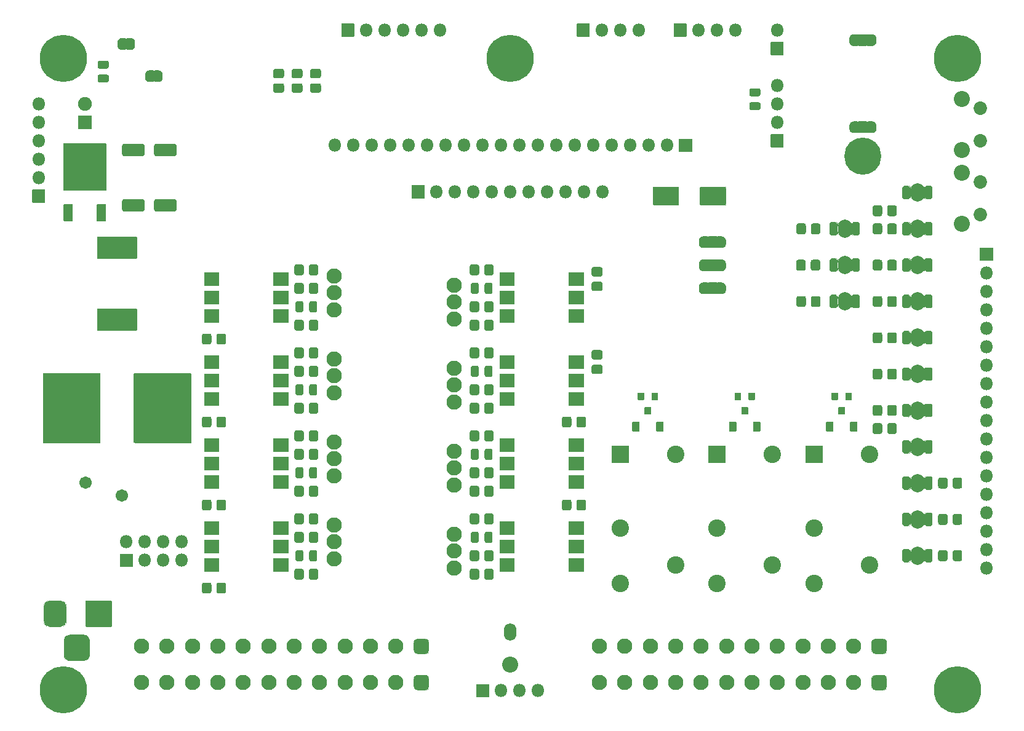
<source format=gbr>
G04 #@! TF.GenerationSoftware,KiCad,Pcbnew,(5.1.9-0-10_14)*
G04 #@! TF.CreationDate,2021-03-25T01:03:47-05:00*
G04 #@! TF.ProjectId,ClimateSprinklerController,436c696d-6174-4655-9370-72696e6b6c65,rev?*
G04 #@! TF.SameCoordinates,Original*
G04 #@! TF.FileFunction,Soldermask,Top*
G04 #@! TF.FilePolarity,Negative*
%FSLAX46Y46*%
G04 Gerber Fmt 4.6, Leading zero omitted, Abs format (unit mm)*
G04 Created by KiCad (PCBNEW (5.1.9-0-10_14)) date 2021-03-25 01:03:47*
%MOMM*%
%LPD*%
G01*
G04 APERTURE LIST*
%ADD10C,1.702000*%
%ADD11C,2.102000*%
%ADD12C,0.100000*%
%ADD13O,1.802000X1.802000*%
%ADD14C,2.202000*%
%ADD15O,1.702000X2.402000*%
%ADD16C,5.102000*%
%ADD17C,1.852000*%
%ADD18C,0.902000*%
%ADD19C,6.502000*%
%ADD20C,1.902000*%
%ADD21C,2.402000*%
%ADD22O,1.902000X2.502000*%
G04 APERTURE END LIST*
G36*
G01*
X121571000Y-116995248D02*
X121571000Y-117954752D01*
G75*
G02*
X121299752Y-118226000I-271248J0D01*
G01*
X120540248Y-118226000D01*
G75*
G02*
X120269000Y-117954752I0J271248D01*
G01*
X120269000Y-116995248D01*
G75*
G02*
X120540248Y-116724000I271248J0D01*
G01*
X121299752Y-116724000D01*
G75*
G02*
X121571000Y-116995248I0J-271248D01*
G01*
G37*
G36*
G01*
X123571000Y-116995248D02*
X123571000Y-117954752D01*
G75*
G02*
X123299752Y-118226000I-271248J0D01*
G01*
X122540248Y-118226000D01*
G75*
G02*
X122269000Y-117954752I0J271248D01*
G01*
X122269000Y-116995248D01*
G75*
G02*
X122540248Y-116724000I271248J0D01*
G01*
X123299752Y-116724000D01*
G75*
G02*
X123571000Y-116995248I0J-271248D01*
G01*
G37*
G36*
G01*
X121571000Y-105565248D02*
X121571000Y-106524752D01*
G75*
G02*
X121299752Y-106796000I-271248J0D01*
G01*
X120540248Y-106796000D01*
G75*
G02*
X120269000Y-106524752I0J271248D01*
G01*
X120269000Y-105565248D01*
G75*
G02*
X120540248Y-105294000I271248J0D01*
G01*
X121299752Y-105294000D01*
G75*
G02*
X121571000Y-105565248I0J-271248D01*
G01*
G37*
G36*
G01*
X123571000Y-105565248D02*
X123571000Y-106524752D01*
G75*
G02*
X123299752Y-106796000I-271248J0D01*
G01*
X122540248Y-106796000D01*
G75*
G02*
X122269000Y-106524752I0J271248D01*
G01*
X122269000Y-105565248D01*
G75*
G02*
X122540248Y-105294000I271248J0D01*
G01*
X123299752Y-105294000D01*
G75*
G02*
X123571000Y-105565248I0J-271248D01*
G01*
G37*
G36*
G01*
X121571000Y-94135248D02*
X121571000Y-95094752D01*
G75*
G02*
X121299752Y-95366000I-271248J0D01*
G01*
X120540248Y-95366000D01*
G75*
G02*
X120269000Y-95094752I0J271248D01*
G01*
X120269000Y-94135248D01*
G75*
G02*
X120540248Y-93864000I271248J0D01*
G01*
X121299752Y-93864000D01*
G75*
G02*
X121571000Y-94135248I0J-271248D01*
G01*
G37*
G36*
G01*
X123571000Y-94135248D02*
X123571000Y-95094752D01*
G75*
G02*
X123299752Y-95366000I-271248J0D01*
G01*
X122540248Y-95366000D01*
G75*
G02*
X122269000Y-95094752I0J271248D01*
G01*
X122269000Y-94135248D01*
G75*
G02*
X122540248Y-93864000I271248J0D01*
G01*
X123299752Y-93864000D01*
G75*
G02*
X123571000Y-94135248I0J-271248D01*
G01*
G37*
G36*
G01*
X121571000Y-82705248D02*
X121571000Y-83664752D01*
G75*
G02*
X121299752Y-83936000I-271248J0D01*
G01*
X120540248Y-83936000D01*
G75*
G02*
X120269000Y-83664752I0J271248D01*
G01*
X120269000Y-82705248D01*
G75*
G02*
X120540248Y-82434000I271248J0D01*
G01*
X121299752Y-82434000D01*
G75*
G02*
X121571000Y-82705248I0J-271248D01*
G01*
G37*
G36*
G01*
X123571000Y-82705248D02*
X123571000Y-83664752D01*
G75*
G02*
X123299752Y-83936000I-271248J0D01*
G01*
X122540248Y-83936000D01*
G75*
G02*
X122269000Y-83664752I0J271248D01*
G01*
X122269000Y-82705248D01*
G75*
G02*
X122540248Y-82434000I271248J0D01*
G01*
X123299752Y-82434000D01*
G75*
G02*
X123571000Y-82705248I0J-271248D01*
G01*
G37*
G36*
G01*
X146399000Y-86204752D02*
X146399000Y-85245248D01*
G75*
G02*
X146670248Y-84974000I271248J0D01*
G01*
X147429752Y-84974000D01*
G75*
G02*
X147701000Y-85245248I0J-271248D01*
G01*
X147701000Y-86204752D01*
G75*
G02*
X147429752Y-86476000I-271248J0D01*
G01*
X146670248Y-86476000D01*
G75*
G02*
X146399000Y-86204752I0J271248D01*
G01*
G37*
G36*
G01*
X144399000Y-86204752D02*
X144399000Y-85245248D01*
G75*
G02*
X144670248Y-84974000I271248J0D01*
G01*
X145429752Y-84974000D01*
G75*
G02*
X145701000Y-85245248I0J-271248D01*
G01*
X145701000Y-86204752D01*
G75*
G02*
X145429752Y-86476000I-271248J0D01*
G01*
X144670248Y-86476000D01*
G75*
G02*
X144399000Y-86204752I0J271248D01*
G01*
G37*
G36*
G01*
X146399000Y-97634752D02*
X146399000Y-96675248D01*
G75*
G02*
X146670248Y-96404000I271248J0D01*
G01*
X147429752Y-96404000D01*
G75*
G02*
X147701000Y-96675248I0J-271248D01*
G01*
X147701000Y-97634752D01*
G75*
G02*
X147429752Y-97906000I-271248J0D01*
G01*
X146670248Y-97906000D01*
G75*
G02*
X146399000Y-97634752I0J271248D01*
G01*
G37*
G36*
G01*
X144399000Y-97634752D02*
X144399000Y-96675248D01*
G75*
G02*
X144670248Y-96404000I271248J0D01*
G01*
X145429752Y-96404000D01*
G75*
G02*
X145701000Y-96675248I0J-271248D01*
G01*
X145701000Y-97634752D01*
G75*
G02*
X145429752Y-97906000I-271248J0D01*
G01*
X144670248Y-97906000D01*
G75*
G02*
X144399000Y-97634752I0J271248D01*
G01*
G37*
G36*
G01*
X146399000Y-109064752D02*
X146399000Y-108105248D01*
G75*
G02*
X146670248Y-107834000I271248J0D01*
G01*
X147429752Y-107834000D01*
G75*
G02*
X147701000Y-108105248I0J-271248D01*
G01*
X147701000Y-109064752D01*
G75*
G02*
X147429752Y-109336000I-271248J0D01*
G01*
X146670248Y-109336000D01*
G75*
G02*
X146399000Y-109064752I0J271248D01*
G01*
G37*
G36*
G01*
X144399000Y-109064752D02*
X144399000Y-108105248D01*
G75*
G02*
X144670248Y-107834000I271248J0D01*
G01*
X145429752Y-107834000D01*
G75*
G02*
X145701000Y-108105248I0J-271248D01*
G01*
X145701000Y-109064752D01*
G75*
G02*
X145429752Y-109336000I-271248J0D01*
G01*
X144670248Y-109336000D01*
G75*
G02*
X144399000Y-109064752I0J271248D01*
G01*
G37*
G36*
G01*
X146399000Y-120494752D02*
X146399000Y-119535248D01*
G75*
G02*
X146670248Y-119264000I271248J0D01*
G01*
X147429752Y-119264000D01*
G75*
G02*
X147701000Y-119535248I0J-271248D01*
G01*
X147701000Y-120494752D01*
G75*
G02*
X147429752Y-120766000I-271248J0D01*
G01*
X146670248Y-120766000D01*
G75*
G02*
X146399000Y-120494752I0J271248D01*
G01*
G37*
G36*
G01*
X144399000Y-120494752D02*
X144399000Y-119535248D01*
G75*
G02*
X144670248Y-119264000I271248J0D01*
G01*
X145429752Y-119264000D01*
G75*
G02*
X145701000Y-119535248I0J-271248D01*
G01*
X145701000Y-120494752D01*
G75*
G02*
X145429752Y-120766000I-271248J0D01*
G01*
X144670248Y-120766000D01*
G75*
G02*
X144399000Y-120494752I0J271248D01*
G01*
G37*
G36*
G01*
X122269000Y-123034752D02*
X122269000Y-122075248D01*
G75*
G02*
X122540248Y-121804000I271248J0D01*
G01*
X123299752Y-121804000D01*
G75*
G02*
X123571000Y-122075248I0J-271248D01*
G01*
X123571000Y-123034752D01*
G75*
G02*
X123299752Y-123306000I-271248J0D01*
G01*
X122540248Y-123306000D01*
G75*
G02*
X122269000Y-123034752I0J271248D01*
G01*
G37*
G36*
G01*
X120269000Y-123034752D02*
X120269000Y-122075248D01*
G75*
G02*
X120540248Y-121804000I271248J0D01*
G01*
X121299752Y-121804000D01*
G75*
G02*
X121571000Y-122075248I0J-271248D01*
G01*
X121571000Y-123034752D01*
G75*
G02*
X121299752Y-123306000I-271248J0D01*
G01*
X120540248Y-123306000D01*
G75*
G02*
X120269000Y-123034752I0J271248D01*
G01*
G37*
G36*
G01*
X122269000Y-111604752D02*
X122269000Y-110645248D01*
G75*
G02*
X122540248Y-110374000I271248J0D01*
G01*
X123299752Y-110374000D01*
G75*
G02*
X123571000Y-110645248I0J-271248D01*
G01*
X123571000Y-111604752D01*
G75*
G02*
X123299752Y-111876000I-271248J0D01*
G01*
X122540248Y-111876000D01*
G75*
G02*
X122269000Y-111604752I0J271248D01*
G01*
G37*
G36*
G01*
X120269000Y-111604752D02*
X120269000Y-110645248D01*
G75*
G02*
X120540248Y-110374000I271248J0D01*
G01*
X121299752Y-110374000D01*
G75*
G02*
X121571000Y-110645248I0J-271248D01*
G01*
X121571000Y-111604752D01*
G75*
G02*
X121299752Y-111876000I-271248J0D01*
G01*
X120540248Y-111876000D01*
G75*
G02*
X120269000Y-111604752I0J271248D01*
G01*
G37*
G36*
G01*
X122269000Y-100174752D02*
X122269000Y-99215248D01*
G75*
G02*
X122540248Y-98944000I271248J0D01*
G01*
X123299752Y-98944000D01*
G75*
G02*
X123571000Y-99215248I0J-271248D01*
G01*
X123571000Y-100174752D01*
G75*
G02*
X123299752Y-100446000I-271248J0D01*
G01*
X122540248Y-100446000D01*
G75*
G02*
X122269000Y-100174752I0J271248D01*
G01*
G37*
G36*
G01*
X120269000Y-100174752D02*
X120269000Y-99215248D01*
G75*
G02*
X120540248Y-98944000I271248J0D01*
G01*
X121299752Y-98944000D01*
G75*
G02*
X121571000Y-99215248I0J-271248D01*
G01*
X121571000Y-100174752D01*
G75*
G02*
X121299752Y-100446000I-271248J0D01*
G01*
X120540248Y-100446000D01*
G75*
G02*
X120269000Y-100174752I0J271248D01*
G01*
G37*
G36*
G01*
X122269000Y-88744752D02*
X122269000Y-87785248D01*
G75*
G02*
X122540248Y-87514000I271248J0D01*
G01*
X123299752Y-87514000D01*
G75*
G02*
X123571000Y-87785248I0J-271248D01*
G01*
X123571000Y-88744752D01*
G75*
G02*
X123299752Y-89016000I-271248J0D01*
G01*
X122540248Y-89016000D01*
G75*
G02*
X122269000Y-88744752I0J271248D01*
G01*
G37*
G36*
G01*
X120269000Y-88744752D02*
X120269000Y-87785248D01*
G75*
G02*
X120540248Y-87514000I271248J0D01*
G01*
X121299752Y-87514000D01*
G75*
G02*
X121571000Y-87785248I0J-271248D01*
G01*
X121571000Y-88744752D01*
G75*
G02*
X121299752Y-89016000I-271248J0D01*
G01*
X120540248Y-89016000D01*
G75*
G02*
X120269000Y-88744752I0J271248D01*
G01*
G37*
G36*
G01*
X145701000Y-80165248D02*
X145701000Y-81124752D01*
G75*
G02*
X145429752Y-81396000I-271248J0D01*
G01*
X144670248Y-81396000D01*
G75*
G02*
X144399000Y-81124752I0J271248D01*
G01*
X144399000Y-80165248D01*
G75*
G02*
X144670248Y-79894000I271248J0D01*
G01*
X145429752Y-79894000D01*
G75*
G02*
X145701000Y-80165248I0J-271248D01*
G01*
G37*
G36*
G01*
X147701000Y-80165248D02*
X147701000Y-81124752D01*
G75*
G02*
X147429752Y-81396000I-271248J0D01*
G01*
X146670248Y-81396000D01*
G75*
G02*
X146399000Y-81124752I0J271248D01*
G01*
X146399000Y-80165248D01*
G75*
G02*
X146670248Y-79894000I271248J0D01*
G01*
X147429752Y-79894000D01*
G75*
G02*
X147701000Y-80165248I0J-271248D01*
G01*
G37*
G36*
G01*
X145701000Y-91595248D02*
X145701000Y-92554752D01*
G75*
G02*
X145429752Y-92826000I-271248J0D01*
G01*
X144670248Y-92826000D01*
G75*
G02*
X144399000Y-92554752I0J271248D01*
G01*
X144399000Y-91595248D01*
G75*
G02*
X144670248Y-91324000I271248J0D01*
G01*
X145429752Y-91324000D01*
G75*
G02*
X145701000Y-91595248I0J-271248D01*
G01*
G37*
G36*
G01*
X147701000Y-91595248D02*
X147701000Y-92554752D01*
G75*
G02*
X147429752Y-92826000I-271248J0D01*
G01*
X146670248Y-92826000D01*
G75*
G02*
X146399000Y-92554752I0J271248D01*
G01*
X146399000Y-91595248D01*
G75*
G02*
X146670248Y-91324000I271248J0D01*
G01*
X147429752Y-91324000D01*
G75*
G02*
X147701000Y-91595248I0J-271248D01*
G01*
G37*
G36*
G01*
X145701000Y-103025248D02*
X145701000Y-103984752D01*
G75*
G02*
X145429752Y-104256000I-271248J0D01*
G01*
X144670248Y-104256000D01*
G75*
G02*
X144399000Y-103984752I0J271248D01*
G01*
X144399000Y-103025248D01*
G75*
G02*
X144670248Y-102754000I271248J0D01*
G01*
X145429752Y-102754000D01*
G75*
G02*
X145701000Y-103025248I0J-271248D01*
G01*
G37*
G36*
G01*
X147701000Y-103025248D02*
X147701000Y-103984752D01*
G75*
G02*
X147429752Y-104256000I-271248J0D01*
G01*
X146670248Y-104256000D01*
G75*
G02*
X146399000Y-103984752I0J271248D01*
G01*
X146399000Y-103025248D01*
G75*
G02*
X146670248Y-102754000I271248J0D01*
G01*
X147429752Y-102754000D01*
G75*
G02*
X147701000Y-103025248I0J-271248D01*
G01*
G37*
G36*
G01*
X145701000Y-114455248D02*
X145701000Y-115414752D01*
G75*
G02*
X145429752Y-115686000I-271248J0D01*
G01*
X144670248Y-115686000D01*
G75*
G02*
X144399000Y-115414752I0J271248D01*
G01*
X144399000Y-114455248D01*
G75*
G02*
X144670248Y-114184000I271248J0D01*
G01*
X145429752Y-114184000D01*
G75*
G02*
X145701000Y-114455248I0J-271248D01*
G01*
G37*
G36*
G01*
X147701000Y-114455248D02*
X147701000Y-115414752D01*
G75*
G02*
X147429752Y-115686000I-271248J0D01*
G01*
X146670248Y-115686000D01*
G75*
G02*
X146399000Y-115414752I0J271248D01*
G01*
X146399000Y-114455248D01*
G75*
G02*
X146670248Y-114184000I271248J0D01*
G01*
X147429752Y-114184000D01*
G75*
G02*
X147701000Y-114455248I0J-271248D01*
G01*
G37*
G36*
G01*
X121571000Y-114455248D02*
X121571000Y-115414752D01*
G75*
G02*
X121299752Y-115686000I-271248J0D01*
G01*
X120540248Y-115686000D01*
G75*
G02*
X120269000Y-115414752I0J271248D01*
G01*
X120269000Y-114455248D01*
G75*
G02*
X120540248Y-114184000I271248J0D01*
G01*
X121299752Y-114184000D01*
G75*
G02*
X121571000Y-114455248I0J-271248D01*
G01*
G37*
G36*
G01*
X123571000Y-114455248D02*
X123571000Y-115414752D01*
G75*
G02*
X123299752Y-115686000I-271248J0D01*
G01*
X122540248Y-115686000D01*
G75*
G02*
X122269000Y-115414752I0J271248D01*
G01*
X122269000Y-114455248D01*
G75*
G02*
X122540248Y-114184000I271248J0D01*
G01*
X123299752Y-114184000D01*
G75*
G02*
X123571000Y-114455248I0J-271248D01*
G01*
G37*
G36*
G01*
X121571000Y-103025248D02*
X121571000Y-103984752D01*
G75*
G02*
X121299752Y-104256000I-271248J0D01*
G01*
X120540248Y-104256000D01*
G75*
G02*
X120269000Y-103984752I0J271248D01*
G01*
X120269000Y-103025248D01*
G75*
G02*
X120540248Y-102754000I271248J0D01*
G01*
X121299752Y-102754000D01*
G75*
G02*
X121571000Y-103025248I0J-271248D01*
G01*
G37*
G36*
G01*
X123571000Y-103025248D02*
X123571000Y-103984752D01*
G75*
G02*
X123299752Y-104256000I-271248J0D01*
G01*
X122540248Y-104256000D01*
G75*
G02*
X122269000Y-103984752I0J271248D01*
G01*
X122269000Y-103025248D01*
G75*
G02*
X122540248Y-102754000I271248J0D01*
G01*
X123299752Y-102754000D01*
G75*
G02*
X123571000Y-103025248I0J-271248D01*
G01*
G37*
G36*
G01*
X121571000Y-91595248D02*
X121571000Y-92554752D01*
G75*
G02*
X121299752Y-92826000I-271248J0D01*
G01*
X120540248Y-92826000D01*
G75*
G02*
X120269000Y-92554752I0J271248D01*
G01*
X120269000Y-91595248D01*
G75*
G02*
X120540248Y-91324000I271248J0D01*
G01*
X121299752Y-91324000D01*
G75*
G02*
X121571000Y-91595248I0J-271248D01*
G01*
G37*
G36*
G01*
X123571000Y-91595248D02*
X123571000Y-92554752D01*
G75*
G02*
X123299752Y-92826000I-271248J0D01*
G01*
X122540248Y-92826000D01*
G75*
G02*
X122269000Y-92554752I0J271248D01*
G01*
X122269000Y-91595248D01*
G75*
G02*
X122540248Y-91324000I271248J0D01*
G01*
X123299752Y-91324000D01*
G75*
G02*
X123571000Y-91595248I0J-271248D01*
G01*
G37*
G36*
G01*
X121571000Y-80165248D02*
X121571000Y-81124752D01*
G75*
G02*
X121299752Y-81396000I-271248J0D01*
G01*
X120540248Y-81396000D01*
G75*
G02*
X120269000Y-81124752I0J271248D01*
G01*
X120269000Y-80165248D01*
G75*
G02*
X120540248Y-79894000I271248J0D01*
G01*
X121299752Y-79894000D01*
G75*
G02*
X121571000Y-80165248I0J-271248D01*
G01*
G37*
G36*
G01*
X123571000Y-80165248D02*
X123571000Y-81124752D01*
G75*
G02*
X123299752Y-81396000I-271248J0D01*
G01*
X122540248Y-81396000D01*
G75*
G02*
X122269000Y-81124752I0J271248D01*
G01*
X122269000Y-80165248D01*
G75*
G02*
X122540248Y-79894000I271248J0D01*
G01*
X123299752Y-79894000D01*
G75*
G02*
X123571000Y-80165248I0J-271248D01*
G01*
G37*
G36*
G01*
X146399000Y-88744752D02*
X146399000Y-87785248D01*
G75*
G02*
X146670248Y-87514000I271248J0D01*
G01*
X147429752Y-87514000D01*
G75*
G02*
X147701000Y-87785248I0J-271248D01*
G01*
X147701000Y-88744752D01*
G75*
G02*
X147429752Y-89016000I-271248J0D01*
G01*
X146670248Y-89016000D01*
G75*
G02*
X146399000Y-88744752I0J271248D01*
G01*
G37*
G36*
G01*
X144399000Y-88744752D02*
X144399000Y-87785248D01*
G75*
G02*
X144670248Y-87514000I271248J0D01*
G01*
X145429752Y-87514000D01*
G75*
G02*
X145701000Y-87785248I0J-271248D01*
G01*
X145701000Y-88744752D01*
G75*
G02*
X145429752Y-89016000I-271248J0D01*
G01*
X144670248Y-89016000D01*
G75*
G02*
X144399000Y-88744752I0J271248D01*
G01*
G37*
G36*
G01*
X146399000Y-100174752D02*
X146399000Y-99215248D01*
G75*
G02*
X146670248Y-98944000I271248J0D01*
G01*
X147429752Y-98944000D01*
G75*
G02*
X147701000Y-99215248I0J-271248D01*
G01*
X147701000Y-100174752D01*
G75*
G02*
X147429752Y-100446000I-271248J0D01*
G01*
X146670248Y-100446000D01*
G75*
G02*
X146399000Y-100174752I0J271248D01*
G01*
G37*
G36*
G01*
X144399000Y-100174752D02*
X144399000Y-99215248D01*
G75*
G02*
X144670248Y-98944000I271248J0D01*
G01*
X145429752Y-98944000D01*
G75*
G02*
X145701000Y-99215248I0J-271248D01*
G01*
X145701000Y-100174752D01*
G75*
G02*
X145429752Y-100446000I-271248J0D01*
G01*
X144670248Y-100446000D01*
G75*
G02*
X144399000Y-100174752I0J271248D01*
G01*
G37*
G36*
G01*
X146399000Y-111604752D02*
X146399000Y-110645248D01*
G75*
G02*
X146670248Y-110374000I271248J0D01*
G01*
X147429752Y-110374000D01*
G75*
G02*
X147701000Y-110645248I0J-271248D01*
G01*
X147701000Y-111604752D01*
G75*
G02*
X147429752Y-111876000I-271248J0D01*
G01*
X146670248Y-111876000D01*
G75*
G02*
X146399000Y-111604752I0J271248D01*
G01*
G37*
G36*
G01*
X144399000Y-111604752D02*
X144399000Y-110645248D01*
G75*
G02*
X144670248Y-110374000I271248J0D01*
G01*
X145429752Y-110374000D01*
G75*
G02*
X145701000Y-110645248I0J-271248D01*
G01*
X145701000Y-111604752D01*
G75*
G02*
X145429752Y-111876000I-271248J0D01*
G01*
X144670248Y-111876000D01*
G75*
G02*
X144399000Y-111604752I0J271248D01*
G01*
G37*
G36*
G01*
X146399000Y-123034752D02*
X146399000Y-122075248D01*
G75*
G02*
X146670248Y-121804000I271248J0D01*
G01*
X147429752Y-121804000D01*
G75*
G02*
X147701000Y-122075248I0J-271248D01*
G01*
X147701000Y-123034752D01*
G75*
G02*
X147429752Y-123306000I-271248J0D01*
G01*
X146670248Y-123306000D01*
G75*
G02*
X146399000Y-123034752I0J271248D01*
G01*
G37*
G36*
G01*
X144399000Y-123034752D02*
X144399000Y-122075248D01*
G75*
G02*
X144670248Y-121804000I271248J0D01*
G01*
X145429752Y-121804000D01*
G75*
G02*
X145701000Y-122075248I0J-271248D01*
G01*
X145701000Y-123034752D01*
G75*
G02*
X145429752Y-123306000I-271248J0D01*
G01*
X144670248Y-123306000D01*
G75*
G02*
X144399000Y-123034752I0J271248D01*
G01*
G37*
G36*
G01*
X108871000Y-123980248D02*
X108871000Y-124939752D01*
G75*
G02*
X108599752Y-125211000I-271248J0D01*
G01*
X107840248Y-125211000D01*
G75*
G02*
X107569000Y-124939752I0J271248D01*
G01*
X107569000Y-123980248D01*
G75*
G02*
X107840248Y-123709000I271248J0D01*
G01*
X108599752Y-123709000D01*
G75*
G02*
X108871000Y-123980248I0J-271248D01*
G01*
G37*
G36*
G01*
X110871000Y-123980248D02*
X110871000Y-124939752D01*
G75*
G02*
X110599752Y-125211000I-271248J0D01*
G01*
X109840248Y-125211000D01*
G75*
G02*
X109569000Y-124939752I0J271248D01*
G01*
X109569000Y-123980248D01*
G75*
G02*
X109840248Y-123709000I271248J0D01*
G01*
X110599752Y-123709000D01*
G75*
G02*
X110871000Y-123980248I0J-271248D01*
G01*
G37*
G36*
G01*
X108871000Y-112550248D02*
X108871000Y-113509752D01*
G75*
G02*
X108599752Y-113781000I-271248J0D01*
G01*
X107840248Y-113781000D01*
G75*
G02*
X107569000Y-113509752I0J271248D01*
G01*
X107569000Y-112550248D01*
G75*
G02*
X107840248Y-112279000I271248J0D01*
G01*
X108599752Y-112279000D01*
G75*
G02*
X108871000Y-112550248I0J-271248D01*
G01*
G37*
G36*
G01*
X110871000Y-112550248D02*
X110871000Y-113509752D01*
G75*
G02*
X110599752Y-113781000I-271248J0D01*
G01*
X109840248Y-113781000D01*
G75*
G02*
X109569000Y-113509752I0J271248D01*
G01*
X109569000Y-112550248D01*
G75*
G02*
X109840248Y-112279000I271248J0D01*
G01*
X110599752Y-112279000D01*
G75*
G02*
X110871000Y-112550248I0J-271248D01*
G01*
G37*
G36*
G01*
X108871000Y-101120248D02*
X108871000Y-102079752D01*
G75*
G02*
X108599752Y-102351000I-271248J0D01*
G01*
X107840248Y-102351000D01*
G75*
G02*
X107569000Y-102079752I0J271248D01*
G01*
X107569000Y-101120248D01*
G75*
G02*
X107840248Y-100849000I271248J0D01*
G01*
X108599752Y-100849000D01*
G75*
G02*
X108871000Y-101120248I0J-271248D01*
G01*
G37*
G36*
G01*
X110871000Y-101120248D02*
X110871000Y-102079752D01*
G75*
G02*
X110599752Y-102351000I-271248J0D01*
G01*
X109840248Y-102351000D01*
G75*
G02*
X109569000Y-102079752I0J271248D01*
G01*
X109569000Y-101120248D01*
G75*
G02*
X109840248Y-100849000I271248J0D01*
G01*
X110599752Y-100849000D01*
G75*
G02*
X110871000Y-101120248I0J-271248D01*
G01*
G37*
G36*
G01*
X108871000Y-89690248D02*
X108871000Y-90649752D01*
G75*
G02*
X108599752Y-90921000I-271248J0D01*
G01*
X107840248Y-90921000D01*
G75*
G02*
X107569000Y-90649752I0J271248D01*
G01*
X107569000Y-89690248D01*
G75*
G02*
X107840248Y-89419000I271248J0D01*
G01*
X108599752Y-89419000D01*
G75*
G02*
X108871000Y-89690248I0J-271248D01*
G01*
G37*
G36*
G01*
X110871000Y-89690248D02*
X110871000Y-90649752D01*
G75*
G02*
X110599752Y-90921000I-271248J0D01*
G01*
X109840248Y-90921000D01*
G75*
G02*
X109569000Y-90649752I0J271248D01*
G01*
X109569000Y-89690248D01*
G75*
G02*
X109840248Y-89419000I271248J0D01*
G01*
X110599752Y-89419000D01*
G75*
G02*
X110871000Y-89690248I0J-271248D01*
G01*
G37*
G36*
G01*
X162404752Y-81566000D02*
X161445248Y-81566000D01*
G75*
G02*
X161174000Y-81294752I0J271248D01*
G01*
X161174000Y-80535248D01*
G75*
G02*
X161445248Y-80264000I271248J0D01*
G01*
X162404752Y-80264000D01*
G75*
G02*
X162676000Y-80535248I0J-271248D01*
G01*
X162676000Y-81294752D01*
G75*
G02*
X162404752Y-81566000I-271248J0D01*
G01*
G37*
G36*
G01*
X162404752Y-83566000D02*
X161445248Y-83566000D01*
G75*
G02*
X161174000Y-83294752I0J271248D01*
G01*
X161174000Y-82535248D01*
G75*
G02*
X161445248Y-82264000I271248J0D01*
G01*
X162404752Y-82264000D01*
G75*
G02*
X162676000Y-82535248I0J-271248D01*
G01*
X162676000Y-83294752D01*
G75*
G02*
X162404752Y-83566000I-271248J0D01*
G01*
G37*
G36*
G01*
X162404752Y-92996000D02*
X161445248Y-92996000D01*
G75*
G02*
X161174000Y-92724752I0J271248D01*
G01*
X161174000Y-91965248D01*
G75*
G02*
X161445248Y-91694000I271248J0D01*
G01*
X162404752Y-91694000D01*
G75*
G02*
X162676000Y-91965248I0J-271248D01*
G01*
X162676000Y-92724752D01*
G75*
G02*
X162404752Y-92996000I-271248J0D01*
G01*
G37*
G36*
G01*
X162404752Y-94996000D02*
X161445248Y-94996000D01*
G75*
G02*
X161174000Y-94724752I0J271248D01*
G01*
X161174000Y-93965248D01*
G75*
G02*
X161445248Y-93694000I271248J0D01*
G01*
X162404752Y-93694000D01*
G75*
G02*
X162676000Y-93965248I0J-271248D01*
G01*
X162676000Y-94724752D01*
G75*
G02*
X162404752Y-94996000I-271248J0D01*
G01*
G37*
G36*
G01*
X159099000Y-102079752D02*
X159099000Y-101120248D01*
G75*
G02*
X159370248Y-100849000I271248J0D01*
G01*
X160129752Y-100849000D01*
G75*
G02*
X160401000Y-101120248I0J-271248D01*
G01*
X160401000Y-102079752D01*
G75*
G02*
X160129752Y-102351000I-271248J0D01*
G01*
X159370248Y-102351000D01*
G75*
G02*
X159099000Y-102079752I0J271248D01*
G01*
G37*
G36*
G01*
X157099000Y-102079752D02*
X157099000Y-101120248D01*
G75*
G02*
X157370248Y-100849000I271248J0D01*
G01*
X158129752Y-100849000D01*
G75*
G02*
X158401000Y-101120248I0J-271248D01*
G01*
X158401000Y-102079752D01*
G75*
G02*
X158129752Y-102351000I-271248J0D01*
G01*
X157370248Y-102351000D01*
G75*
G02*
X157099000Y-102079752I0J271248D01*
G01*
G37*
G36*
G01*
X159099000Y-113509752D02*
X159099000Y-112550248D01*
G75*
G02*
X159370248Y-112279000I271248J0D01*
G01*
X160129752Y-112279000D01*
G75*
G02*
X160401000Y-112550248I0J-271248D01*
G01*
X160401000Y-113509752D01*
G75*
G02*
X160129752Y-113781000I-271248J0D01*
G01*
X159370248Y-113781000D01*
G75*
G02*
X159099000Y-113509752I0J271248D01*
G01*
G37*
G36*
G01*
X157099000Y-113509752D02*
X157099000Y-112550248D01*
G75*
G02*
X157370248Y-112279000I271248J0D01*
G01*
X158129752Y-112279000D01*
G75*
G02*
X158401000Y-112550248I0J-271248D01*
G01*
X158401000Y-113509752D01*
G75*
G02*
X158129752Y-113781000I-271248J0D01*
G01*
X157370248Y-113781000D01*
G75*
G02*
X157099000Y-113509752I0J271248D01*
G01*
G37*
G36*
G01*
X201151000Y-102020248D02*
X201151000Y-102979752D01*
G75*
G02*
X200879752Y-103251000I-271248J0D01*
G01*
X200120248Y-103251000D01*
G75*
G02*
X199849000Y-102979752I0J271248D01*
G01*
X199849000Y-102020248D01*
G75*
G02*
X200120248Y-101749000I271248J0D01*
G01*
X200879752Y-101749000D01*
G75*
G02*
X201151000Y-102020248I0J-271248D01*
G01*
G37*
G36*
G01*
X203151000Y-102020248D02*
X203151000Y-102979752D01*
G75*
G02*
X202879752Y-103251000I-271248J0D01*
G01*
X202120248Y-103251000D01*
G75*
G02*
X201849000Y-102979752I0J271248D01*
G01*
X201849000Y-102020248D01*
G75*
G02*
X202120248Y-101749000I271248J0D01*
G01*
X202879752Y-101749000D01*
G75*
G02*
X203151000Y-102020248I0J-271248D01*
G01*
G37*
G36*
G01*
X201151000Y-99520248D02*
X201151000Y-100479752D01*
G75*
G02*
X200879752Y-100751000I-271248J0D01*
G01*
X200120248Y-100751000D01*
G75*
G02*
X199849000Y-100479752I0J271248D01*
G01*
X199849000Y-99520248D01*
G75*
G02*
X200120248Y-99249000I271248J0D01*
G01*
X200879752Y-99249000D01*
G75*
G02*
X201151000Y-99520248I0J-271248D01*
G01*
G37*
G36*
G01*
X203151000Y-99520248D02*
X203151000Y-100479752D01*
G75*
G02*
X202879752Y-100751000I-271248J0D01*
G01*
X202120248Y-100751000D01*
G75*
G02*
X201849000Y-100479752I0J271248D01*
G01*
X201849000Y-99520248D01*
G75*
G02*
X202120248Y-99249000I271248J0D01*
G01*
X202879752Y-99249000D01*
G75*
G02*
X203151000Y-99520248I0J-271248D01*
G01*
G37*
G36*
G01*
X201151000Y-94520248D02*
X201151000Y-95479752D01*
G75*
G02*
X200879752Y-95751000I-271248J0D01*
G01*
X200120248Y-95751000D01*
G75*
G02*
X199849000Y-95479752I0J271248D01*
G01*
X199849000Y-94520248D01*
G75*
G02*
X200120248Y-94249000I271248J0D01*
G01*
X200879752Y-94249000D01*
G75*
G02*
X201151000Y-94520248I0J-271248D01*
G01*
G37*
G36*
G01*
X203151000Y-94520248D02*
X203151000Y-95479752D01*
G75*
G02*
X202879752Y-95751000I-271248J0D01*
G01*
X202120248Y-95751000D01*
G75*
G02*
X201849000Y-95479752I0J271248D01*
G01*
X201849000Y-94520248D01*
G75*
G02*
X202120248Y-94249000I271248J0D01*
G01*
X202879752Y-94249000D01*
G75*
G02*
X203151000Y-94520248I0J-271248D01*
G01*
G37*
G36*
G01*
X201151000Y-89520248D02*
X201151000Y-90479752D01*
G75*
G02*
X200879752Y-90751000I-271248J0D01*
G01*
X200120248Y-90751000D01*
G75*
G02*
X199849000Y-90479752I0J271248D01*
G01*
X199849000Y-89520248D01*
G75*
G02*
X200120248Y-89249000I271248J0D01*
G01*
X200879752Y-89249000D01*
G75*
G02*
X201151000Y-89520248I0J-271248D01*
G01*
G37*
G36*
G01*
X203151000Y-89520248D02*
X203151000Y-90479752D01*
G75*
G02*
X202879752Y-90751000I-271248J0D01*
G01*
X202120248Y-90751000D01*
G75*
G02*
X201849000Y-90479752I0J271248D01*
G01*
X201849000Y-89520248D01*
G75*
G02*
X202120248Y-89249000I271248J0D01*
G01*
X202879752Y-89249000D01*
G75*
G02*
X203151000Y-89520248I0J-271248D01*
G01*
G37*
G36*
G01*
X201151000Y-84520248D02*
X201151000Y-85479752D01*
G75*
G02*
X200879752Y-85751000I-271248J0D01*
G01*
X200120248Y-85751000D01*
G75*
G02*
X199849000Y-85479752I0J271248D01*
G01*
X199849000Y-84520248D01*
G75*
G02*
X200120248Y-84249000I271248J0D01*
G01*
X200879752Y-84249000D01*
G75*
G02*
X201151000Y-84520248I0J-271248D01*
G01*
G37*
G36*
G01*
X203151000Y-84520248D02*
X203151000Y-85479752D01*
G75*
G02*
X202879752Y-85751000I-271248J0D01*
G01*
X202120248Y-85751000D01*
G75*
G02*
X201849000Y-85479752I0J271248D01*
G01*
X201849000Y-84520248D01*
G75*
G02*
X202120248Y-84249000I271248J0D01*
G01*
X202879752Y-84249000D01*
G75*
G02*
X203151000Y-84520248I0J-271248D01*
G01*
G37*
G36*
G01*
X201151000Y-79520248D02*
X201151000Y-80479752D01*
G75*
G02*
X200879752Y-80751000I-271248J0D01*
G01*
X200120248Y-80751000D01*
G75*
G02*
X199849000Y-80479752I0J271248D01*
G01*
X199849000Y-79520248D01*
G75*
G02*
X200120248Y-79249000I271248J0D01*
G01*
X200879752Y-79249000D01*
G75*
G02*
X201151000Y-79520248I0J-271248D01*
G01*
G37*
G36*
G01*
X203151000Y-79520248D02*
X203151000Y-80479752D01*
G75*
G02*
X202879752Y-80751000I-271248J0D01*
G01*
X202120248Y-80751000D01*
G75*
G02*
X201849000Y-80479752I0J271248D01*
G01*
X201849000Y-79520248D01*
G75*
G02*
X202120248Y-79249000I271248J0D01*
G01*
X202879752Y-79249000D01*
G75*
G02*
X203151000Y-79520248I0J-271248D01*
G01*
G37*
G36*
G01*
X201151000Y-74520248D02*
X201151000Y-75479752D01*
G75*
G02*
X200879752Y-75751000I-271248J0D01*
G01*
X200120248Y-75751000D01*
G75*
G02*
X199849000Y-75479752I0J271248D01*
G01*
X199849000Y-74520248D01*
G75*
G02*
X200120248Y-74249000I271248J0D01*
G01*
X200879752Y-74249000D01*
G75*
G02*
X201151000Y-74520248I0J-271248D01*
G01*
G37*
G36*
G01*
X203151000Y-74520248D02*
X203151000Y-75479752D01*
G75*
G02*
X202879752Y-75751000I-271248J0D01*
G01*
X202120248Y-75751000D01*
G75*
G02*
X201849000Y-75479752I0J271248D01*
G01*
X201849000Y-74520248D01*
G75*
G02*
X202120248Y-74249000I271248J0D01*
G01*
X202879752Y-74249000D01*
G75*
G02*
X203151000Y-74520248I0J-271248D01*
G01*
G37*
G36*
G01*
X201151000Y-72020248D02*
X201151000Y-72979752D01*
G75*
G02*
X200879752Y-73251000I-271248J0D01*
G01*
X200120248Y-73251000D01*
G75*
G02*
X199849000Y-72979752I0J271248D01*
G01*
X199849000Y-72020248D01*
G75*
G02*
X200120248Y-71749000I271248J0D01*
G01*
X200879752Y-71749000D01*
G75*
G02*
X201151000Y-72020248I0J-271248D01*
G01*
G37*
G36*
G01*
X203151000Y-72020248D02*
X203151000Y-72979752D01*
G75*
G02*
X202879752Y-73251000I-271248J0D01*
G01*
X202120248Y-73251000D01*
G75*
G02*
X201849000Y-72979752I0J271248D01*
G01*
X201849000Y-72020248D01*
G75*
G02*
X202120248Y-71749000I271248J0D01*
G01*
X202879752Y-71749000D01*
G75*
G02*
X203151000Y-72020248I0J-271248D01*
G01*
G37*
G36*
G01*
X210151000Y-109520248D02*
X210151000Y-110479752D01*
G75*
G02*
X209879752Y-110751000I-271248J0D01*
G01*
X209120248Y-110751000D01*
G75*
G02*
X208849000Y-110479752I0J271248D01*
G01*
X208849000Y-109520248D01*
G75*
G02*
X209120248Y-109249000I271248J0D01*
G01*
X209879752Y-109249000D01*
G75*
G02*
X210151000Y-109520248I0J-271248D01*
G01*
G37*
G36*
G01*
X212151000Y-109520248D02*
X212151000Y-110479752D01*
G75*
G02*
X211879752Y-110751000I-271248J0D01*
G01*
X211120248Y-110751000D01*
G75*
G02*
X210849000Y-110479752I0J271248D01*
G01*
X210849000Y-109520248D01*
G75*
G02*
X211120248Y-109249000I271248J0D01*
G01*
X211879752Y-109249000D01*
G75*
G02*
X212151000Y-109520248I0J-271248D01*
G01*
G37*
G36*
G01*
X210151000Y-114520248D02*
X210151000Y-115479752D01*
G75*
G02*
X209879752Y-115751000I-271248J0D01*
G01*
X209120248Y-115751000D01*
G75*
G02*
X208849000Y-115479752I0J271248D01*
G01*
X208849000Y-114520248D01*
G75*
G02*
X209120248Y-114249000I271248J0D01*
G01*
X209879752Y-114249000D01*
G75*
G02*
X210151000Y-114520248I0J-271248D01*
G01*
G37*
G36*
G01*
X212151000Y-114520248D02*
X212151000Y-115479752D01*
G75*
G02*
X211879752Y-115751000I-271248J0D01*
G01*
X211120248Y-115751000D01*
G75*
G02*
X210849000Y-115479752I0J271248D01*
G01*
X210849000Y-114520248D01*
G75*
G02*
X211120248Y-114249000I271248J0D01*
G01*
X211879752Y-114249000D01*
G75*
G02*
X212151000Y-114520248I0J-271248D01*
G01*
G37*
G36*
G01*
X210151000Y-119520248D02*
X210151000Y-120479752D01*
G75*
G02*
X209879752Y-120751000I-271248J0D01*
G01*
X209120248Y-120751000D01*
G75*
G02*
X208849000Y-120479752I0J271248D01*
G01*
X208849000Y-119520248D01*
G75*
G02*
X209120248Y-119249000I271248J0D01*
G01*
X209879752Y-119249000D01*
G75*
G02*
X210151000Y-119520248I0J-271248D01*
G01*
G37*
G36*
G01*
X212151000Y-119520248D02*
X212151000Y-120479752D01*
G75*
G02*
X211879752Y-120751000I-271248J0D01*
G01*
X211120248Y-120751000D01*
G75*
G02*
X210849000Y-120479752I0J271248D01*
G01*
X210849000Y-119520248D01*
G75*
G02*
X211120248Y-119249000I271248J0D01*
G01*
X211879752Y-119249000D01*
G75*
G02*
X212151000Y-119520248I0J-271248D01*
G01*
G37*
G36*
G01*
X190651000Y-84520248D02*
X190651000Y-85479752D01*
G75*
G02*
X190379752Y-85751000I-271248J0D01*
G01*
X189620248Y-85751000D01*
G75*
G02*
X189349000Y-85479752I0J271248D01*
G01*
X189349000Y-84520248D01*
G75*
G02*
X189620248Y-84249000I271248J0D01*
G01*
X190379752Y-84249000D01*
G75*
G02*
X190651000Y-84520248I0J-271248D01*
G01*
G37*
G36*
G01*
X192651000Y-84520248D02*
X192651000Y-85479752D01*
G75*
G02*
X192379752Y-85751000I-271248J0D01*
G01*
X191620248Y-85751000D01*
G75*
G02*
X191349000Y-85479752I0J271248D01*
G01*
X191349000Y-84520248D01*
G75*
G02*
X191620248Y-84249000I271248J0D01*
G01*
X192379752Y-84249000D01*
G75*
G02*
X192651000Y-84520248I0J-271248D01*
G01*
G37*
G36*
G01*
X191349000Y-75479752D02*
X191349000Y-74520248D01*
G75*
G02*
X191620248Y-74249000I271248J0D01*
G01*
X192379752Y-74249000D01*
G75*
G02*
X192651000Y-74520248I0J-271248D01*
G01*
X192651000Y-75479752D01*
G75*
G02*
X192379752Y-75751000I-271248J0D01*
G01*
X191620248Y-75751000D01*
G75*
G02*
X191349000Y-75479752I0J271248D01*
G01*
G37*
G36*
G01*
X189349000Y-75479752D02*
X189349000Y-74520248D01*
G75*
G02*
X189620248Y-74249000I271248J0D01*
G01*
X190379752Y-74249000D01*
G75*
G02*
X190651000Y-74520248I0J-271248D01*
G01*
X190651000Y-75479752D01*
G75*
G02*
X190379752Y-75751000I-271248J0D01*
G01*
X189620248Y-75751000D01*
G75*
G02*
X189349000Y-75479752I0J271248D01*
G01*
G37*
G36*
G01*
X122710248Y-54959000D02*
X123669752Y-54959000D01*
G75*
G02*
X123941000Y-55230248I0J-271248D01*
G01*
X123941000Y-55989752D01*
G75*
G02*
X123669752Y-56261000I-271248J0D01*
G01*
X122710248Y-56261000D01*
G75*
G02*
X122439000Y-55989752I0J271248D01*
G01*
X122439000Y-55230248D01*
G75*
G02*
X122710248Y-54959000I271248J0D01*
G01*
G37*
G36*
G01*
X122710248Y-52959000D02*
X123669752Y-52959000D01*
G75*
G02*
X123941000Y-53230248I0J-271248D01*
G01*
X123941000Y-53989752D01*
G75*
G02*
X123669752Y-54261000I-271248J0D01*
G01*
X122710248Y-54261000D01*
G75*
G02*
X122439000Y-53989752I0J271248D01*
G01*
X122439000Y-53230248D01*
G75*
G02*
X122710248Y-52959000I271248J0D01*
G01*
G37*
G36*
G01*
X120170248Y-54959000D02*
X121129752Y-54959000D01*
G75*
G02*
X121401000Y-55230248I0J-271248D01*
G01*
X121401000Y-55989752D01*
G75*
G02*
X121129752Y-56261000I-271248J0D01*
G01*
X120170248Y-56261000D01*
G75*
G02*
X119899000Y-55989752I0J271248D01*
G01*
X119899000Y-55230248D01*
G75*
G02*
X120170248Y-54959000I271248J0D01*
G01*
G37*
G36*
G01*
X120170248Y-52959000D02*
X121129752Y-52959000D01*
G75*
G02*
X121401000Y-53230248I0J-271248D01*
G01*
X121401000Y-53989752D01*
G75*
G02*
X121129752Y-54261000I-271248J0D01*
G01*
X120170248Y-54261000D01*
G75*
G02*
X119899000Y-53989752I0J271248D01*
G01*
X119899000Y-53230248D01*
G75*
G02*
X120170248Y-52959000I271248J0D01*
G01*
G37*
G36*
G01*
X191324000Y-80479752D02*
X191324000Y-79520248D01*
G75*
G02*
X191595248Y-79249000I271248J0D01*
G01*
X192354752Y-79249000D01*
G75*
G02*
X192626000Y-79520248I0J-271248D01*
G01*
X192626000Y-80479752D01*
G75*
G02*
X192354752Y-80751000I-271248J0D01*
G01*
X191595248Y-80751000D01*
G75*
G02*
X191324000Y-80479752I0J271248D01*
G01*
G37*
G36*
G01*
X189324000Y-80479752D02*
X189324000Y-79520248D01*
G75*
G02*
X189595248Y-79249000I271248J0D01*
G01*
X190354752Y-79249000D01*
G75*
G02*
X190626000Y-79520248I0J-271248D01*
G01*
X190626000Y-80479752D01*
G75*
G02*
X190354752Y-80751000I-271248J0D01*
G01*
X189595248Y-80751000D01*
G75*
G02*
X189324000Y-80479752I0J271248D01*
G01*
G37*
G36*
G01*
X117630248Y-54959000D02*
X118589752Y-54959000D01*
G75*
G02*
X118861000Y-55230248I0J-271248D01*
G01*
X118861000Y-55989752D01*
G75*
G02*
X118589752Y-56261000I-271248J0D01*
G01*
X117630248Y-56261000D01*
G75*
G02*
X117359000Y-55989752I0J271248D01*
G01*
X117359000Y-55230248D01*
G75*
G02*
X117630248Y-54959000I271248J0D01*
G01*
G37*
G36*
G01*
X117630248Y-52959000D02*
X118589752Y-52959000D01*
G75*
G02*
X118861000Y-53230248I0J-271248D01*
G01*
X118861000Y-53989752D01*
G75*
G02*
X118589752Y-54261000I-271248J0D01*
G01*
X117630248Y-54261000D01*
G75*
G02*
X117359000Y-53989752I0J271248D01*
G01*
X117359000Y-53230248D01*
G75*
G02*
X117630248Y-52959000I271248J0D01*
G01*
G37*
D10*
X96520000Y-111760000D03*
X91520000Y-109960000D03*
G36*
G01*
X93185000Y-85999000D02*
X98585000Y-85999000D01*
G75*
G02*
X98636000Y-86050000I0J-51000D01*
G01*
X98636000Y-88950000D01*
G75*
G02*
X98585000Y-89001000I-51000J0D01*
G01*
X93185000Y-89001000D01*
G75*
G02*
X93134000Y-88950000I0J51000D01*
G01*
X93134000Y-86050000D01*
G75*
G02*
X93185000Y-85999000I51000J0D01*
G01*
G37*
G36*
G01*
X93185000Y-76099000D02*
X98585000Y-76099000D01*
G75*
G02*
X98636000Y-76150000I0J-51000D01*
G01*
X98636000Y-79050000D01*
G75*
G02*
X98585000Y-79101000I-51000J0D01*
G01*
X93185000Y-79101000D01*
G75*
G02*
X93134000Y-79050000I0J51000D01*
G01*
X93134000Y-76150000D01*
G75*
G02*
X93185000Y-76099000I51000J0D01*
G01*
G37*
D11*
X125730000Y-115760000D03*
X125730000Y-118110000D03*
X125730000Y-120460000D03*
X125730000Y-104330000D03*
X125730000Y-106680000D03*
X125730000Y-109030000D03*
X125730000Y-92900000D03*
X125730000Y-95250000D03*
X125730000Y-97600000D03*
X125730000Y-81470000D03*
X125730000Y-83820000D03*
X125730000Y-86170000D03*
X142240000Y-87440000D03*
X142240000Y-85090000D03*
X142240000Y-82740000D03*
X142240000Y-98870000D03*
X142240000Y-96520000D03*
X142240000Y-94170000D03*
X142240000Y-110300000D03*
X142240000Y-107950000D03*
X142240000Y-105600000D03*
X142240000Y-121730000D03*
X142240000Y-119380000D03*
X142240000Y-117030000D03*
D12*
G36*
X97811112Y-48729602D02*
G01*
X97829534Y-48729602D01*
X97834533Y-48729848D01*
X97883364Y-48734658D01*
X97888314Y-48735392D01*
X97936439Y-48744964D01*
X97941295Y-48746180D01*
X97988250Y-48760424D01*
X97992961Y-48762110D01*
X98038294Y-48780887D01*
X98042820Y-48783027D01*
X98086093Y-48806158D01*
X98090384Y-48808731D01*
X98131183Y-48835991D01*
X98135204Y-48838973D01*
X98173133Y-48870101D01*
X98176841Y-48873462D01*
X98211538Y-48908159D01*
X98214899Y-48911867D01*
X98246027Y-48949796D01*
X98249009Y-48953817D01*
X98276269Y-48994616D01*
X98278842Y-48998907D01*
X98301973Y-49042180D01*
X98304113Y-49046706D01*
X98322890Y-49092039D01*
X98324576Y-49096750D01*
X98338820Y-49143705D01*
X98340036Y-49148561D01*
X98349608Y-49196686D01*
X98350342Y-49201636D01*
X98355152Y-49250467D01*
X98355398Y-49255466D01*
X98355398Y-49273888D01*
X98356000Y-49280000D01*
X98356000Y-49780000D01*
X98355398Y-49786112D01*
X98355398Y-49804534D01*
X98355152Y-49809533D01*
X98350342Y-49858364D01*
X98349608Y-49863314D01*
X98340036Y-49911439D01*
X98338820Y-49916295D01*
X98324576Y-49963250D01*
X98322890Y-49967961D01*
X98304113Y-50013294D01*
X98301973Y-50017820D01*
X98278842Y-50061093D01*
X98276269Y-50065384D01*
X98249009Y-50106183D01*
X98246027Y-50110204D01*
X98214899Y-50148133D01*
X98211538Y-50151841D01*
X98176841Y-50186538D01*
X98173133Y-50189899D01*
X98135204Y-50221027D01*
X98131183Y-50224009D01*
X98090384Y-50251269D01*
X98086093Y-50253842D01*
X98042820Y-50276973D01*
X98038294Y-50279113D01*
X97992961Y-50297890D01*
X97988250Y-50299576D01*
X97941295Y-50313820D01*
X97936439Y-50315036D01*
X97888314Y-50324608D01*
X97883364Y-50325342D01*
X97834533Y-50330152D01*
X97829534Y-50330398D01*
X97811112Y-50330398D01*
X97805000Y-50331000D01*
X97305000Y-50331000D01*
X97295050Y-50330020D01*
X97285483Y-50327118D01*
X97276666Y-50322405D01*
X97268938Y-50316062D01*
X97262595Y-50308334D01*
X97257882Y-50299517D01*
X97254980Y-50289950D01*
X97254000Y-50280000D01*
X97254000Y-48780000D01*
X97254980Y-48770050D01*
X97257882Y-48760483D01*
X97262595Y-48751666D01*
X97268938Y-48743938D01*
X97276666Y-48737595D01*
X97285483Y-48732882D01*
X97295050Y-48729980D01*
X97305000Y-48729000D01*
X97805000Y-48729000D01*
X97811112Y-48729602D01*
G37*
G36*
X97014950Y-48729980D02*
G01*
X97024517Y-48732882D01*
X97033334Y-48737595D01*
X97041062Y-48743938D01*
X97047405Y-48751666D01*
X97052118Y-48760483D01*
X97055020Y-48770050D01*
X97056000Y-48780000D01*
X97056000Y-50280000D01*
X97055020Y-50289950D01*
X97052118Y-50299517D01*
X97047405Y-50308334D01*
X97041062Y-50316062D01*
X97033334Y-50322405D01*
X97024517Y-50327118D01*
X97014950Y-50330020D01*
X97005000Y-50331000D01*
X96505000Y-50331000D01*
X96498888Y-50330398D01*
X96480466Y-50330398D01*
X96475467Y-50330152D01*
X96426636Y-50325342D01*
X96421686Y-50324608D01*
X96373561Y-50315036D01*
X96368705Y-50313820D01*
X96321750Y-50299576D01*
X96317039Y-50297890D01*
X96271706Y-50279113D01*
X96267180Y-50276973D01*
X96223907Y-50253842D01*
X96219616Y-50251269D01*
X96178817Y-50224009D01*
X96174796Y-50221027D01*
X96136867Y-50189899D01*
X96133159Y-50186538D01*
X96098462Y-50151841D01*
X96095101Y-50148133D01*
X96063973Y-50110204D01*
X96060991Y-50106183D01*
X96033731Y-50065384D01*
X96031158Y-50061093D01*
X96008027Y-50017820D01*
X96005887Y-50013294D01*
X95987110Y-49967961D01*
X95985424Y-49963250D01*
X95971180Y-49916295D01*
X95969964Y-49911439D01*
X95960392Y-49863314D01*
X95959658Y-49858364D01*
X95954848Y-49809533D01*
X95954602Y-49804534D01*
X95954602Y-49786112D01*
X95954000Y-49780000D01*
X95954000Y-49280000D01*
X95954602Y-49273888D01*
X95954602Y-49255466D01*
X95954848Y-49250467D01*
X95959658Y-49201636D01*
X95960392Y-49196686D01*
X95969964Y-49148561D01*
X95971180Y-49143705D01*
X95985424Y-49096750D01*
X95987110Y-49092039D01*
X96005887Y-49046706D01*
X96008027Y-49042180D01*
X96031158Y-48998907D01*
X96033731Y-48994616D01*
X96060991Y-48953817D01*
X96063973Y-48949796D01*
X96095101Y-48911867D01*
X96098462Y-48908159D01*
X96133159Y-48873462D01*
X96136867Y-48870101D01*
X96174796Y-48838973D01*
X96178817Y-48835991D01*
X96219616Y-48808731D01*
X96223907Y-48806158D01*
X96267180Y-48783027D01*
X96271706Y-48780887D01*
X96317039Y-48762110D01*
X96321750Y-48760424D01*
X96368705Y-48746180D01*
X96373561Y-48744964D01*
X96421686Y-48735392D01*
X96426636Y-48734658D01*
X96475467Y-48729848D01*
X96480466Y-48729602D01*
X96498888Y-48729602D01*
X96505000Y-48729000D01*
X97005000Y-48729000D01*
X97014950Y-48729980D01*
G37*
G36*
G01*
X93479500Y-53739000D02*
X94480500Y-53739000D01*
G75*
G02*
X94756000Y-54014500I0J-275500D01*
G01*
X94756000Y-54565500D01*
G75*
G02*
X94480500Y-54841000I-275500J0D01*
G01*
X93479500Y-54841000D01*
G75*
G02*
X93204000Y-54565500I0J275500D01*
G01*
X93204000Y-54014500D01*
G75*
G02*
X93479500Y-53739000I275500J0D01*
G01*
G37*
G36*
G01*
X93479500Y-51839000D02*
X94480500Y-51839000D01*
G75*
G02*
X94756000Y-52114500I0J-275500D01*
G01*
X94756000Y-52665500D01*
G75*
G02*
X94480500Y-52941000I-275500J0D01*
G01*
X93479500Y-52941000D01*
G75*
G02*
X93204000Y-52665500I0J275500D01*
G01*
X93204000Y-52114500D01*
G75*
G02*
X93479500Y-51839000I275500J0D01*
G01*
G37*
D13*
X153790000Y-138600000D03*
X151250000Y-138600000D03*
X148710000Y-138600000D03*
G36*
G01*
X147020000Y-139501000D02*
X145320000Y-139501000D01*
G75*
G02*
X145269000Y-139450000I0J51000D01*
G01*
X145269000Y-137750000D01*
G75*
G02*
X145320000Y-137699000I51000J0D01*
G01*
X147020000Y-137699000D01*
G75*
G02*
X147071000Y-137750000I0J-51000D01*
G01*
X147071000Y-139450000D01*
G75*
G02*
X147020000Y-139501000I-51000J0D01*
G01*
G37*
G36*
G01*
X184142500Y-56751000D02*
X183141500Y-56751000D01*
G75*
G02*
X182866000Y-56475500I0J275500D01*
G01*
X182866000Y-55924500D01*
G75*
G02*
X183141500Y-55649000I275500J0D01*
G01*
X184142500Y-55649000D01*
G75*
G02*
X184418000Y-55924500I0J-275500D01*
G01*
X184418000Y-56475500D01*
G75*
G02*
X184142500Y-56751000I-275500J0D01*
G01*
G37*
G36*
G01*
X184142500Y-58651000D02*
X183141500Y-58651000D01*
G75*
G02*
X182866000Y-58375500I0J275500D01*
G01*
X182866000Y-57824500D01*
G75*
G02*
X183141500Y-57549000I275500J0D01*
G01*
X184142500Y-57549000D01*
G75*
G02*
X184418000Y-57824500I0J-275500D01*
G01*
X184418000Y-58375500D01*
G75*
G02*
X184142500Y-58651000I-275500J0D01*
G01*
G37*
D14*
X150000000Y-135000000D03*
D15*
X150000000Y-130500000D03*
D13*
X162700000Y-69900000D03*
X160160000Y-69900000D03*
X157620000Y-69900000D03*
X155080000Y-69900000D03*
X152540000Y-69900000D03*
X150000000Y-69900000D03*
X147460000Y-69900000D03*
X144920000Y-69900000D03*
X142380000Y-69900000D03*
X139840000Y-69900000D03*
G36*
G01*
X136450000Y-68999000D02*
X138150000Y-68999000D01*
G75*
G02*
X138201000Y-69050000I0J-51000D01*
G01*
X138201000Y-70750000D01*
G75*
G02*
X138150000Y-70801000I-51000J0D01*
G01*
X136450000Y-70801000D01*
G75*
G02*
X136399000Y-70750000I0J51000D01*
G01*
X136399000Y-69050000D01*
G75*
G02*
X136450000Y-68999000I51000J0D01*
G01*
G37*
D16*
X198500000Y-65000000D03*
G36*
G01*
X98184000Y-104292734D02*
X98184000Y-95097266D01*
G75*
G02*
X98437266Y-94844000I253266J0D01*
G01*
X105832734Y-94844000D01*
G75*
G02*
X106086000Y-95097266I0J-253266D01*
G01*
X106086000Y-104292734D01*
G75*
G02*
X105832734Y-104546000I-253266J0D01*
G01*
X98437266Y-104546000D01*
G75*
G02*
X98184000Y-104292734I0J253266D01*
G01*
G37*
G36*
G01*
X85684000Y-104292734D02*
X85684000Y-95097266D01*
G75*
G02*
X85937266Y-94844000I253266J0D01*
G01*
X93332734Y-94844000D01*
G75*
G02*
X93586000Y-95097266I0J-253266D01*
G01*
X93586000Y-104292734D01*
G75*
G02*
X93332734Y-104546000I-253266J0D01*
G01*
X85937266Y-104546000D01*
G75*
G02*
X85684000Y-104292734I0J253266D01*
G01*
G37*
D11*
X162250000Y-132500000D03*
X162250000Y-137500000D03*
X165750000Y-132500000D03*
X165750000Y-137500000D03*
X169250000Y-132500000D03*
X169250000Y-137500000D03*
X172750000Y-132500000D03*
X172750000Y-137500000D03*
X176250000Y-132500000D03*
X176250000Y-137500000D03*
X179750000Y-132500000D03*
X179750000Y-137500000D03*
X183250000Y-132500000D03*
X183250000Y-137500000D03*
X186750000Y-132500000D03*
X186750000Y-137500000D03*
X190250000Y-132500000D03*
X190250000Y-137500000D03*
X193750000Y-132500000D03*
X193750000Y-137500000D03*
X197250000Y-132500000D03*
X197250000Y-137500000D03*
G36*
G01*
X201801000Y-131974500D02*
X201801000Y-133025500D01*
G75*
G02*
X201275500Y-133551000I-525500J0D01*
G01*
X200224500Y-133551000D01*
G75*
G02*
X199699000Y-133025500I0J525500D01*
G01*
X199699000Y-131974500D01*
G75*
G02*
X200224500Y-131449000I525500J0D01*
G01*
X201275500Y-131449000D01*
G75*
G02*
X201801000Y-131974500I0J-525500D01*
G01*
G37*
G36*
G01*
X201801000Y-136974500D02*
X201801000Y-138025500D01*
G75*
G02*
X201275500Y-138551000I-525500J0D01*
G01*
X200224500Y-138551000D01*
G75*
G02*
X199699000Y-138025500I0J525500D01*
G01*
X199699000Y-136974500D01*
G75*
G02*
X200224500Y-136449000I525500J0D01*
G01*
X201275500Y-136449000D01*
G75*
G02*
X201801000Y-136974500I0J-525500D01*
G01*
G37*
X99250000Y-132500000D03*
X99250000Y-137500000D03*
X102750000Y-132500000D03*
X102750000Y-137500000D03*
X106250000Y-132500000D03*
X106250000Y-137500000D03*
X109750000Y-132500000D03*
X109750000Y-137500000D03*
X113250000Y-132500000D03*
X113250000Y-137500000D03*
X116750000Y-132500000D03*
X116750000Y-137500000D03*
X120250000Y-132500000D03*
X120250000Y-137500000D03*
X123750000Y-132500000D03*
X123750000Y-137500000D03*
X127250000Y-132500000D03*
X127250000Y-137500000D03*
X130750000Y-132500000D03*
X130750000Y-137500000D03*
X134250000Y-132500000D03*
X134250000Y-137500000D03*
G36*
G01*
X138801000Y-131974500D02*
X138801000Y-133025500D01*
G75*
G02*
X138275500Y-133551000I-525500J0D01*
G01*
X137224500Y-133551000D01*
G75*
G02*
X136699000Y-133025500I0J525500D01*
G01*
X136699000Y-131974500D01*
G75*
G02*
X137224500Y-131449000I525500J0D01*
G01*
X138275500Y-131449000D01*
G75*
G02*
X138801000Y-131974500I0J-525500D01*
G01*
G37*
G36*
G01*
X138801000Y-136974500D02*
X138801000Y-138025500D01*
G75*
G02*
X138275500Y-138551000I-525500J0D01*
G01*
X137224500Y-138551000D01*
G75*
G02*
X136699000Y-138025500I0J525500D01*
G01*
X136699000Y-136974500D01*
G75*
G02*
X137224500Y-136449000I525500J0D01*
G01*
X138275500Y-136449000D01*
G75*
G02*
X138801000Y-136974500I0J-525500D01*
G01*
G37*
D14*
X212140000Y-67275000D03*
D17*
X214630000Y-68525000D03*
X214630000Y-73025000D03*
D14*
X212140000Y-74285000D03*
X212140000Y-57115000D03*
D17*
X214630000Y-58365000D03*
X214630000Y-62865000D03*
D14*
X212140000Y-64125000D03*
D13*
X104775000Y-118110000D03*
X104775000Y-120650000D03*
X102235000Y-118110000D03*
X102235000Y-120650000D03*
X99695000Y-118110000D03*
X99695000Y-120650000D03*
X97155000Y-118110000D03*
G36*
G01*
X98005000Y-121551000D02*
X96305000Y-121551000D01*
G75*
G02*
X96254000Y-121500000I0J51000D01*
G01*
X96254000Y-119800000D01*
G75*
G02*
X96305000Y-119749000I51000J0D01*
G01*
X98005000Y-119749000D01*
G75*
G02*
X98056000Y-119800000I0J-51000D01*
G01*
X98056000Y-121500000D01*
G75*
G02*
X98005000Y-121551000I-51000J0D01*
G01*
G37*
D18*
X213197056Y-136802944D03*
X211500000Y-136100000D03*
X209802944Y-136802944D03*
X209100000Y-138500000D03*
X209802944Y-140197056D03*
X211500000Y-140900000D03*
X213197056Y-140197056D03*
X213900000Y-138500000D03*
D19*
X211500000Y-138500000D03*
D18*
X90197056Y-136802944D03*
X88500000Y-136100000D03*
X86802944Y-136802944D03*
X86100000Y-138500000D03*
X86802944Y-140197056D03*
X88500000Y-140900000D03*
X90197056Y-140197056D03*
X90900000Y-138500000D03*
D19*
X88500000Y-138500000D03*
D18*
X213197056Y-49802944D03*
X211500000Y-49100000D03*
X209802944Y-49802944D03*
X209100000Y-51500000D03*
X209802944Y-53197056D03*
X211500000Y-53900000D03*
X213197056Y-53197056D03*
X213900000Y-51500000D03*
D19*
X211500000Y-51500000D03*
D18*
X151697056Y-49802944D03*
X150000000Y-49100000D03*
X148302944Y-49802944D03*
X147600000Y-51500000D03*
X148302944Y-53197056D03*
X150000000Y-53900000D03*
X151697056Y-53197056D03*
X152400000Y-51500000D03*
D19*
X150000000Y-51500000D03*
D18*
X90197056Y-49802944D03*
X88500000Y-49100000D03*
X86802944Y-49802944D03*
X86100000Y-51500000D03*
X86802944Y-53197056D03*
X88500000Y-53900000D03*
X90197056Y-53197056D03*
X90900000Y-51500000D03*
D19*
X88500000Y-51500000D03*
G36*
G01*
X117379000Y-117095000D02*
X117379000Y-115315000D01*
G75*
G02*
X117430000Y-115264000I51000J0D01*
G01*
X119430000Y-115264000D01*
G75*
G02*
X119481000Y-115315000I0J-51000D01*
G01*
X119481000Y-117095000D01*
G75*
G02*
X119430000Y-117146000I-51000J0D01*
G01*
X117430000Y-117146000D01*
G75*
G02*
X117379000Y-117095000I0J51000D01*
G01*
G37*
G36*
G01*
X107849000Y-122175000D02*
X107849000Y-120395000D01*
G75*
G02*
X107900000Y-120344000I51000J0D01*
G01*
X109900000Y-120344000D01*
G75*
G02*
X109951000Y-120395000I0J-51000D01*
G01*
X109951000Y-122175000D01*
G75*
G02*
X109900000Y-122226000I-51000J0D01*
G01*
X107900000Y-122226000D01*
G75*
G02*
X107849000Y-122175000I0J51000D01*
G01*
G37*
G36*
G01*
X117379000Y-119635000D02*
X117379000Y-117855000D01*
G75*
G02*
X117430000Y-117804000I51000J0D01*
G01*
X119430000Y-117804000D01*
G75*
G02*
X119481000Y-117855000I0J-51000D01*
G01*
X119481000Y-119635000D01*
G75*
G02*
X119430000Y-119686000I-51000J0D01*
G01*
X117430000Y-119686000D01*
G75*
G02*
X117379000Y-119635000I0J51000D01*
G01*
G37*
G36*
G01*
X107849000Y-119635000D02*
X107849000Y-117855000D01*
G75*
G02*
X107900000Y-117804000I51000J0D01*
G01*
X109900000Y-117804000D01*
G75*
G02*
X109951000Y-117855000I0J-51000D01*
G01*
X109951000Y-119635000D01*
G75*
G02*
X109900000Y-119686000I-51000J0D01*
G01*
X107900000Y-119686000D01*
G75*
G02*
X107849000Y-119635000I0J51000D01*
G01*
G37*
G36*
G01*
X117379000Y-122175000D02*
X117379000Y-120395000D01*
G75*
G02*
X117430000Y-120344000I51000J0D01*
G01*
X119430000Y-120344000D01*
G75*
G02*
X119481000Y-120395000I0J-51000D01*
G01*
X119481000Y-122175000D01*
G75*
G02*
X119430000Y-122226000I-51000J0D01*
G01*
X117430000Y-122226000D01*
G75*
G02*
X117379000Y-122175000I0J51000D01*
G01*
G37*
G36*
G01*
X107849000Y-117095000D02*
X107849000Y-115315000D01*
G75*
G02*
X107900000Y-115264000I51000J0D01*
G01*
X109900000Y-115264000D01*
G75*
G02*
X109951000Y-115315000I0J-51000D01*
G01*
X109951000Y-117095000D01*
G75*
G02*
X109900000Y-117146000I-51000J0D01*
G01*
X107900000Y-117146000D01*
G75*
G02*
X107849000Y-117095000I0J51000D01*
G01*
G37*
G36*
G01*
X117379000Y-105665000D02*
X117379000Y-103885000D01*
G75*
G02*
X117430000Y-103834000I51000J0D01*
G01*
X119430000Y-103834000D01*
G75*
G02*
X119481000Y-103885000I0J-51000D01*
G01*
X119481000Y-105665000D01*
G75*
G02*
X119430000Y-105716000I-51000J0D01*
G01*
X117430000Y-105716000D01*
G75*
G02*
X117379000Y-105665000I0J51000D01*
G01*
G37*
G36*
G01*
X107849000Y-110745000D02*
X107849000Y-108965000D01*
G75*
G02*
X107900000Y-108914000I51000J0D01*
G01*
X109900000Y-108914000D01*
G75*
G02*
X109951000Y-108965000I0J-51000D01*
G01*
X109951000Y-110745000D01*
G75*
G02*
X109900000Y-110796000I-51000J0D01*
G01*
X107900000Y-110796000D01*
G75*
G02*
X107849000Y-110745000I0J51000D01*
G01*
G37*
G36*
G01*
X117379000Y-108205000D02*
X117379000Y-106425000D01*
G75*
G02*
X117430000Y-106374000I51000J0D01*
G01*
X119430000Y-106374000D01*
G75*
G02*
X119481000Y-106425000I0J-51000D01*
G01*
X119481000Y-108205000D01*
G75*
G02*
X119430000Y-108256000I-51000J0D01*
G01*
X117430000Y-108256000D01*
G75*
G02*
X117379000Y-108205000I0J51000D01*
G01*
G37*
G36*
G01*
X107849000Y-108205000D02*
X107849000Y-106425000D01*
G75*
G02*
X107900000Y-106374000I51000J0D01*
G01*
X109900000Y-106374000D01*
G75*
G02*
X109951000Y-106425000I0J-51000D01*
G01*
X109951000Y-108205000D01*
G75*
G02*
X109900000Y-108256000I-51000J0D01*
G01*
X107900000Y-108256000D01*
G75*
G02*
X107849000Y-108205000I0J51000D01*
G01*
G37*
G36*
G01*
X117379000Y-110745000D02*
X117379000Y-108965000D01*
G75*
G02*
X117430000Y-108914000I51000J0D01*
G01*
X119430000Y-108914000D01*
G75*
G02*
X119481000Y-108965000I0J-51000D01*
G01*
X119481000Y-110745000D01*
G75*
G02*
X119430000Y-110796000I-51000J0D01*
G01*
X117430000Y-110796000D01*
G75*
G02*
X117379000Y-110745000I0J51000D01*
G01*
G37*
G36*
G01*
X107849000Y-105665000D02*
X107849000Y-103885000D01*
G75*
G02*
X107900000Y-103834000I51000J0D01*
G01*
X109900000Y-103834000D01*
G75*
G02*
X109951000Y-103885000I0J-51000D01*
G01*
X109951000Y-105665000D01*
G75*
G02*
X109900000Y-105716000I-51000J0D01*
G01*
X107900000Y-105716000D01*
G75*
G02*
X107849000Y-105665000I0J51000D01*
G01*
G37*
G36*
G01*
X117379000Y-94235000D02*
X117379000Y-92455000D01*
G75*
G02*
X117430000Y-92404000I51000J0D01*
G01*
X119430000Y-92404000D01*
G75*
G02*
X119481000Y-92455000I0J-51000D01*
G01*
X119481000Y-94235000D01*
G75*
G02*
X119430000Y-94286000I-51000J0D01*
G01*
X117430000Y-94286000D01*
G75*
G02*
X117379000Y-94235000I0J51000D01*
G01*
G37*
G36*
G01*
X107849000Y-99315000D02*
X107849000Y-97535000D01*
G75*
G02*
X107900000Y-97484000I51000J0D01*
G01*
X109900000Y-97484000D01*
G75*
G02*
X109951000Y-97535000I0J-51000D01*
G01*
X109951000Y-99315000D01*
G75*
G02*
X109900000Y-99366000I-51000J0D01*
G01*
X107900000Y-99366000D01*
G75*
G02*
X107849000Y-99315000I0J51000D01*
G01*
G37*
G36*
G01*
X117379000Y-96775000D02*
X117379000Y-94995000D01*
G75*
G02*
X117430000Y-94944000I51000J0D01*
G01*
X119430000Y-94944000D01*
G75*
G02*
X119481000Y-94995000I0J-51000D01*
G01*
X119481000Y-96775000D01*
G75*
G02*
X119430000Y-96826000I-51000J0D01*
G01*
X117430000Y-96826000D01*
G75*
G02*
X117379000Y-96775000I0J51000D01*
G01*
G37*
G36*
G01*
X107849000Y-96775000D02*
X107849000Y-94995000D01*
G75*
G02*
X107900000Y-94944000I51000J0D01*
G01*
X109900000Y-94944000D01*
G75*
G02*
X109951000Y-94995000I0J-51000D01*
G01*
X109951000Y-96775000D01*
G75*
G02*
X109900000Y-96826000I-51000J0D01*
G01*
X107900000Y-96826000D01*
G75*
G02*
X107849000Y-96775000I0J51000D01*
G01*
G37*
G36*
G01*
X117379000Y-99315000D02*
X117379000Y-97535000D01*
G75*
G02*
X117430000Y-97484000I51000J0D01*
G01*
X119430000Y-97484000D01*
G75*
G02*
X119481000Y-97535000I0J-51000D01*
G01*
X119481000Y-99315000D01*
G75*
G02*
X119430000Y-99366000I-51000J0D01*
G01*
X117430000Y-99366000D01*
G75*
G02*
X117379000Y-99315000I0J51000D01*
G01*
G37*
G36*
G01*
X107849000Y-94235000D02*
X107849000Y-92455000D01*
G75*
G02*
X107900000Y-92404000I51000J0D01*
G01*
X109900000Y-92404000D01*
G75*
G02*
X109951000Y-92455000I0J-51000D01*
G01*
X109951000Y-94235000D01*
G75*
G02*
X109900000Y-94286000I-51000J0D01*
G01*
X107900000Y-94286000D01*
G75*
G02*
X107849000Y-94235000I0J51000D01*
G01*
G37*
G36*
G01*
X150591000Y-120395000D02*
X150591000Y-122175000D01*
G75*
G02*
X150540000Y-122226000I-51000J0D01*
G01*
X148540000Y-122226000D01*
G75*
G02*
X148489000Y-122175000I0J51000D01*
G01*
X148489000Y-120395000D01*
G75*
G02*
X148540000Y-120344000I51000J0D01*
G01*
X150540000Y-120344000D01*
G75*
G02*
X150591000Y-120395000I0J-51000D01*
G01*
G37*
G36*
G01*
X160121000Y-115315000D02*
X160121000Y-117095000D01*
G75*
G02*
X160070000Y-117146000I-51000J0D01*
G01*
X158070000Y-117146000D01*
G75*
G02*
X158019000Y-117095000I0J51000D01*
G01*
X158019000Y-115315000D01*
G75*
G02*
X158070000Y-115264000I51000J0D01*
G01*
X160070000Y-115264000D01*
G75*
G02*
X160121000Y-115315000I0J-51000D01*
G01*
G37*
G36*
G01*
X150591000Y-117855000D02*
X150591000Y-119635000D01*
G75*
G02*
X150540000Y-119686000I-51000J0D01*
G01*
X148540000Y-119686000D01*
G75*
G02*
X148489000Y-119635000I0J51000D01*
G01*
X148489000Y-117855000D01*
G75*
G02*
X148540000Y-117804000I51000J0D01*
G01*
X150540000Y-117804000D01*
G75*
G02*
X150591000Y-117855000I0J-51000D01*
G01*
G37*
G36*
G01*
X160121000Y-117855000D02*
X160121000Y-119635000D01*
G75*
G02*
X160070000Y-119686000I-51000J0D01*
G01*
X158070000Y-119686000D01*
G75*
G02*
X158019000Y-119635000I0J51000D01*
G01*
X158019000Y-117855000D01*
G75*
G02*
X158070000Y-117804000I51000J0D01*
G01*
X160070000Y-117804000D01*
G75*
G02*
X160121000Y-117855000I0J-51000D01*
G01*
G37*
G36*
G01*
X150591000Y-115315000D02*
X150591000Y-117095000D01*
G75*
G02*
X150540000Y-117146000I-51000J0D01*
G01*
X148540000Y-117146000D01*
G75*
G02*
X148489000Y-117095000I0J51000D01*
G01*
X148489000Y-115315000D01*
G75*
G02*
X148540000Y-115264000I51000J0D01*
G01*
X150540000Y-115264000D01*
G75*
G02*
X150591000Y-115315000I0J-51000D01*
G01*
G37*
G36*
G01*
X160121000Y-120395000D02*
X160121000Y-122175000D01*
G75*
G02*
X160070000Y-122226000I-51000J0D01*
G01*
X158070000Y-122226000D01*
G75*
G02*
X158019000Y-122175000I0J51000D01*
G01*
X158019000Y-120395000D01*
G75*
G02*
X158070000Y-120344000I51000J0D01*
G01*
X160070000Y-120344000D01*
G75*
G02*
X160121000Y-120395000I0J-51000D01*
G01*
G37*
G36*
G01*
X150591000Y-97535000D02*
X150591000Y-99315000D01*
G75*
G02*
X150540000Y-99366000I-51000J0D01*
G01*
X148540000Y-99366000D01*
G75*
G02*
X148489000Y-99315000I0J51000D01*
G01*
X148489000Y-97535000D01*
G75*
G02*
X148540000Y-97484000I51000J0D01*
G01*
X150540000Y-97484000D01*
G75*
G02*
X150591000Y-97535000I0J-51000D01*
G01*
G37*
G36*
G01*
X160121000Y-92455000D02*
X160121000Y-94235000D01*
G75*
G02*
X160070000Y-94286000I-51000J0D01*
G01*
X158070000Y-94286000D01*
G75*
G02*
X158019000Y-94235000I0J51000D01*
G01*
X158019000Y-92455000D01*
G75*
G02*
X158070000Y-92404000I51000J0D01*
G01*
X160070000Y-92404000D01*
G75*
G02*
X160121000Y-92455000I0J-51000D01*
G01*
G37*
G36*
G01*
X150591000Y-94995000D02*
X150591000Y-96775000D01*
G75*
G02*
X150540000Y-96826000I-51000J0D01*
G01*
X148540000Y-96826000D01*
G75*
G02*
X148489000Y-96775000I0J51000D01*
G01*
X148489000Y-94995000D01*
G75*
G02*
X148540000Y-94944000I51000J0D01*
G01*
X150540000Y-94944000D01*
G75*
G02*
X150591000Y-94995000I0J-51000D01*
G01*
G37*
G36*
G01*
X160121000Y-94995000D02*
X160121000Y-96775000D01*
G75*
G02*
X160070000Y-96826000I-51000J0D01*
G01*
X158070000Y-96826000D01*
G75*
G02*
X158019000Y-96775000I0J51000D01*
G01*
X158019000Y-94995000D01*
G75*
G02*
X158070000Y-94944000I51000J0D01*
G01*
X160070000Y-94944000D01*
G75*
G02*
X160121000Y-94995000I0J-51000D01*
G01*
G37*
G36*
G01*
X150591000Y-92455000D02*
X150591000Y-94235000D01*
G75*
G02*
X150540000Y-94286000I-51000J0D01*
G01*
X148540000Y-94286000D01*
G75*
G02*
X148489000Y-94235000I0J51000D01*
G01*
X148489000Y-92455000D01*
G75*
G02*
X148540000Y-92404000I51000J0D01*
G01*
X150540000Y-92404000D01*
G75*
G02*
X150591000Y-92455000I0J-51000D01*
G01*
G37*
G36*
G01*
X160121000Y-97535000D02*
X160121000Y-99315000D01*
G75*
G02*
X160070000Y-99366000I-51000J0D01*
G01*
X158070000Y-99366000D01*
G75*
G02*
X158019000Y-99315000I0J51000D01*
G01*
X158019000Y-97535000D01*
G75*
G02*
X158070000Y-97484000I51000J0D01*
G01*
X160070000Y-97484000D01*
G75*
G02*
X160121000Y-97535000I0J-51000D01*
G01*
G37*
G36*
G01*
X150591000Y-108965000D02*
X150591000Y-110745000D01*
G75*
G02*
X150540000Y-110796000I-51000J0D01*
G01*
X148540000Y-110796000D01*
G75*
G02*
X148489000Y-110745000I0J51000D01*
G01*
X148489000Y-108965000D01*
G75*
G02*
X148540000Y-108914000I51000J0D01*
G01*
X150540000Y-108914000D01*
G75*
G02*
X150591000Y-108965000I0J-51000D01*
G01*
G37*
G36*
G01*
X160121000Y-103885000D02*
X160121000Y-105665000D01*
G75*
G02*
X160070000Y-105716000I-51000J0D01*
G01*
X158070000Y-105716000D01*
G75*
G02*
X158019000Y-105665000I0J51000D01*
G01*
X158019000Y-103885000D01*
G75*
G02*
X158070000Y-103834000I51000J0D01*
G01*
X160070000Y-103834000D01*
G75*
G02*
X160121000Y-103885000I0J-51000D01*
G01*
G37*
G36*
G01*
X150591000Y-106425000D02*
X150591000Y-108205000D01*
G75*
G02*
X150540000Y-108256000I-51000J0D01*
G01*
X148540000Y-108256000D01*
G75*
G02*
X148489000Y-108205000I0J51000D01*
G01*
X148489000Y-106425000D01*
G75*
G02*
X148540000Y-106374000I51000J0D01*
G01*
X150540000Y-106374000D01*
G75*
G02*
X150591000Y-106425000I0J-51000D01*
G01*
G37*
G36*
G01*
X160121000Y-106425000D02*
X160121000Y-108205000D01*
G75*
G02*
X160070000Y-108256000I-51000J0D01*
G01*
X158070000Y-108256000D01*
G75*
G02*
X158019000Y-108205000I0J51000D01*
G01*
X158019000Y-106425000D01*
G75*
G02*
X158070000Y-106374000I51000J0D01*
G01*
X160070000Y-106374000D01*
G75*
G02*
X160121000Y-106425000I0J-51000D01*
G01*
G37*
G36*
G01*
X150591000Y-103885000D02*
X150591000Y-105665000D01*
G75*
G02*
X150540000Y-105716000I-51000J0D01*
G01*
X148540000Y-105716000D01*
G75*
G02*
X148489000Y-105665000I0J51000D01*
G01*
X148489000Y-103885000D01*
G75*
G02*
X148540000Y-103834000I51000J0D01*
G01*
X150540000Y-103834000D01*
G75*
G02*
X150591000Y-103885000I0J-51000D01*
G01*
G37*
G36*
G01*
X160121000Y-108965000D02*
X160121000Y-110745000D01*
G75*
G02*
X160070000Y-110796000I-51000J0D01*
G01*
X158070000Y-110796000D01*
G75*
G02*
X158019000Y-110745000I0J51000D01*
G01*
X158019000Y-108965000D01*
G75*
G02*
X158070000Y-108914000I51000J0D01*
G01*
X160070000Y-108914000D01*
G75*
G02*
X160121000Y-108965000I0J-51000D01*
G01*
G37*
G36*
G01*
X117379000Y-82805000D02*
X117379000Y-81025000D01*
G75*
G02*
X117430000Y-80974000I51000J0D01*
G01*
X119430000Y-80974000D01*
G75*
G02*
X119481000Y-81025000I0J-51000D01*
G01*
X119481000Y-82805000D01*
G75*
G02*
X119430000Y-82856000I-51000J0D01*
G01*
X117430000Y-82856000D01*
G75*
G02*
X117379000Y-82805000I0J51000D01*
G01*
G37*
G36*
G01*
X107849000Y-87885000D02*
X107849000Y-86105000D01*
G75*
G02*
X107900000Y-86054000I51000J0D01*
G01*
X109900000Y-86054000D01*
G75*
G02*
X109951000Y-86105000I0J-51000D01*
G01*
X109951000Y-87885000D01*
G75*
G02*
X109900000Y-87936000I-51000J0D01*
G01*
X107900000Y-87936000D01*
G75*
G02*
X107849000Y-87885000I0J51000D01*
G01*
G37*
G36*
G01*
X117379000Y-85345000D02*
X117379000Y-83565000D01*
G75*
G02*
X117430000Y-83514000I51000J0D01*
G01*
X119430000Y-83514000D01*
G75*
G02*
X119481000Y-83565000I0J-51000D01*
G01*
X119481000Y-85345000D01*
G75*
G02*
X119430000Y-85396000I-51000J0D01*
G01*
X117430000Y-85396000D01*
G75*
G02*
X117379000Y-85345000I0J51000D01*
G01*
G37*
G36*
G01*
X107849000Y-85345000D02*
X107849000Y-83565000D01*
G75*
G02*
X107900000Y-83514000I51000J0D01*
G01*
X109900000Y-83514000D01*
G75*
G02*
X109951000Y-83565000I0J-51000D01*
G01*
X109951000Y-85345000D01*
G75*
G02*
X109900000Y-85396000I-51000J0D01*
G01*
X107900000Y-85396000D01*
G75*
G02*
X107849000Y-85345000I0J51000D01*
G01*
G37*
G36*
G01*
X117379000Y-87885000D02*
X117379000Y-86105000D01*
G75*
G02*
X117430000Y-86054000I51000J0D01*
G01*
X119430000Y-86054000D01*
G75*
G02*
X119481000Y-86105000I0J-51000D01*
G01*
X119481000Y-87885000D01*
G75*
G02*
X119430000Y-87936000I-51000J0D01*
G01*
X117430000Y-87936000D01*
G75*
G02*
X117379000Y-87885000I0J51000D01*
G01*
G37*
G36*
G01*
X107849000Y-82805000D02*
X107849000Y-81025000D01*
G75*
G02*
X107900000Y-80974000I51000J0D01*
G01*
X109900000Y-80974000D01*
G75*
G02*
X109951000Y-81025000I0J-51000D01*
G01*
X109951000Y-82805000D01*
G75*
G02*
X109900000Y-82856000I-51000J0D01*
G01*
X107900000Y-82856000D01*
G75*
G02*
X107849000Y-82805000I0J51000D01*
G01*
G37*
G36*
G01*
X150591000Y-86105000D02*
X150591000Y-87885000D01*
G75*
G02*
X150540000Y-87936000I-51000J0D01*
G01*
X148540000Y-87936000D01*
G75*
G02*
X148489000Y-87885000I0J51000D01*
G01*
X148489000Y-86105000D01*
G75*
G02*
X148540000Y-86054000I51000J0D01*
G01*
X150540000Y-86054000D01*
G75*
G02*
X150591000Y-86105000I0J-51000D01*
G01*
G37*
G36*
G01*
X160121000Y-81025000D02*
X160121000Y-82805000D01*
G75*
G02*
X160070000Y-82856000I-51000J0D01*
G01*
X158070000Y-82856000D01*
G75*
G02*
X158019000Y-82805000I0J51000D01*
G01*
X158019000Y-81025000D01*
G75*
G02*
X158070000Y-80974000I51000J0D01*
G01*
X160070000Y-80974000D01*
G75*
G02*
X160121000Y-81025000I0J-51000D01*
G01*
G37*
G36*
G01*
X150591000Y-83565000D02*
X150591000Y-85345000D01*
G75*
G02*
X150540000Y-85396000I-51000J0D01*
G01*
X148540000Y-85396000D01*
G75*
G02*
X148489000Y-85345000I0J51000D01*
G01*
X148489000Y-83565000D01*
G75*
G02*
X148540000Y-83514000I51000J0D01*
G01*
X150540000Y-83514000D01*
G75*
G02*
X150591000Y-83565000I0J-51000D01*
G01*
G37*
G36*
G01*
X160121000Y-83565000D02*
X160121000Y-85345000D01*
G75*
G02*
X160070000Y-85396000I-51000J0D01*
G01*
X158070000Y-85396000D01*
G75*
G02*
X158019000Y-85345000I0J51000D01*
G01*
X158019000Y-83565000D01*
G75*
G02*
X158070000Y-83514000I51000J0D01*
G01*
X160070000Y-83514000D01*
G75*
G02*
X160121000Y-83565000I0J-51000D01*
G01*
G37*
G36*
G01*
X150591000Y-81025000D02*
X150591000Y-82805000D01*
G75*
G02*
X150540000Y-82856000I-51000J0D01*
G01*
X148540000Y-82856000D01*
G75*
G02*
X148489000Y-82805000I0J51000D01*
G01*
X148489000Y-81025000D01*
G75*
G02*
X148540000Y-80974000I51000J0D01*
G01*
X150540000Y-80974000D01*
G75*
G02*
X150591000Y-81025000I0J-51000D01*
G01*
G37*
G36*
G01*
X160121000Y-86105000D02*
X160121000Y-87885000D01*
G75*
G02*
X160070000Y-87936000I-51000J0D01*
G01*
X158070000Y-87936000D01*
G75*
G02*
X158019000Y-87885000I0J51000D01*
G01*
X158019000Y-86105000D01*
G75*
G02*
X158070000Y-86054000I51000J0D01*
G01*
X160070000Y-86054000D01*
G75*
G02*
X160121000Y-86105000I0J-51000D01*
G01*
G37*
D13*
X186690000Y-55245000D03*
X186690000Y-57785000D03*
X186690000Y-60325000D03*
G36*
G01*
X185789000Y-63715000D02*
X185789000Y-62015000D01*
G75*
G02*
X185840000Y-61964000I51000J0D01*
G01*
X187540000Y-61964000D01*
G75*
G02*
X187591000Y-62015000I0J-51000D01*
G01*
X187591000Y-63715000D01*
G75*
G02*
X187540000Y-63766000I-51000J0D01*
G01*
X185840000Y-63766000D01*
G75*
G02*
X185789000Y-63715000I0J51000D01*
G01*
G37*
G36*
G01*
X94340001Y-69731000D02*
X88539999Y-69731000D01*
G75*
G02*
X88489000Y-69680001I0J50999D01*
G01*
X88489000Y-63279999D01*
G75*
G02*
X88539999Y-63229000I50999J0D01*
G01*
X94340001Y-63229000D01*
G75*
G02*
X94391000Y-63279999I0J-50999D01*
G01*
X94391000Y-69680001D01*
G75*
G02*
X94340001Y-69731000I-50999J0D01*
G01*
G37*
G36*
G01*
X94320001Y-73931000D02*
X93119999Y-73931000D01*
G75*
G02*
X93069000Y-73880001I0J50999D01*
G01*
X93069000Y-71679999D01*
G75*
G02*
X93119999Y-71629000I50999J0D01*
G01*
X94320001Y-71629000D01*
G75*
G02*
X94371000Y-71679999I0J-50999D01*
G01*
X94371000Y-73880001D01*
G75*
G02*
X94320001Y-73931000I-50999J0D01*
G01*
G37*
G36*
G01*
X89760001Y-73931000D02*
X88559999Y-73931000D01*
G75*
G02*
X88509000Y-73880001I0J50999D01*
G01*
X88509000Y-71679999D01*
G75*
G02*
X88559999Y-71629000I50999J0D01*
G01*
X89760001Y-71629000D01*
G75*
G02*
X89811000Y-71679999I0J-50999D01*
G01*
X89811000Y-73880001D01*
G75*
G02*
X89760001Y-73931000I-50999J0D01*
G01*
G37*
X186690000Y-47625000D03*
G36*
G01*
X185789000Y-51015000D02*
X185789000Y-49315000D01*
G75*
G02*
X185840000Y-49264000I51000J0D01*
G01*
X187540000Y-49264000D01*
G75*
G02*
X187591000Y-49315000I0J-51000D01*
G01*
X187591000Y-51015000D01*
G75*
G02*
X187540000Y-51066000I-51000J0D01*
G01*
X185840000Y-51066000D01*
G75*
G02*
X185789000Y-51015000I0J51000D01*
G01*
G37*
G36*
G01*
X195180000Y-99559000D02*
X195980000Y-99559000D01*
G75*
G02*
X196031000Y-99610000I0J-51000D01*
G01*
X196031000Y-100510000D01*
G75*
G02*
X195980000Y-100561000I-51000J0D01*
G01*
X195180000Y-100561000D01*
G75*
G02*
X195129000Y-100510000I0J51000D01*
G01*
X195129000Y-99610000D01*
G75*
G02*
X195180000Y-99559000I51000J0D01*
G01*
G37*
G36*
G01*
X194230000Y-97559000D02*
X195030000Y-97559000D01*
G75*
G02*
X195081000Y-97610000I0J-51000D01*
G01*
X195081000Y-98510000D01*
G75*
G02*
X195030000Y-98561000I-51000J0D01*
G01*
X194230000Y-98561000D01*
G75*
G02*
X194179000Y-98510000I0J51000D01*
G01*
X194179000Y-97610000D01*
G75*
G02*
X194230000Y-97559000I51000J0D01*
G01*
G37*
G36*
G01*
X196130000Y-97559000D02*
X196930000Y-97559000D01*
G75*
G02*
X196981000Y-97610000I0J-51000D01*
G01*
X196981000Y-98510000D01*
G75*
G02*
X196930000Y-98561000I-51000J0D01*
G01*
X196130000Y-98561000D01*
G75*
G02*
X196079000Y-98510000I0J51000D01*
G01*
X196079000Y-97610000D01*
G75*
G02*
X196130000Y-97559000I51000J0D01*
G01*
G37*
G36*
G01*
X181845000Y-99559000D02*
X182645000Y-99559000D01*
G75*
G02*
X182696000Y-99610000I0J-51000D01*
G01*
X182696000Y-100510000D01*
G75*
G02*
X182645000Y-100561000I-51000J0D01*
G01*
X181845000Y-100561000D01*
G75*
G02*
X181794000Y-100510000I0J51000D01*
G01*
X181794000Y-99610000D01*
G75*
G02*
X181845000Y-99559000I51000J0D01*
G01*
G37*
G36*
G01*
X180895000Y-97559000D02*
X181695000Y-97559000D01*
G75*
G02*
X181746000Y-97610000I0J-51000D01*
G01*
X181746000Y-98510000D01*
G75*
G02*
X181695000Y-98561000I-51000J0D01*
G01*
X180895000Y-98561000D01*
G75*
G02*
X180844000Y-98510000I0J51000D01*
G01*
X180844000Y-97610000D01*
G75*
G02*
X180895000Y-97559000I51000J0D01*
G01*
G37*
G36*
G01*
X182795000Y-97559000D02*
X183595000Y-97559000D01*
G75*
G02*
X183646000Y-97610000I0J-51000D01*
G01*
X183646000Y-98510000D01*
G75*
G02*
X183595000Y-98561000I-51000J0D01*
G01*
X182795000Y-98561000D01*
G75*
G02*
X182744000Y-98510000I0J51000D01*
G01*
X182744000Y-97610000D01*
G75*
G02*
X182795000Y-97559000I51000J0D01*
G01*
G37*
G36*
G01*
X168510000Y-99559000D02*
X169310000Y-99559000D01*
G75*
G02*
X169361000Y-99610000I0J-51000D01*
G01*
X169361000Y-100510000D01*
G75*
G02*
X169310000Y-100561000I-51000J0D01*
G01*
X168510000Y-100561000D01*
G75*
G02*
X168459000Y-100510000I0J51000D01*
G01*
X168459000Y-99610000D01*
G75*
G02*
X168510000Y-99559000I51000J0D01*
G01*
G37*
G36*
G01*
X167560000Y-97559000D02*
X168360000Y-97559000D01*
G75*
G02*
X168411000Y-97610000I0J-51000D01*
G01*
X168411000Y-98510000D01*
G75*
G02*
X168360000Y-98561000I-51000J0D01*
G01*
X167560000Y-98561000D01*
G75*
G02*
X167509000Y-98510000I0J51000D01*
G01*
X167509000Y-97610000D01*
G75*
G02*
X167560000Y-97559000I51000J0D01*
G01*
G37*
G36*
G01*
X169460000Y-97559000D02*
X170260000Y-97559000D01*
G75*
G02*
X170311000Y-97610000I0J-51000D01*
G01*
X170311000Y-98510000D01*
G75*
G02*
X170260000Y-98561000I-51000J0D01*
G01*
X169460000Y-98561000D01*
G75*
G02*
X169409000Y-98510000I0J51000D01*
G01*
X169409000Y-97610000D01*
G75*
G02*
X169460000Y-97559000I51000J0D01*
G01*
G37*
D20*
X91440000Y-57785000D03*
G36*
G01*
X92340000Y-61276000D02*
X90540000Y-61276000D01*
G75*
G02*
X90489000Y-61225000I0J51000D01*
G01*
X90489000Y-59425000D01*
G75*
G02*
X90540000Y-59374000I51000J0D01*
G01*
X92340000Y-59374000D01*
G75*
G02*
X92391000Y-59425000I0J-51000D01*
G01*
X92391000Y-61225000D01*
G75*
G02*
X92340000Y-61276000I-51000J0D01*
G01*
G37*
D21*
X199390000Y-106045000D03*
X199390000Y-121285000D03*
X191770000Y-123825000D03*
X191770000Y-116205000D03*
G36*
G01*
X192920000Y-107246000D02*
X190620000Y-107246000D01*
G75*
G02*
X190569000Y-107195000I0J51000D01*
G01*
X190569000Y-104895000D01*
G75*
G02*
X190620000Y-104844000I51000J0D01*
G01*
X192920000Y-104844000D01*
G75*
G02*
X192971000Y-104895000I0J-51000D01*
G01*
X192971000Y-107195000D01*
G75*
G02*
X192920000Y-107246000I-51000J0D01*
G01*
G37*
X186055000Y-106045000D03*
X186055000Y-121285000D03*
X178435000Y-123825000D03*
X178435000Y-116205000D03*
G36*
G01*
X179585000Y-107246000D02*
X177285000Y-107246000D01*
G75*
G02*
X177234000Y-107195000I0J51000D01*
G01*
X177234000Y-104895000D01*
G75*
G02*
X177285000Y-104844000I51000J0D01*
G01*
X179585000Y-104844000D01*
G75*
G02*
X179636000Y-104895000I0J-51000D01*
G01*
X179636000Y-107195000D01*
G75*
G02*
X179585000Y-107246000I-51000J0D01*
G01*
G37*
X172720000Y-106045000D03*
X172720000Y-121285000D03*
X165100000Y-123825000D03*
X165100000Y-116205000D03*
G36*
G01*
X166250000Y-107246000D02*
X163950000Y-107246000D01*
G75*
G02*
X163899000Y-107195000I0J51000D01*
G01*
X163899000Y-104895000D01*
G75*
G02*
X163950000Y-104844000I51000J0D01*
G01*
X166250000Y-104844000D01*
G75*
G02*
X166301000Y-104895000I0J-51000D01*
G01*
X166301000Y-107195000D01*
G75*
G02*
X166250000Y-107246000I-51000J0D01*
G01*
G37*
D12*
G36*
X197759950Y-48199980D02*
G01*
X197769517Y-48202882D01*
X197778334Y-48207595D01*
X197786062Y-48213938D01*
X197792405Y-48221666D01*
X197797118Y-48230483D01*
X197800020Y-48240050D01*
X197801000Y-48250000D01*
X197801000Y-49750000D01*
X197800020Y-49759950D01*
X197797118Y-49769517D01*
X197792405Y-49778334D01*
X197786062Y-49786062D01*
X197778334Y-49792405D01*
X197769517Y-49797118D01*
X197759950Y-49800020D01*
X197750000Y-49801000D01*
X197200000Y-49801000D01*
X197193888Y-49800398D01*
X197175466Y-49800398D01*
X197170467Y-49800152D01*
X197121636Y-49795342D01*
X197116686Y-49794608D01*
X197068561Y-49785036D01*
X197063705Y-49783820D01*
X197016750Y-49769576D01*
X197012039Y-49767890D01*
X196966706Y-49749113D01*
X196962180Y-49746973D01*
X196918907Y-49723842D01*
X196914616Y-49721269D01*
X196873817Y-49694009D01*
X196869796Y-49691027D01*
X196831867Y-49659899D01*
X196828159Y-49656538D01*
X196793462Y-49621841D01*
X196790101Y-49618133D01*
X196758973Y-49580204D01*
X196755991Y-49576183D01*
X196728731Y-49535384D01*
X196726158Y-49531093D01*
X196703027Y-49487820D01*
X196700887Y-49483294D01*
X196682110Y-49437961D01*
X196680424Y-49433250D01*
X196666180Y-49386295D01*
X196664964Y-49381439D01*
X196655392Y-49333314D01*
X196654658Y-49328364D01*
X196649848Y-49279533D01*
X196649602Y-49274534D01*
X196649602Y-49256112D01*
X196649000Y-49250000D01*
X196649000Y-48750000D01*
X196649602Y-48743888D01*
X196649602Y-48725466D01*
X196649848Y-48720467D01*
X196654658Y-48671636D01*
X196655392Y-48666686D01*
X196664964Y-48618561D01*
X196666180Y-48613705D01*
X196680424Y-48566750D01*
X196682110Y-48562039D01*
X196700887Y-48516706D01*
X196703027Y-48512180D01*
X196726158Y-48468907D01*
X196728731Y-48464616D01*
X196755991Y-48423817D01*
X196758973Y-48419796D01*
X196790101Y-48381867D01*
X196793462Y-48378159D01*
X196828159Y-48343462D01*
X196831867Y-48340101D01*
X196869796Y-48308973D01*
X196873817Y-48305991D01*
X196914616Y-48278731D01*
X196918907Y-48276158D01*
X196962180Y-48253027D01*
X196966706Y-48250887D01*
X197012039Y-48232110D01*
X197016750Y-48230424D01*
X197063705Y-48216180D01*
X197068561Y-48214964D01*
X197116686Y-48205392D01*
X197121636Y-48204658D01*
X197170467Y-48199848D01*
X197175466Y-48199602D01*
X197193888Y-48199602D01*
X197200000Y-48199000D01*
X197750000Y-48199000D01*
X197759950Y-48199980D01*
G37*
G36*
G01*
X197949000Y-49750000D02*
X197949000Y-48250000D01*
G75*
G02*
X198000000Y-48199000I51000J0D01*
G01*
X199000000Y-48199000D01*
G75*
G02*
X199051000Y-48250000I0J-51000D01*
G01*
X199051000Y-49750000D01*
G75*
G02*
X199000000Y-49801000I-51000J0D01*
G01*
X198000000Y-49801000D01*
G75*
G02*
X197949000Y-49750000I0J51000D01*
G01*
G37*
G36*
X199806112Y-48199602D02*
G01*
X199824534Y-48199602D01*
X199829533Y-48199848D01*
X199878364Y-48204658D01*
X199883314Y-48205392D01*
X199931439Y-48214964D01*
X199936295Y-48216180D01*
X199983250Y-48230424D01*
X199987961Y-48232110D01*
X200033294Y-48250887D01*
X200037820Y-48253027D01*
X200081093Y-48276158D01*
X200085384Y-48278731D01*
X200126183Y-48305991D01*
X200130204Y-48308973D01*
X200168133Y-48340101D01*
X200171841Y-48343462D01*
X200206538Y-48378159D01*
X200209899Y-48381867D01*
X200241027Y-48419796D01*
X200244009Y-48423817D01*
X200271269Y-48464616D01*
X200273842Y-48468907D01*
X200296973Y-48512180D01*
X200299113Y-48516706D01*
X200317890Y-48562039D01*
X200319576Y-48566750D01*
X200333820Y-48613705D01*
X200335036Y-48618561D01*
X200344608Y-48666686D01*
X200345342Y-48671636D01*
X200350152Y-48720467D01*
X200350398Y-48725466D01*
X200350398Y-48743888D01*
X200351000Y-48750000D01*
X200351000Y-49250000D01*
X200350398Y-49256112D01*
X200350398Y-49274534D01*
X200350152Y-49279533D01*
X200345342Y-49328364D01*
X200344608Y-49333314D01*
X200335036Y-49381439D01*
X200333820Y-49386295D01*
X200319576Y-49433250D01*
X200317890Y-49437961D01*
X200299113Y-49483294D01*
X200296973Y-49487820D01*
X200273842Y-49531093D01*
X200271269Y-49535384D01*
X200244009Y-49576183D01*
X200241027Y-49580204D01*
X200209899Y-49618133D01*
X200206538Y-49621841D01*
X200171841Y-49656538D01*
X200168133Y-49659899D01*
X200130204Y-49691027D01*
X200126183Y-49694009D01*
X200085384Y-49721269D01*
X200081093Y-49723842D01*
X200037820Y-49746973D01*
X200033294Y-49749113D01*
X199987961Y-49767890D01*
X199983250Y-49769576D01*
X199936295Y-49783820D01*
X199931439Y-49785036D01*
X199883314Y-49794608D01*
X199878364Y-49795342D01*
X199829533Y-49800152D01*
X199824534Y-49800398D01*
X199806112Y-49800398D01*
X199800000Y-49801000D01*
X199250000Y-49801000D01*
X199240050Y-49800020D01*
X199230483Y-49797118D01*
X199221666Y-49792405D01*
X199213938Y-49786062D01*
X199207595Y-49778334D01*
X199202882Y-49769517D01*
X199199980Y-49759950D01*
X199199000Y-49750000D01*
X199199000Y-48250000D01*
X199199980Y-48240050D01*
X199202882Y-48230483D01*
X199207595Y-48221666D01*
X199213938Y-48213938D01*
X199221666Y-48207595D01*
X199230483Y-48202882D01*
X199240050Y-48199980D01*
X199250000Y-48199000D01*
X199800000Y-48199000D01*
X199806112Y-48199602D01*
G37*
G36*
X197759950Y-60199980D02*
G01*
X197769517Y-60202882D01*
X197778334Y-60207595D01*
X197786062Y-60213938D01*
X197792405Y-60221666D01*
X197797118Y-60230483D01*
X197800020Y-60240050D01*
X197801000Y-60250000D01*
X197801000Y-61750000D01*
X197800020Y-61759950D01*
X197797118Y-61769517D01*
X197792405Y-61778334D01*
X197786062Y-61786062D01*
X197778334Y-61792405D01*
X197769517Y-61797118D01*
X197759950Y-61800020D01*
X197750000Y-61801000D01*
X197200000Y-61801000D01*
X197193888Y-61800398D01*
X197175466Y-61800398D01*
X197170467Y-61800152D01*
X197121636Y-61795342D01*
X197116686Y-61794608D01*
X197068561Y-61785036D01*
X197063705Y-61783820D01*
X197016750Y-61769576D01*
X197012039Y-61767890D01*
X196966706Y-61749113D01*
X196962180Y-61746973D01*
X196918907Y-61723842D01*
X196914616Y-61721269D01*
X196873817Y-61694009D01*
X196869796Y-61691027D01*
X196831867Y-61659899D01*
X196828159Y-61656538D01*
X196793462Y-61621841D01*
X196790101Y-61618133D01*
X196758973Y-61580204D01*
X196755991Y-61576183D01*
X196728731Y-61535384D01*
X196726158Y-61531093D01*
X196703027Y-61487820D01*
X196700887Y-61483294D01*
X196682110Y-61437961D01*
X196680424Y-61433250D01*
X196666180Y-61386295D01*
X196664964Y-61381439D01*
X196655392Y-61333314D01*
X196654658Y-61328364D01*
X196649848Y-61279533D01*
X196649602Y-61274534D01*
X196649602Y-61256112D01*
X196649000Y-61250000D01*
X196649000Y-60750000D01*
X196649602Y-60743888D01*
X196649602Y-60725466D01*
X196649848Y-60720467D01*
X196654658Y-60671636D01*
X196655392Y-60666686D01*
X196664964Y-60618561D01*
X196666180Y-60613705D01*
X196680424Y-60566750D01*
X196682110Y-60562039D01*
X196700887Y-60516706D01*
X196703027Y-60512180D01*
X196726158Y-60468907D01*
X196728731Y-60464616D01*
X196755991Y-60423817D01*
X196758973Y-60419796D01*
X196790101Y-60381867D01*
X196793462Y-60378159D01*
X196828159Y-60343462D01*
X196831867Y-60340101D01*
X196869796Y-60308973D01*
X196873817Y-60305991D01*
X196914616Y-60278731D01*
X196918907Y-60276158D01*
X196962180Y-60253027D01*
X196966706Y-60250887D01*
X197012039Y-60232110D01*
X197016750Y-60230424D01*
X197063705Y-60216180D01*
X197068561Y-60214964D01*
X197116686Y-60205392D01*
X197121636Y-60204658D01*
X197170467Y-60199848D01*
X197175466Y-60199602D01*
X197193888Y-60199602D01*
X197200000Y-60199000D01*
X197750000Y-60199000D01*
X197759950Y-60199980D01*
G37*
G36*
G01*
X197949000Y-61750000D02*
X197949000Y-60250000D01*
G75*
G02*
X198000000Y-60199000I51000J0D01*
G01*
X199000000Y-60199000D01*
G75*
G02*
X199051000Y-60250000I0J-51000D01*
G01*
X199051000Y-61750000D01*
G75*
G02*
X199000000Y-61801000I-51000J0D01*
G01*
X198000000Y-61801000D01*
G75*
G02*
X197949000Y-61750000I0J51000D01*
G01*
G37*
G36*
X199806112Y-60199602D02*
G01*
X199824534Y-60199602D01*
X199829533Y-60199848D01*
X199878364Y-60204658D01*
X199883314Y-60205392D01*
X199931439Y-60214964D01*
X199936295Y-60216180D01*
X199983250Y-60230424D01*
X199987961Y-60232110D01*
X200033294Y-60250887D01*
X200037820Y-60253027D01*
X200081093Y-60276158D01*
X200085384Y-60278731D01*
X200126183Y-60305991D01*
X200130204Y-60308973D01*
X200168133Y-60340101D01*
X200171841Y-60343462D01*
X200206538Y-60378159D01*
X200209899Y-60381867D01*
X200241027Y-60419796D01*
X200244009Y-60423817D01*
X200271269Y-60464616D01*
X200273842Y-60468907D01*
X200296973Y-60512180D01*
X200299113Y-60516706D01*
X200317890Y-60562039D01*
X200319576Y-60566750D01*
X200333820Y-60613705D01*
X200335036Y-60618561D01*
X200344608Y-60666686D01*
X200345342Y-60671636D01*
X200350152Y-60720467D01*
X200350398Y-60725466D01*
X200350398Y-60743888D01*
X200351000Y-60750000D01*
X200351000Y-61250000D01*
X200350398Y-61256112D01*
X200350398Y-61274534D01*
X200350152Y-61279533D01*
X200345342Y-61328364D01*
X200344608Y-61333314D01*
X200335036Y-61381439D01*
X200333820Y-61386295D01*
X200319576Y-61433250D01*
X200317890Y-61437961D01*
X200299113Y-61483294D01*
X200296973Y-61487820D01*
X200273842Y-61531093D01*
X200271269Y-61535384D01*
X200244009Y-61576183D01*
X200241027Y-61580204D01*
X200209899Y-61618133D01*
X200206538Y-61621841D01*
X200171841Y-61656538D01*
X200168133Y-61659899D01*
X200130204Y-61691027D01*
X200126183Y-61694009D01*
X200085384Y-61721269D01*
X200081093Y-61723842D01*
X200037820Y-61746973D01*
X200033294Y-61749113D01*
X199987961Y-61767890D01*
X199983250Y-61769576D01*
X199936295Y-61783820D01*
X199931439Y-61785036D01*
X199883314Y-61794608D01*
X199878364Y-61795342D01*
X199829533Y-61800152D01*
X199824534Y-61800398D01*
X199806112Y-61800398D01*
X199800000Y-61801000D01*
X199250000Y-61801000D01*
X199240050Y-61800020D01*
X199230483Y-61797118D01*
X199221666Y-61792405D01*
X199213938Y-61786062D01*
X199207595Y-61778334D01*
X199202882Y-61769517D01*
X199199980Y-61759950D01*
X199199000Y-61750000D01*
X199199000Y-60250000D01*
X199199980Y-60240050D01*
X199202882Y-60230483D01*
X199207595Y-60221666D01*
X199213938Y-60213938D01*
X199221666Y-60207595D01*
X199230483Y-60202882D01*
X199240050Y-60199980D01*
X199250000Y-60199000D01*
X199800000Y-60199000D01*
X199806112Y-60199602D01*
G37*
G36*
X100824950Y-53174980D02*
G01*
X100834517Y-53177882D01*
X100843334Y-53182595D01*
X100851062Y-53188938D01*
X100857405Y-53196666D01*
X100862118Y-53205483D01*
X100865020Y-53215050D01*
X100866000Y-53225000D01*
X100866000Y-54725000D01*
X100865020Y-54734950D01*
X100862118Y-54744517D01*
X100857405Y-54753334D01*
X100851062Y-54761062D01*
X100843334Y-54767405D01*
X100834517Y-54772118D01*
X100824950Y-54775020D01*
X100815000Y-54776000D01*
X100315000Y-54776000D01*
X100308888Y-54775398D01*
X100290466Y-54775398D01*
X100285467Y-54775152D01*
X100236636Y-54770342D01*
X100231686Y-54769608D01*
X100183561Y-54760036D01*
X100178705Y-54758820D01*
X100131750Y-54744576D01*
X100127039Y-54742890D01*
X100081706Y-54724113D01*
X100077180Y-54721973D01*
X100033907Y-54698842D01*
X100029616Y-54696269D01*
X99988817Y-54669009D01*
X99984796Y-54666027D01*
X99946867Y-54634899D01*
X99943159Y-54631538D01*
X99908462Y-54596841D01*
X99905101Y-54593133D01*
X99873973Y-54555204D01*
X99870991Y-54551183D01*
X99843731Y-54510384D01*
X99841158Y-54506093D01*
X99818027Y-54462820D01*
X99815887Y-54458294D01*
X99797110Y-54412961D01*
X99795424Y-54408250D01*
X99781180Y-54361295D01*
X99779964Y-54356439D01*
X99770392Y-54308314D01*
X99769658Y-54303364D01*
X99764848Y-54254533D01*
X99764602Y-54249534D01*
X99764602Y-54231112D01*
X99764000Y-54225000D01*
X99764000Y-53725000D01*
X99764602Y-53718888D01*
X99764602Y-53700466D01*
X99764848Y-53695467D01*
X99769658Y-53646636D01*
X99770392Y-53641686D01*
X99779964Y-53593561D01*
X99781180Y-53588705D01*
X99795424Y-53541750D01*
X99797110Y-53537039D01*
X99815887Y-53491706D01*
X99818027Y-53487180D01*
X99841158Y-53443907D01*
X99843731Y-53439616D01*
X99870991Y-53398817D01*
X99873973Y-53394796D01*
X99905101Y-53356867D01*
X99908462Y-53353159D01*
X99943159Y-53318462D01*
X99946867Y-53315101D01*
X99984796Y-53283973D01*
X99988817Y-53280991D01*
X100029616Y-53253731D01*
X100033907Y-53251158D01*
X100077180Y-53228027D01*
X100081706Y-53225887D01*
X100127039Y-53207110D01*
X100131750Y-53205424D01*
X100178705Y-53191180D01*
X100183561Y-53189964D01*
X100231686Y-53180392D01*
X100236636Y-53179658D01*
X100285467Y-53174848D01*
X100290466Y-53174602D01*
X100308888Y-53174602D01*
X100315000Y-53174000D01*
X100815000Y-53174000D01*
X100824950Y-53174980D01*
G37*
G36*
X101621112Y-53174602D02*
G01*
X101639534Y-53174602D01*
X101644533Y-53174848D01*
X101693364Y-53179658D01*
X101698314Y-53180392D01*
X101746439Y-53189964D01*
X101751295Y-53191180D01*
X101798250Y-53205424D01*
X101802961Y-53207110D01*
X101848294Y-53225887D01*
X101852820Y-53228027D01*
X101896093Y-53251158D01*
X101900384Y-53253731D01*
X101941183Y-53280991D01*
X101945204Y-53283973D01*
X101983133Y-53315101D01*
X101986841Y-53318462D01*
X102021538Y-53353159D01*
X102024899Y-53356867D01*
X102056027Y-53394796D01*
X102059009Y-53398817D01*
X102086269Y-53439616D01*
X102088842Y-53443907D01*
X102111973Y-53487180D01*
X102114113Y-53491706D01*
X102132890Y-53537039D01*
X102134576Y-53541750D01*
X102148820Y-53588705D01*
X102150036Y-53593561D01*
X102159608Y-53641686D01*
X102160342Y-53646636D01*
X102165152Y-53695467D01*
X102165398Y-53700466D01*
X102165398Y-53718888D01*
X102166000Y-53725000D01*
X102166000Y-54225000D01*
X102165398Y-54231112D01*
X102165398Y-54249534D01*
X102165152Y-54254533D01*
X102160342Y-54303364D01*
X102159608Y-54308314D01*
X102150036Y-54356439D01*
X102148820Y-54361295D01*
X102134576Y-54408250D01*
X102132890Y-54412961D01*
X102114113Y-54458294D01*
X102111973Y-54462820D01*
X102088842Y-54506093D01*
X102086269Y-54510384D01*
X102059009Y-54551183D01*
X102056027Y-54555204D01*
X102024899Y-54593133D01*
X102021538Y-54596841D01*
X101986841Y-54631538D01*
X101983133Y-54634899D01*
X101945204Y-54666027D01*
X101941183Y-54669009D01*
X101900384Y-54696269D01*
X101896093Y-54698842D01*
X101852820Y-54721973D01*
X101848294Y-54724113D01*
X101802961Y-54742890D01*
X101798250Y-54744576D01*
X101751295Y-54758820D01*
X101746439Y-54760036D01*
X101698314Y-54769608D01*
X101693364Y-54770342D01*
X101644533Y-54775152D01*
X101639534Y-54775398D01*
X101621112Y-54775398D01*
X101615000Y-54776000D01*
X101115000Y-54776000D01*
X101105050Y-54775020D01*
X101095483Y-54772118D01*
X101086666Y-54767405D01*
X101078938Y-54761062D01*
X101072595Y-54753334D01*
X101067882Y-54744517D01*
X101064980Y-54734950D01*
X101064000Y-54725000D01*
X101064000Y-53225000D01*
X101064980Y-53215050D01*
X101067882Y-53205483D01*
X101072595Y-53196666D01*
X101078938Y-53188938D01*
X101086666Y-53182595D01*
X101095483Y-53177882D01*
X101105050Y-53174980D01*
X101115000Y-53174000D01*
X101615000Y-53174000D01*
X101621112Y-53174602D01*
G37*
G36*
X178540050Y-83985020D02*
G01*
X178530483Y-83982118D01*
X178521666Y-83977405D01*
X178513938Y-83971062D01*
X178507595Y-83963334D01*
X178502882Y-83954517D01*
X178499980Y-83944950D01*
X178499000Y-83935000D01*
X178499000Y-82435000D01*
X178499980Y-82425050D01*
X178502882Y-82415483D01*
X178507595Y-82406666D01*
X178513938Y-82398938D01*
X178521666Y-82392595D01*
X178530483Y-82387882D01*
X178540050Y-82384980D01*
X178550000Y-82384000D01*
X179100000Y-82384000D01*
X179106112Y-82384602D01*
X179124534Y-82384602D01*
X179129533Y-82384848D01*
X179178364Y-82389658D01*
X179183314Y-82390392D01*
X179231439Y-82399964D01*
X179236295Y-82401180D01*
X179283250Y-82415424D01*
X179287961Y-82417110D01*
X179333294Y-82435887D01*
X179337820Y-82438027D01*
X179381093Y-82461158D01*
X179385384Y-82463731D01*
X179426183Y-82490991D01*
X179430204Y-82493973D01*
X179468133Y-82525101D01*
X179471841Y-82528462D01*
X179506538Y-82563159D01*
X179509899Y-82566867D01*
X179541027Y-82604796D01*
X179544009Y-82608817D01*
X179571269Y-82649616D01*
X179573842Y-82653907D01*
X179596973Y-82697180D01*
X179599113Y-82701706D01*
X179617890Y-82747039D01*
X179619576Y-82751750D01*
X179633820Y-82798705D01*
X179635036Y-82803561D01*
X179644608Y-82851686D01*
X179645342Y-82856636D01*
X179650152Y-82905467D01*
X179650398Y-82910466D01*
X179650398Y-82928888D01*
X179651000Y-82935000D01*
X179651000Y-83435000D01*
X179650398Y-83441112D01*
X179650398Y-83459534D01*
X179650152Y-83464533D01*
X179645342Y-83513364D01*
X179644608Y-83518314D01*
X179635036Y-83566439D01*
X179633820Y-83571295D01*
X179619576Y-83618250D01*
X179617890Y-83622961D01*
X179599113Y-83668294D01*
X179596973Y-83672820D01*
X179573842Y-83716093D01*
X179571269Y-83720384D01*
X179544009Y-83761183D01*
X179541027Y-83765204D01*
X179509899Y-83803133D01*
X179506538Y-83806841D01*
X179471841Y-83841538D01*
X179468133Y-83844899D01*
X179430204Y-83876027D01*
X179426183Y-83879009D01*
X179385384Y-83906269D01*
X179381093Y-83908842D01*
X179337820Y-83931973D01*
X179333294Y-83934113D01*
X179287961Y-83952890D01*
X179283250Y-83954576D01*
X179236295Y-83968820D01*
X179231439Y-83970036D01*
X179183314Y-83979608D01*
X179178364Y-83980342D01*
X179129533Y-83985152D01*
X179124534Y-83985398D01*
X179106112Y-83985398D01*
X179100000Y-83986000D01*
X178550000Y-83986000D01*
X178540050Y-83985020D01*
G37*
G36*
G01*
X178351000Y-82435000D02*
X178351000Y-83935000D01*
G75*
G02*
X178300000Y-83986000I-51000J0D01*
G01*
X177300000Y-83986000D01*
G75*
G02*
X177249000Y-83935000I0J51000D01*
G01*
X177249000Y-82435000D01*
G75*
G02*
X177300000Y-82384000I51000J0D01*
G01*
X178300000Y-82384000D01*
G75*
G02*
X178351000Y-82435000I0J-51000D01*
G01*
G37*
G36*
X176493888Y-83985398D02*
G01*
X176475466Y-83985398D01*
X176470467Y-83985152D01*
X176421636Y-83980342D01*
X176416686Y-83979608D01*
X176368561Y-83970036D01*
X176363705Y-83968820D01*
X176316750Y-83954576D01*
X176312039Y-83952890D01*
X176266706Y-83934113D01*
X176262180Y-83931973D01*
X176218907Y-83908842D01*
X176214616Y-83906269D01*
X176173817Y-83879009D01*
X176169796Y-83876027D01*
X176131867Y-83844899D01*
X176128159Y-83841538D01*
X176093462Y-83806841D01*
X176090101Y-83803133D01*
X176058973Y-83765204D01*
X176055991Y-83761183D01*
X176028731Y-83720384D01*
X176026158Y-83716093D01*
X176003027Y-83672820D01*
X176000887Y-83668294D01*
X175982110Y-83622961D01*
X175980424Y-83618250D01*
X175966180Y-83571295D01*
X175964964Y-83566439D01*
X175955392Y-83518314D01*
X175954658Y-83513364D01*
X175949848Y-83464533D01*
X175949602Y-83459534D01*
X175949602Y-83441112D01*
X175949000Y-83435000D01*
X175949000Y-82935000D01*
X175949602Y-82928888D01*
X175949602Y-82910466D01*
X175949848Y-82905467D01*
X175954658Y-82856636D01*
X175955392Y-82851686D01*
X175964964Y-82803561D01*
X175966180Y-82798705D01*
X175980424Y-82751750D01*
X175982110Y-82747039D01*
X176000887Y-82701706D01*
X176003027Y-82697180D01*
X176026158Y-82653907D01*
X176028731Y-82649616D01*
X176055991Y-82608817D01*
X176058973Y-82604796D01*
X176090101Y-82566867D01*
X176093462Y-82563159D01*
X176128159Y-82528462D01*
X176131867Y-82525101D01*
X176169796Y-82493973D01*
X176173817Y-82490991D01*
X176214616Y-82463731D01*
X176218907Y-82461158D01*
X176262180Y-82438027D01*
X176266706Y-82435887D01*
X176312039Y-82417110D01*
X176316750Y-82415424D01*
X176363705Y-82401180D01*
X176368561Y-82399964D01*
X176416686Y-82390392D01*
X176421636Y-82389658D01*
X176470467Y-82384848D01*
X176475466Y-82384602D01*
X176493888Y-82384602D01*
X176500000Y-82384000D01*
X177050000Y-82384000D01*
X177059950Y-82384980D01*
X177069517Y-82387882D01*
X177078334Y-82392595D01*
X177086062Y-82398938D01*
X177092405Y-82406666D01*
X177097118Y-82415483D01*
X177100020Y-82425050D01*
X177101000Y-82435000D01*
X177101000Y-83935000D01*
X177100020Y-83944950D01*
X177097118Y-83954517D01*
X177092405Y-83963334D01*
X177086062Y-83971062D01*
X177078334Y-83977405D01*
X177069517Y-83982118D01*
X177059950Y-83985020D01*
X177050000Y-83986000D01*
X176500000Y-83986000D01*
X176493888Y-83985398D01*
G37*
G36*
X178540050Y-80810020D02*
G01*
X178530483Y-80807118D01*
X178521666Y-80802405D01*
X178513938Y-80796062D01*
X178507595Y-80788334D01*
X178502882Y-80779517D01*
X178499980Y-80769950D01*
X178499000Y-80760000D01*
X178499000Y-79260000D01*
X178499980Y-79250050D01*
X178502882Y-79240483D01*
X178507595Y-79231666D01*
X178513938Y-79223938D01*
X178521666Y-79217595D01*
X178530483Y-79212882D01*
X178540050Y-79209980D01*
X178550000Y-79209000D01*
X179100000Y-79209000D01*
X179106112Y-79209602D01*
X179124534Y-79209602D01*
X179129533Y-79209848D01*
X179178364Y-79214658D01*
X179183314Y-79215392D01*
X179231439Y-79224964D01*
X179236295Y-79226180D01*
X179283250Y-79240424D01*
X179287961Y-79242110D01*
X179333294Y-79260887D01*
X179337820Y-79263027D01*
X179381093Y-79286158D01*
X179385384Y-79288731D01*
X179426183Y-79315991D01*
X179430204Y-79318973D01*
X179468133Y-79350101D01*
X179471841Y-79353462D01*
X179506538Y-79388159D01*
X179509899Y-79391867D01*
X179541027Y-79429796D01*
X179544009Y-79433817D01*
X179571269Y-79474616D01*
X179573842Y-79478907D01*
X179596973Y-79522180D01*
X179599113Y-79526706D01*
X179617890Y-79572039D01*
X179619576Y-79576750D01*
X179633820Y-79623705D01*
X179635036Y-79628561D01*
X179644608Y-79676686D01*
X179645342Y-79681636D01*
X179650152Y-79730467D01*
X179650398Y-79735466D01*
X179650398Y-79753888D01*
X179651000Y-79760000D01*
X179651000Y-80260000D01*
X179650398Y-80266112D01*
X179650398Y-80284534D01*
X179650152Y-80289533D01*
X179645342Y-80338364D01*
X179644608Y-80343314D01*
X179635036Y-80391439D01*
X179633820Y-80396295D01*
X179619576Y-80443250D01*
X179617890Y-80447961D01*
X179599113Y-80493294D01*
X179596973Y-80497820D01*
X179573842Y-80541093D01*
X179571269Y-80545384D01*
X179544009Y-80586183D01*
X179541027Y-80590204D01*
X179509899Y-80628133D01*
X179506538Y-80631841D01*
X179471841Y-80666538D01*
X179468133Y-80669899D01*
X179430204Y-80701027D01*
X179426183Y-80704009D01*
X179385384Y-80731269D01*
X179381093Y-80733842D01*
X179337820Y-80756973D01*
X179333294Y-80759113D01*
X179287961Y-80777890D01*
X179283250Y-80779576D01*
X179236295Y-80793820D01*
X179231439Y-80795036D01*
X179183314Y-80804608D01*
X179178364Y-80805342D01*
X179129533Y-80810152D01*
X179124534Y-80810398D01*
X179106112Y-80810398D01*
X179100000Y-80811000D01*
X178550000Y-80811000D01*
X178540050Y-80810020D01*
G37*
G36*
G01*
X178351000Y-79260000D02*
X178351000Y-80760000D01*
G75*
G02*
X178300000Y-80811000I-51000J0D01*
G01*
X177300000Y-80811000D01*
G75*
G02*
X177249000Y-80760000I0J51000D01*
G01*
X177249000Y-79260000D01*
G75*
G02*
X177300000Y-79209000I51000J0D01*
G01*
X178300000Y-79209000D01*
G75*
G02*
X178351000Y-79260000I0J-51000D01*
G01*
G37*
G36*
X176493888Y-80810398D02*
G01*
X176475466Y-80810398D01*
X176470467Y-80810152D01*
X176421636Y-80805342D01*
X176416686Y-80804608D01*
X176368561Y-80795036D01*
X176363705Y-80793820D01*
X176316750Y-80779576D01*
X176312039Y-80777890D01*
X176266706Y-80759113D01*
X176262180Y-80756973D01*
X176218907Y-80733842D01*
X176214616Y-80731269D01*
X176173817Y-80704009D01*
X176169796Y-80701027D01*
X176131867Y-80669899D01*
X176128159Y-80666538D01*
X176093462Y-80631841D01*
X176090101Y-80628133D01*
X176058973Y-80590204D01*
X176055991Y-80586183D01*
X176028731Y-80545384D01*
X176026158Y-80541093D01*
X176003027Y-80497820D01*
X176000887Y-80493294D01*
X175982110Y-80447961D01*
X175980424Y-80443250D01*
X175966180Y-80396295D01*
X175964964Y-80391439D01*
X175955392Y-80343314D01*
X175954658Y-80338364D01*
X175949848Y-80289533D01*
X175949602Y-80284534D01*
X175949602Y-80266112D01*
X175949000Y-80260000D01*
X175949000Y-79760000D01*
X175949602Y-79753888D01*
X175949602Y-79735466D01*
X175949848Y-79730467D01*
X175954658Y-79681636D01*
X175955392Y-79676686D01*
X175964964Y-79628561D01*
X175966180Y-79623705D01*
X175980424Y-79576750D01*
X175982110Y-79572039D01*
X176000887Y-79526706D01*
X176003027Y-79522180D01*
X176026158Y-79478907D01*
X176028731Y-79474616D01*
X176055991Y-79433817D01*
X176058973Y-79429796D01*
X176090101Y-79391867D01*
X176093462Y-79388159D01*
X176128159Y-79353462D01*
X176131867Y-79350101D01*
X176169796Y-79318973D01*
X176173817Y-79315991D01*
X176214616Y-79288731D01*
X176218907Y-79286158D01*
X176262180Y-79263027D01*
X176266706Y-79260887D01*
X176312039Y-79242110D01*
X176316750Y-79240424D01*
X176363705Y-79226180D01*
X176368561Y-79224964D01*
X176416686Y-79215392D01*
X176421636Y-79214658D01*
X176470467Y-79209848D01*
X176475466Y-79209602D01*
X176493888Y-79209602D01*
X176500000Y-79209000D01*
X177050000Y-79209000D01*
X177059950Y-79209980D01*
X177069517Y-79212882D01*
X177078334Y-79217595D01*
X177086062Y-79223938D01*
X177092405Y-79231666D01*
X177097118Y-79240483D01*
X177100020Y-79250050D01*
X177101000Y-79260000D01*
X177101000Y-80760000D01*
X177100020Y-80769950D01*
X177097118Y-80779517D01*
X177092405Y-80788334D01*
X177086062Y-80796062D01*
X177078334Y-80802405D01*
X177069517Y-80807118D01*
X177059950Y-80810020D01*
X177050000Y-80811000D01*
X176500000Y-80811000D01*
X176493888Y-80810398D01*
G37*
G36*
X178540050Y-77635020D02*
G01*
X178530483Y-77632118D01*
X178521666Y-77627405D01*
X178513938Y-77621062D01*
X178507595Y-77613334D01*
X178502882Y-77604517D01*
X178499980Y-77594950D01*
X178499000Y-77585000D01*
X178499000Y-76085000D01*
X178499980Y-76075050D01*
X178502882Y-76065483D01*
X178507595Y-76056666D01*
X178513938Y-76048938D01*
X178521666Y-76042595D01*
X178530483Y-76037882D01*
X178540050Y-76034980D01*
X178550000Y-76034000D01*
X179100000Y-76034000D01*
X179106112Y-76034602D01*
X179124534Y-76034602D01*
X179129533Y-76034848D01*
X179178364Y-76039658D01*
X179183314Y-76040392D01*
X179231439Y-76049964D01*
X179236295Y-76051180D01*
X179283250Y-76065424D01*
X179287961Y-76067110D01*
X179333294Y-76085887D01*
X179337820Y-76088027D01*
X179381093Y-76111158D01*
X179385384Y-76113731D01*
X179426183Y-76140991D01*
X179430204Y-76143973D01*
X179468133Y-76175101D01*
X179471841Y-76178462D01*
X179506538Y-76213159D01*
X179509899Y-76216867D01*
X179541027Y-76254796D01*
X179544009Y-76258817D01*
X179571269Y-76299616D01*
X179573842Y-76303907D01*
X179596973Y-76347180D01*
X179599113Y-76351706D01*
X179617890Y-76397039D01*
X179619576Y-76401750D01*
X179633820Y-76448705D01*
X179635036Y-76453561D01*
X179644608Y-76501686D01*
X179645342Y-76506636D01*
X179650152Y-76555467D01*
X179650398Y-76560466D01*
X179650398Y-76578888D01*
X179651000Y-76585000D01*
X179651000Y-77085000D01*
X179650398Y-77091112D01*
X179650398Y-77109534D01*
X179650152Y-77114533D01*
X179645342Y-77163364D01*
X179644608Y-77168314D01*
X179635036Y-77216439D01*
X179633820Y-77221295D01*
X179619576Y-77268250D01*
X179617890Y-77272961D01*
X179599113Y-77318294D01*
X179596973Y-77322820D01*
X179573842Y-77366093D01*
X179571269Y-77370384D01*
X179544009Y-77411183D01*
X179541027Y-77415204D01*
X179509899Y-77453133D01*
X179506538Y-77456841D01*
X179471841Y-77491538D01*
X179468133Y-77494899D01*
X179430204Y-77526027D01*
X179426183Y-77529009D01*
X179385384Y-77556269D01*
X179381093Y-77558842D01*
X179337820Y-77581973D01*
X179333294Y-77584113D01*
X179287961Y-77602890D01*
X179283250Y-77604576D01*
X179236295Y-77618820D01*
X179231439Y-77620036D01*
X179183314Y-77629608D01*
X179178364Y-77630342D01*
X179129533Y-77635152D01*
X179124534Y-77635398D01*
X179106112Y-77635398D01*
X179100000Y-77636000D01*
X178550000Y-77636000D01*
X178540050Y-77635020D01*
G37*
G36*
G01*
X178351000Y-76085000D02*
X178351000Y-77585000D01*
G75*
G02*
X178300000Y-77636000I-51000J0D01*
G01*
X177300000Y-77636000D01*
G75*
G02*
X177249000Y-77585000I0J51000D01*
G01*
X177249000Y-76085000D01*
G75*
G02*
X177300000Y-76034000I51000J0D01*
G01*
X178300000Y-76034000D01*
G75*
G02*
X178351000Y-76085000I0J-51000D01*
G01*
G37*
G36*
X176493888Y-77635398D02*
G01*
X176475466Y-77635398D01*
X176470467Y-77635152D01*
X176421636Y-77630342D01*
X176416686Y-77629608D01*
X176368561Y-77620036D01*
X176363705Y-77618820D01*
X176316750Y-77604576D01*
X176312039Y-77602890D01*
X176266706Y-77584113D01*
X176262180Y-77581973D01*
X176218907Y-77558842D01*
X176214616Y-77556269D01*
X176173817Y-77529009D01*
X176169796Y-77526027D01*
X176131867Y-77494899D01*
X176128159Y-77491538D01*
X176093462Y-77456841D01*
X176090101Y-77453133D01*
X176058973Y-77415204D01*
X176055991Y-77411183D01*
X176028731Y-77370384D01*
X176026158Y-77366093D01*
X176003027Y-77322820D01*
X176000887Y-77318294D01*
X175982110Y-77272961D01*
X175980424Y-77268250D01*
X175966180Y-77221295D01*
X175964964Y-77216439D01*
X175955392Y-77168314D01*
X175954658Y-77163364D01*
X175949848Y-77114533D01*
X175949602Y-77109534D01*
X175949602Y-77091112D01*
X175949000Y-77085000D01*
X175949000Y-76585000D01*
X175949602Y-76578888D01*
X175949602Y-76560466D01*
X175949848Y-76555467D01*
X175954658Y-76506636D01*
X175955392Y-76501686D01*
X175964964Y-76453561D01*
X175966180Y-76448705D01*
X175980424Y-76401750D01*
X175982110Y-76397039D01*
X176000887Y-76351706D01*
X176003027Y-76347180D01*
X176026158Y-76303907D01*
X176028731Y-76299616D01*
X176055991Y-76258817D01*
X176058973Y-76254796D01*
X176090101Y-76216867D01*
X176093462Y-76213159D01*
X176128159Y-76178462D01*
X176131867Y-76175101D01*
X176169796Y-76143973D01*
X176173817Y-76140991D01*
X176214616Y-76113731D01*
X176218907Y-76111158D01*
X176262180Y-76088027D01*
X176266706Y-76085887D01*
X176312039Y-76067110D01*
X176316750Y-76065424D01*
X176363705Y-76051180D01*
X176368561Y-76049964D01*
X176416686Y-76040392D01*
X176421636Y-76039658D01*
X176470467Y-76034848D01*
X176475466Y-76034602D01*
X176493888Y-76034602D01*
X176500000Y-76034000D01*
X177050000Y-76034000D01*
X177059950Y-76034980D01*
X177069517Y-76037882D01*
X177078334Y-76042595D01*
X177086062Y-76048938D01*
X177092405Y-76056666D01*
X177097118Y-76065483D01*
X177100020Y-76075050D01*
X177101000Y-76085000D01*
X177101000Y-77585000D01*
X177100020Y-77594950D01*
X177097118Y-77604517D01*
X177092405Y-77613334D01*
X177086062Y-77621062D01*
X177078334Y-77627405D01*
X177069517Y-77632118D01*
X177059950Y-77635020D01*
X177050000Y-77636000D01*
X176500000Y-77636000D01*
X176493888Y-77635398D01*
G37*
D13*
X125840000Y-63500000D03*
X128380000Y-63500000D03*
X130920000Y-63500000D03*
X133460000Y-63500000D03*
X136000000Y-63500000D03*
X138540000Y-63500000D03*
X141080000Y-63500000D03*
X143620000Y-63500000D03*
X146160000Y-63500000D03*
X148700000Y-63500000D03*
X151240000Y-63500000D03*
X153780000Y-63500000D03*
X156320000Y-63500000D03*
X158860000Y-63500000D03*
X161400000Y-63500000D03*
X163940000Y-63500000D03*
X166480000Y-63500000D03*
X169020000Y-63500000D03*
X171560000Y-63500000D03*
G36*
G01*
X174950000Y-64401000D02*
X173250000Y-64401000D01*
G75*
G02*
X173199000Y-64350000I0J51000D01*
G01*
X173199000Y-62650000D01*
G75*
G02*
X173250000Y-62599000I51000J0D01*
G01*
X174950000Y-62599000D01*
G75*
G02*
X175001000Y-62650000I0J-51000D01*
G01*
X175001000Y-64350000D01*
G75*
G02*
X174950000Y-64401000I-51000J0D01*
G01*
G37*
X215500000Y-121680000D03*
X215500000Y-119140000D03*
X215500000Y-116600000D03*
X215500000Y-114060000D03*
X215500000Y-111520000D03*
X215500000Y-108980000D03*
X215500000Y-106440000D03*
X215500000Y-103900000D03*
X215500000Y-101360000D03*
X215500000Y-98820000D03*
X215500000Y-96280000D03*
X215500000Y-93740000D03*
X215500000Y-91200000D03*
X215500000Y-88660000D03*
X215500000Y-86120000D03*
X215500000Y-83580000D03*
X215500000Y-81040000D03*
G36*
G01*
X214599000Y-79350000D02*
X214599000Y-77650000D01*
G75*
G02*
X214650000Y-77599000I51000J0D01*
G01*
X216350000Y-77599000D01*
G75*
G02*
X216401000Y-77650000I0J-51000D01*
G01*
X216401000Y-79350000D01*
G75*
G02*
X216350000Y-79401000I-51000J0D01*
G01*
X214650000Y-79401000D01*
G75*
G02*
X214599000Y-79350000I0J51000D01*
G01*
G37*
X180975000Y-47625000D03*
X178435000Y-47625000D03*
X175895000Y-47625000D03*
G36*
G01*
X174205000Y-48526000D02*
X172505000Y-48526000D01*
G75*
G02*
X172454000Y-48475000I0J51000D01*
G01*
X172454000Y-46775000D01*
G75*
G02*
X172505000Y-46724000I51000J0D01*
G01*
X174205000Y-46724000D01*
G75*
G02*
X174256000Y-46775000I0J-51000D01*
G01*
X174256000Y-48475000D01*
G75*
G02*
X174205000Y-48526000I-51000J0D01*
G01*
G37*
X167640000Y-47625000D03*
X165100000Y-47625000D03*
X162560000Y-47625000D03*
G36*
G01*
X160870000Y-48526000D02*
X159170000Y-48526000D01*
G75*
G02*
X159119000Y-48475000I0J51000D01*
G01*
X159119000Y-46775000D01*
G75*
G02*
X159170000Y-46724000I51000J0D01*
G01*
X160870000Y-46724000D01*
G75*
G02*
X160921000Y-46775000I0J-51000D01*
G01*
X160921000Y-48475000D01*
G75*
G02*
X160870000Y-48526000I-51000J0D01*
G01*
G37*
X140335000Y-47625000D03*
X137795000Y-47625000D03*
X135255000Y-47625000D03*
X132715000Y-47625000D03*
X130175000Y-47625000D03*
G36*
G01*
X128485000Y-48526000D02*
X126785000Y-48526000D01*
G75*
G02*
X126734000Y-48475000I0J51000D01*
G01*
X126734000Y-46775000D01*
G75*
G02*
X126785000Y-46724000I51000J0D01*
G01*
X128485000Y-46724000D01*
G75*
G02*
X128536000Y-46775000I0J-51000D01*
G01*
X128536000Y-48475000D01*
G75*
G02*
X128485000Y-48526000I-51000J0D01*
G01*
G37*
X85090000Y-57785000D03*
X85090000Y-60325000D03*
X85090000Y-62865000D03*
X85090000Y-65405000D03*
X85090000Y-67945000D03*
G36*
G01*
X85991000Y-69635000D02*
X85991000Y-71335000D01*
G75*
G02*
X85940000Y-71386000I-51000J0D01*
G01*
X84240000Y-71386000D01*
G75*
G02*
X84189000Y-71335000I0J51000D01*
G01*
X84189000Y-69635000D01*
G75*
G02*
X84240000Y-69584000I51000J0D01*
G01*
X85940000Y-69584000D01*
G75*
G02*
X85991000Y-69635000I0J-51000D01*
G01*
G37*
G36*
G01*
X88544000Y-133600500D02*
X88544000Y-131799500D01*
G75*
G02*
X89444500Y-130899000I900500J0D01*
G01*
X91245500Y-130899000D01*
G75*
G02*
X92146000Y-131799500I0J-900500D01*
G01*
X92146000Y-133600500D01*
G75*
G02*
X91245500Y-134501000I-900500J0D01*
G01*
X89444500Y-134501000D01*
G75*
G02*
X88544000Y-133600500I0J900500D01*
G01*
G37*
G36*
G01*
X85794000Y-129025500D02*
X85794000Y-126974500D01*
G75*
G02*
X86569500Y-126199000I775500J0D01*
G01*
X88120500Y-126199000D01*
G75*
G02*
X88896000Y-126974500I0J-775500D01*
G01*
X88896000Y-129025500D01*
G75*
G02*
X88120500Y-129801000I-775500J0D01*
G01*
X86569500Y-129801000D01*
G75*
G02*
X85794000Y-129025500I0J775500D01*
G01*
G37*
G36*
G01*
X91544000Y-129750000D02*
X91544000Y-126250000D01*
G75*
G02*
X91595000Y-126199000I51000J0D01*
G01*
X95095000Y-126199000D01*
G75*
G02*
X95146000Y-126250000I0J-51000D01*
G01*
X95146000Y-129750000D01*
G75*
G02*
X95095000Y-129801000I-51000J0D01*
G01*
X91595000Y-129801000D01*
G75*
G02*
X91544000Y-129750000I0J51000D01*
G01*
G37*
D22*
X206000000Y-105000000D03*
G36*
G01*
X207024000Y-105715600D02*
X207024000Y-104284400D01*
G75*
G02*
X207234400Y-104074000I210400J0D01*
G01*
X207865600Y-104074000D01*
G75*
G02*
X208076000Y-104284400I0J-210400D01*
G01*
X208076000Y-105715600D01*
G75*
G02*
X207865600Y-105926000I-210400J0D01*
G01*
X207234400Y-105926000D01*
G75*
G02*
X207024000Y-105715600I0J210400D01*
G01*
G37*
G36*
G01*
X203924000Y-105715600D02*
X203924000Y-104284400D01*
G75*
G02*
X204134400Y-104074000I210400J0D01*
G01*
X204765600Y-104074000D01*
G75*
G02*
X204976000Y-104284400I0J-210400D01*
G01*
X204976000Y-105715600D01*
G75*
G02*
X204765600Y-105926000I-210400J0D01*
G01*
X204134400Y-105926000D01*
G75*
G02*
X203924000Y-105715600I0J210400D01*
G01*
G37*
X206000000Y-100000000D03*
G36*
G01*
X207024000Y-100715600D02*
X207024000Y-99284400D01*
G75*
G02*
X207234400Y-99074000I210400J0D01*
G01*
X207865600Y-99074000D01*
G75*
G02*
X208076000Y-99284400I0J-210400D01*
G01*
X208076000Y-100715600D01*
G75*
G02*
X207865600Y-100926000I-210400J0D01*
G01*
X207234400Y-100926000D01*
G75*
G02*
X207024000Y-100715600I0J210400D01*
G01*
G37*
G36*
G01*
X203924000Y-100715600D02*
X203924000Y-99284400D01*
G75*
G02*
X204134400Y-99074000I210400J0D01*
G01*
X204765600Y-99074000D01*
G75*
G02*
X204976000Y-99284400I0J-210400D01*
G01*
X204976000Y-100715600D01*
G75*
G02*
X204765600Y-100926000I-210400J0D01*
G01*
X204134400Y-100926000D01*
G75*
G02*
X203924000Y-100715600I0J210400D01*
G01*
G37*
X206000000Y-95000000D03*
G36*
G01*
X207024000Y-95715600D02*
X207024000Y-94284400D01*
G75*
G02*
X207234400Y-94074000I210400J0D01*
G01*
X207865600Y-94074000D01*
G75*
G02*
X208076000Y-94284400I0J-210400D01*
G01*
X208076000Y-95715600D01*
G75*
G02*
X207865600Y-95926000I-210400J0D01*
G01*
X207234400Y-95926000D01*
G75*
G02*
X207024000Y-95715600I0J210400D01*
G01*
G37*
G36*
G01*
X203924000Y-95715600D02*
X203924000Y-94284400D01*
G75*
G02*
X204134400Y-94074000I210400J0D01*
G01*
X204765600Y-94074000D01*
G75*
G02*
X204976000Y-94284400I0J-210400D01*
G01*
X204976000Y-95715600D01*
G75*
G02*
X204765600Y-95926000I-210400J0D01*
G01*
X204134400Y-95926000D01*
G75*
G02*
X203924000Y-95715600I0J210400D01*
G01*
G37*
X206000000Y-70000000D03*
G36*
G01*
X207024000Y-70715600D02*
X207024000Y-69284400D01*
G75*
G02*
X207234400Y-69074000I210400J0D01*
G01*
X207865600Y-69074000D01*
G75*
G02*
X208076000Y-69284400I0J-210400D01*
G01*
X208076000Y-70715600D01*
G75*
G02*
X207865600Y-70926000I-210400J0D01*
G01*
X207234400Y-70926000D01*
G75*
G02*
X207024000Y-70715600I0J210400D01*
G01*
G37*
G36*
G01*
X203924000Y-70715600D02*
X203924000Y-69284400D01*
G75*
G02*
X204134400Y-69074000I210400J0D01*
G01*
X204765600Y-69074000D01*
G75*
G02*
X204976000Y-69284400I0J-210400D01*
G01*
X204976000Y-70715600D01*
G75*
G02*
X204765600Y-70926000I-210400J0D01*
G01*
X204134400Y-70926000D01*
G75*
G02*
X203924000Y-70715600I0J210400D01*
G01*
G37*
X206000000Y-80000000D03*
G36*
G01*
X207024000Y-80715600D02*
X207024000Y-79284400D01*
G75*
G02*
X207234400Y-79074000I210400J0D01*
G01*
X207865600Y-79074000D01*
G75*
G02*
X208076000Y-79284400I0J-210400D01*
G01*
X208076000Y-80715600D01*
G75*
G02*
X207865600Y-80926000I-210400J0D01*
G01*
X207234400Y-80926000D01*
G75*
G02*
X207024000Y-80715600I0J210400D01*
G01*
G37*
G36*
G01*
X203924000Y-80715600D02*
X203924000Y-79284400D01*
G75*
G02*
X204134400Y-79074000I210400J0D01*
G01*
X204765600Y-79074000D01*
G75*
G02*
X204976000Y-79284400I0J-210400D01*
G01*
X204976000Y-80715600D01*
G75*
G02*
X204765600Y-80926000I-210400J0D01*
G01*
X204134400Y-80926000D01*
G75*
G02*
X203924000Y-80715600I0J210400D01*
G01*
G37*
X206000000Y-75000000D03*
G36*
G01*
X207024000Y-75715600D02*
X207024000Y-74284400D01*
G75*
G02*
X207234400Y-74074000I210400J0D01*
G01*
X207865600Y-74074000D01*
G75*
G02*
X208076000Y-74284400I0J-210400D01*
G01*
X208076000Y-75715600D01*
G75*
G02*
X207865600Y-75926000I-210400J0D01*
G01*
X207234400Y-75926000D01*
G75*
G02*
X207024000Y-75715600I0J210400D01*
G01*
G37*
G36*
G01*
X203924000Y-75715600D02*
X203924000Y-74284400D01*
G75*
G02*
X204134400Y-74074000I210400J0D01*
G01*
X204765600Y-74074000D01*
G75*
G02*
X204976000Y-74284400I0J-210400D01*
G01*
X204976000Y-75715600D01*
G75*
G02*
X204765600Y-75926000I-210400J0D01*
G01*
X204134400Y-75926000D01*
G75*
G02*
X203924000Y-75715600I0J210400D01*
G01*
G37*
X206000000Y-90000000D03*
G36*
G01*
X207024000Y-90715600D02*
X207024000Y-89284400D01*
G75*
G02*
X207234400Y-89074000I210400J0D01*
G01*
X207865600Y-89074000D01*
G75*
G02*
X208076000Y-89284400I0J-210400D01*
G01*
X208076000Y-90715600D01*
G75*
G02*
X207865600Y-90926000I-210400J0D01*
G01*
X207234400Y-90926000D01*
G75*
G02*
X207024000Y-90715600I0J210400D01*
G01*
G37*
G36*
G01*
X203924000Y-90715600D02*
X203924000Y-89284400D01*
G75*
G02*
X204134400Y-89074000I210400J0D01*
G01*
X204765600Y-89074000D01*
G75*
G02*
X204976000Y-89284400I0J-210400D01*
G01*
X204976000Y-90715600D01*
G75*
G02*
X204765600Y-90926000I-210400J0D01*
G01*
X204134400Y-90926000D01*
G75*
G02*
X203924000Y-90715600I0J210400D01*
G01*
G37*
X206000000Y-85000000D03*
G36*
G01*
X207024000Y-85715600D02*
X207024000Y-84284400D01*
G75*
G02*
X207234400Y-84074000I210400J0D01*
G01*
X207865600Y-84074000D01*
G75*
G02*
X208076000Y-84284400I0J-210400D01*
G01*
X208076000Y-85715600D01*
G75*
G02*
X207865600Y-85926000I-210400J0D01*
G01*
X207234400Y-85926000D01*
G75*
G02*
X207024000Y-85715600I0J210400D01*
G01*
G37*
G36*
G01*
X203924000Y-85715600D02*
X203924000Y-84284400D01*
G75*
G02*
X204134400Y-84074000I210400J0D01*
G01*
X204765600Y-84074000D01*
G75*
G02*
X204976000Y-84284400I0J-210400D01*
G01*
X204976000Y-85715600D01*
G75*
G02*
X204765600Y-85926000I-210400J0D01*
G01*
X204134400Y-85926000D01*
G75*
G02*
X203924000Y-85715600I0J210400D01*
G01*
G37*
X206000000Y-110000000D03*
G36*
G01*
X204976000Y-109284400D02*
X204976000Y-110715600D01*
G75*
G02*
X204765600Y-110926000I-210400J0D01*
G01*
X204134400Y-110926000D01*
G75*
G02*
X203924000Y-110715600I0J210400D01*
G01*
X203924000Y-109284400D01*
G75*
G02*
X204134400Y-109074000I210400J0D01*
G01*
X204765600Y-109074000D01*
G75*
G02*
X204976000Y-109284400I0J-210400D01*
G01*
G37*
G36*
G01*
X208076000Y-109284400D02*
X208076000Y-110715600D01*
G75*
G02*
X207865600Y-110926000I-210400J0D01*
G01*
X207234400Y-110926000D01*
G75*
G02*
X207024000Y-110715600I0J210400D01*
G01*
X207024000Y-109284400D01*
G75*
G02*
X207234400Y-109074000I210400J0D01*
G01*
X207865600Y-109074000D01*
G75*
G02*
X208076000Y-109284400I0J-210400D01*
G01*
G37*
X206000000Y-115000000D03*
G36*
G01*
X204976000Y-114284400D02*
X204976000Y-115715600D01*
G75*
G02*
X204765600Y-115926000I-210400J0D01*
G01*
X204134400Y-115926000D01*
G75*
G02*
X203924000Y-115715600I0J210400D01*
G01*
X203924000Y-114284400D01*
G75*
G02*
X204134400Y-114074000I210400J0D01*
G01*
X204765600Y-114074000D01*
G75*
G02*
X204976000Y-114284400I0J-210400D01*
G01*
G37*
G36*
G01*
X208076000Y-114284400D02*
X208076000Y-115715600D01*
G75*
G02*
X207865600Y-115926000I-210400J0D01*
G01*
X207234400Y-115926000D01*
G75*
G02*
X207024000Y-115715600I0J210400D01*
G01*
X207024000Y-114284400D01*
G75*
G02*
X207234400Y-114074000I210400J0D01*
G01*
X207865600Y-114074000D01*
G75*
G02*
X208076000Y-114284400I0J-210400D01*
G01*
G37*
X206000000Y-120000000D03*
G36*
G01*
X204976000Y-119284400D02*
X204976000Y-120715600D01*
G75*
G02*
X204765600Y-120926000I-210400J0D01*
G01*
X204134400Y-120926000D01*
G75*
G02*
X203924000Y-120715600I0J210400D01*
G01*
X203924000Y-119284400D01*
G75*
G02*
X204134400Y-119074000I210400J0D01*
G01*
X204765600Y-119074000D01*
G75*
G02*
X204976000Y-119284400I0J-210400D01*
G01*
G37*
G36*
G01*
X208076000Y-119284400D02*
X208076000Y-120715600D01*
G75*
G02*
X207865600Y-120926000I-210400J0D01*
G01*
X207234400Y-120926000D01*
G75*
G02*
X207024000Y-120715600I0J210400D01*
G01*
X207024000Y-119284400D01*
G75*
G02*
X207234400Y-119074000I210400J0D01*
G01*
X207865600Y-119074000D01*
G75*
G02*
X208076000Y-119284400I0J-210400D01*
G01*
G37*
G36*
G01*
X194431000Y-101635000D02*
X194431000Y-102835000D01*
G75*
G02*
X194380000Y-102886000I-51000J0D01*
G01*
X193480000Y-102886000D01*
G75*
G02*
X193429000Y-102835000I0J51000D01*
G01*
X193429000Y-101635000D01*
G75*
G02*
X193480000Y-101584000I51000J0D01*
G01*
X194380000Y-101584000D01*
G75*
G02*
X194431000Y-101635000I0J-51000D01*
G01*
G37*
G36*
G01*
X197731000Y-101635000D02*
X197731000Y-102835000D01*
G75*
G02*
X197680000Y-102886000I-51000J0D01*
G01*
X196780000Y-102886000D01*
G75*
G02*
X196729000Y-102835000I0J51000D01*
G01*
X196729000Y-101635000D01*
G75*
G02*
X196780000Y-101584000I51000J0D01*
G01*
X197680000Y-101584000D01*
G75*
G02*
X197731000Y-101635000I0J-51000D01*
G01*
G37*
G36*
G01*
X181096000Y-101635000D02*
X181096000Y-102835000D01*
G75*
G02*
X181045000Y-102886000I-51000J0D01*
G01*
X180145000Y-102886000D01*
G75*
G02*
X180094000Y-102835000I0J51000D01*
G01*
X180094000Y-101635000D01*
G75*
G02*
X180145000Y-101584000I51000J0D01*
G01*
X181045000Y-101584000D01*
G75*
G02*
X181096000Y-101635000I0J-51000D01*
G01*
G37*
G36*
G01*
X184396000Y-101635000D02*
X184396000Y-102835000D01*
G75*
G02*
X184345000Y-102886000I-51000J0D01*
G01*
X183445000Y-102886000D01*
G75*
G02*
X183394000Y-102835000I0J51000D01*
G01*
X183394000Y-101635000D01*
G75*
G02*
X183445000Y-101584000I51000J0D01*
G01*
X184345000Y-101584000D01*
G75*
G02*
X184396000Y-101635000I0J-51000D01*
G01*
G37*
G36*
G01*
X167761000Y-101635000D02*
X167761000Y-102835000D01*
G75*
G02*
X167710000Y-102886000I-51000J0D01*
G01*
X166810000Y-102886000D01*
G75*
G02*
X166759000Y-102835000I0J51000D01*
G01*
X166759000Y-101635000D01*
G75*
G02*
X166810000Y-101584000I51000J0D01*
G01*
X167710000Y-101584000D01*
G75*
G02*
X167761000Y-101635000I0J-51000D01*
G01*
G37*
G36*
G01*
X171061000Y-101635000D02*
X171061000Y-102835000D01*
G75*
G02*
X171010000Y-102886000I-51000J0D01*
G01*
X170110000Y-102886000D01*
G75*
G02*
X170059000Y-102835000I0J51000D01*
G01*
X170059000Y-101635000D01*
G75*
G02*
X170110000Y-101584000I51000J0D01*
G01*
X171010000Y-101584000D01*
G75*
G02*
X171061000Y-101635000I0J-51000D01*
G01*
G37*
X196000000Y-85000000D03*
G36*
G01*
X194976000Y-84284400D02*
X194976000Y-85715600D01*
G75*
G02*
X194765600Y-85926000I-210400J0D01*
G01*
X194134400Y-85926000D01*
G75*
G02*
X193924000Y-85715600I0J210400D01*
G01*
X193924000Y-84284400D01*
G75*
G02*
X194134400Y-84074000I210400J0D01*
G01*
X194765600Y-84074000D01*
G75*
G02*
X194976000Y-84284400I0J-210400D01*
G01*
G37*
G36*
G01*
X198076000Y-84284400D02*
X198076000Y-85715600D01*
G75*
G02*
X197865600Y-85926000I-210400J0D01*
G01*
X197234400Y-85926000D01*
G75*
G02*
X197024000Y-85715600I0J210400D01*
G01*
X197024000Y-84284400D01*
G75*
G02*
X197234400Y-84074000I210400J0D01*
G01*
X197865600Y-84074000D01*
G75*
G02*
X198076000Y-84284400I0J-210400D01*
G01*
G37*
X196000000Y-75000000D03*
G36*
G01*
X194976000Y-74284400D02*
X194976000Y-75715600D01*
G75*
G02*
X194765600Y-75926000I-210400J0D01*
G01*
X194134400Y-75926000D01*
G75*
G02*
X193924000Y-75715600I0J210400D01*
G01*
X193924000Y-74284400D01*
G75*
G02*
X194134400Y-74074000I210400J0D01*
G01*
X194765600Y-74074000D01*
G75*
G02*
X194976000Y-74284400I0J-210400D01*
G01*
G37*
G36*
G01*
X198076000Y-74284400D02*
X198076000Y-75715600D01*
G75*
G02*
X197865600Y-75926000I-210400J0D01*
G01*
X197234400Y-75926000D01*
G75*
G02*
X197024000Y-75715600I0J210400D01*
G01*
X197024000Y-74284400D01*
G75*
G02*
X197234400Y-74074000I210400J0D01*
G01*
X197865600Y-74074000D01*
G75*
G02*
X198076000Y-74284400I0J-210400D01*
G01*
G37*
X196000000Y-80000000D03*
G36*
G01*
X194976000Y-79284400D02*
X194976000Y-80715600D01*
G75*
G02*
X194765600Y-80926000I-210400J0D01*
G01*
X194134400Y-80926000D01*
G75*
G02*
X193924000Y-80715600I0J210400D01*
G01*
X193924000Y-79284400D01*
G75*
G02*
X194134400Y-79074000I210400J0D01*
G01*
X194765600Y-79074000D01*
G75*
G02*
X194976000Y-79284400I0J-210400D01*
G01*
G37*
G36*
G01*
X198076000Y-79284400D02*
X198076000Y-80715600D01*
G75*
G02*
X197865600Y-80926000I-210400J0D01*
G01*
X197234400Y-80926000D01*
G75*
G02*
X197024000Y-80715600I0J210400D01*
G01*
X197024000Y-79284400D01*
G75*
G02*
X197234400Y-79074000I210400J0D01*
G01*
X197865600Y-79074000D01*
G75*
G02*
X198076000Y-79284400I0J-210400D01*
G01*
G37*
G36*
G01*
X122319000Y-120515500D02*
X122319000Y-119514500D01*
G75*
G02*
X122594500Y-119239000I275500J0D01*
G01*
X123145500Y-119239000D01*
G75*
G02*
X123421000Y-119514500I0J-275500D01*
G01*
X123421000Y-120515500D01*
G75*
G02*
X123145500Y-120791000I-275500J0D01*
G01*
X122594500Y-120791000D01*
G75*
G02*
X122319000Y-120515500I0J275500D01*
G01*
G37*
G36*
G01*
X120419000Y-120515500D02*
X120419000Y-119514500D01*
G75*
G02*
X120694500Y-119239000I275500J0D01*
G01*
X121245500Y-119239000D01*
G75*
G02*
X121521000Y-119514500I0J-275500D01*
G01*
X121521000Y-120515500D01*
G75*
G02*
X121245500Y-120791000I-275500J0D01*
G01*
X120694500Y-120791000D01*
G75*
G02*
X120419000Y-120515500I0J275500D01*
G01*
G37*
G36*
G01*
X122319000Y-109085500D02*
X122319000Y-108084500D01*
G75*
G02*
X122594500Y-107809000I275500J0D01*
G01*
X123145500Y-107809000D01*
G75*
G02*
X123421000Y-108084500I0J-275500D01*
G01*
X123421000Y-109085500D01*
G75*
G02*
X123145500Y-109361000I-275500J0D01*
G01*
X122594500Y-109361000D01*
G75*
G02*
X122319000Y-109085500I0J275500D01*
G01*
G37*
G36*
G01*
X120419000Y-109085500D02*
X120419000Y-108084500D01*
G75*
G02*
X120694500Y-107809000I275500J0D01*
G01*
X121245500Y-107809000D01*
G75*
G02*
X121521000Y-108084500I0J-275500D01*
G01*
X121521000Y-109085500D01*
G75*
G02*
X121245500Y-109361000I-275500J0D01*
G01*
X120694500Y-109361000D01*
G75*
G02*
X120419000Y-109085500I0J275500D01*
G01*
G37*
G36*
G01*
X122319000Y-97655500D02*
X122319000Y-96654500D01*
G75*
G02*
X122594500Y-96379000I275500J0D01*
G01*
X123145500Y-96379000D01*
G75*
G02*
X123421000Y-96654500I0J-275500D01*
G01*
X123421000Y-97655500D01*
G75*
G02*
X123145500Y-97931000I-275500J0D01*
G01*
X122594500Y-97931000D01*
G75*
G02*
X122319000Y-97655500I0J275500D01*
G01*
G37*
G36*
G01*
X120419000Y-97655500D02*
X120419000Y-96654500D01*
G75*
G02*
X120694500Y-96379000I275500J0D01*
G01*
X121245500Y-96379000D01*
G75*
G02*
X121521000Y-96654500I0J-275500D01*
G01*
X121521000Y-97655500D01*
G75*
G02*
X121245500Y-97931000I-275500J0D01*
G01*
X120694500Y-97931000D01*
G75*
G02*
X120419000Y-97655500I0J275500D01*
G01*
G37*
G36*
G01*
X145651000Y-116974500D02*
X145651000Y-117975500D01*
G75*
G02*
X145375500Y-118251000I-275500J0D01*
G01*
X144824500Y-118251000D01*
G75*
G02*
X144549000Y-117975500I0J275500D01*
G01*
X144549000Y-116974500D01*
G75*
G02*
X144824500Y-116699000I275500J0D01*
G01*
X145375500Y-116699000D01*
G75*
G02*
X145651000Y-116974500I0J-275500D01*
G01*
G37*
G36*
G01*
X147551000Y-116974500D02*
X147551000Y-117975500D01*
G75*
G02*
X147275500Y-118251000I-275500J0D01*
G01*
X146724500Y-118251000D01*
G75*
G02*
X146449000Y-117975500I0J275500D01*
G01*
X146449000Y-116974500D01*
G75*
G02*
X146724500Y-116699000I275500J0D01*
G01*
X147275500Y-116699000D01*
G75*
G02*
X147551000Y-116974500I0J-275500D01*
G01*
G37*
G36*
G01*
X145651000Y-94114500D02*
X145651000Y-95115500D01*
G75*
G02*
X145375500Y-95391000I-275500J0D01*
G01*
X144824500Y-95391000D01*
G75*
G02*
X144549000Y-95115500I0J275500D01*
G01*
X144549000Y-94114500D01*
G75*
G02*
X144824500Y-93839000I275500J0D01*
G01*
X145375500Y-93839000D01*
G75*
G02*
X145651000Y-94114500I0J-275500D01*
G01*
G37*
G36*
G01*
X147551000Y-94114500D02*
X147551000Y-95115500D01*
G75*
G02*
X147275500Y-95391000I-275500J0D01*
G01*
X146724500Y-95391000D01*
G75*
G02*
X146449000Y-95115500I0J275500D01*
G01*
X146449000Y-94114500D01*
G75*
G02*
X146724500Y-93839000I275500J0D01*
G01*
X147275500Y-93839000D01*
G75*
G02*
X147551000Y-94114500I0J-275500D01*
G01*
G37*
G36*
G01*
X145651000Y-105544500D02*
X145651000Y-106545500D01*
G75*
G02*
X145375500Y-106821000I-275500J0D01*
G01*
X144824500Y-106821000D01*
G75*
G02*
X144549000Y-106545500I0J275500D01*
G01*
X144549000Y-105544500D01*
G75*
G02*
X144824500Y-105269000I275500J0D01*
G01*
X145375500Y-105269000D01*
G75*
G02*
X145651000Y-105544500I0J-275500D01*
G01*
G37*
G36*
G01*
X147551000Y-105544500D02*
X147551000Y-106545500D01*
G75*
G02*
X147275500Y-106821000I-275500J0D01*
G01*
X146724500Y-106821000D01*
G75*
G02*
X146449000Y-106545500I0J275500D01*
G01*
X146449000Y-105544500D01*
G75*
G02*
X146724500Y-105269000I275500J0D01*
G01*
X147275500Y-105269000D01*
G75*
G02*
X147551000Y-105544500I0J-275500D01*
G01*
G37*
G36*
G01*
X122319000Y-86225500D02*
X122319000Y-85224500D01*
G75*
G02*
X122594500Y-84949000I275500J0D01*
G01*
X123145500Y-84949000D01*
G75*
G02*
X123421000Y-85224500I0J-275500D01*
G01*
X123421000Y-86225500D01*
G75*
G02*
X123145500Y-86501000I-275500J0D01*
G01*
X122594500Y-86501000D01*
G75*
G02*
X122319000Y-86225500I0J275500D01*
G01*
G37*
G36*
G01*
X120419000Y-86225500D02*
X120419000Y-85224500D01*
G75*
G02*
X120694500Y-84949000I275500J0D01*
G01*
X121245500Y-84949000D01*
G75*
G02*
X121521000Y-85224500I0J-275500D01*
G01*
X121521000Y-86225500D01*
G75*
G02*
X121245500Y-86501000I-275500J0D01*
G01*
X120694500Y-86501000D01*
G75*
G02*
X120419000Y-86225500I0J275500D01*
G01*
G37*
G36*
G01*
X145651000Y-82684500D02*
X145651000Y-83685500D01*
G75*
G02*
X145375500Y-83961000I-275500J0D01*
G01*
X144824500Y-83961000D01*
G75*
G02*
X144549000Y-83685500I0J275500D01*
G01*
X144549000Y-82684500D01*
G75*
G02*
X144824500Y-82409000I275500J0D01*
G01*
X145375500Y-82409000D01*
G75*
G02*
X145651000Y-82684500I0J-275500D01*
G01*
G37*
G36*
G01*
X147551000Y-82684500D02*
X147551000Y-83685500D01*
G75*
G02*
X147275500Y-83961000I-275500J0D01*
G01*
X146724500Y-83961000D01*
G75*
G02*
X146449000Y-83685500I0J275500D01*
G01*
X146449000Y-82684500D01*
G75*
G02*
X146724500Y-82409000I275500J0D01*
G01*
X147275500Y-82409000D01*
G75*
G02*
X147551000Y-82684500I0J-275500D01*
G01*
G37*
G36*
G01*
X176074000Y-71525800D02*
X176074000Y-69444200D01*
G75*
G02*
X176334200Y-69184000I260200J0D01*
G01*
X179415800Y-69184000D01*
G75*
G02*
X179676000Y-69444200I0J-260200D01*
G01*
X179676000Y-71525800D01*
G75*
G02*
X179415800Y-71786000I-260200J0D01*
G01*
X176334200Y-71786000D01*
G75*
G02*
X176074000Y-71525800I0J260200D01*
G01*
G37*
G36*
G01*
X169574000Y-71525800D02*
X169574000Y-69444200D01*
G75*
G02*
X169834200Y-69184000I260200J0D01*
G01*
X172915800Y-69184000D01*
G75*
G02*
X173176000Y-69444200I0J-260200D01*
G01*
X173176000Y-71525800D01*
G75*
G02*
X172915800Y-71786000I-260200J0D01*
G01*
X169834200Y-71786000D01*
G75*
G02*
X169574000Y-71525800I0J260200D01*
G01*
G37*
G36*
G01*
X100979000Y-64720063D02*
X100979000Y-63549937D01*
G75*
G02*
X101244937Y-63284000I265937J0D01*
G01*
X103815063Y-63284000D01*
G75*
G02*
X104081000Y-63549937I0J-265937D01*
G01*
X104081000Y-64720063D01*
G75*
G02*
X103815063Y-64986000I-265937J0D01*
G01*
X101244937Y-64986000D01*
G75*
G02*
X100979000Y-64720063I0J265937D01*
G01*
G37*
G36*
G01*
X96579000Y-64720063D02*
X96579000Y-63549937D01*
G75*
G02*
X96844937Y-63284000I265937J0D01*
G01*
X99415063Y-63284000D01*
G75*
G02*
X99681000Y-63549937I0J-265937D01*
G01*
X99681000Y-64720063D01*
G75*
G02*
X99415063Y-64986000I-265937J0D01*
G01*
X96844937Y-64986000D01*
G75*
G02*
X96579000Y-64720063I0J265937D01*
G01*
G37*
G36*
G01*
X100979000Y-72340063D02*
X100979000Y-71169937D01*
G75*
G02*
X101244937Y-70904000I265937J0D01*
G01*
X103815063Y-70904000D01*
G75*
G02*
X104081000Y-71169937I0J-265937D01*
G01*
X104081000Y-72340063D01*
G75*
G02*
X103815063Y-72606000I-265937J0D01*
G01*
X101244937Y-72606000D01*
G75*
G02*
X100979000Y-72340063I0J265937D01*
G01*
G37*
G36*
G01*
X96579000Y-72340063D02*
X96579000Y-71169937D01*
G75*
G02*
X96844937Y-70904000I265937J0D01*
G01*
X99415063Y-70904000D01*
G75*
G02*
X99681000Y-71169937I0J-265937D01*
G01*
X99681000Y-72340063D01*
G75*
G02*
X99415063Y-72606000I-265937J0D01*
G01*
X96844937Y-72606000D01*
G75*
G02*
X96579000Y-72340063I0J265937D01*
G01*
G37*
D12*
G36*
X138802165Y-138023874D02*
G01*
X138803000Y-138025500D01*
X138803000Y-138081860D01*
X138802990Y-138082056D01*
X138793501Y-138178406D01*
X138793425Y-138178791D01*
X138767112Y-138265531D01*
X138766962Y-138265893D01*
X138724234Y-138345832D01*
X138724016Y-138346158D01*
X138666508Y-138416231D01*
X138666231Y-138416508D01*
X138596158Y-138474016D01*
X138595832Y-138474234D01*
X138515893Y-138516962D01*
X138515531Y-138517112D01*
X138428791Y-138543425D01*
X138428406Y-138543501D01*
X138332056Y-138552990D01*
X138331860Y-138553000D01*
X138275500Y-138553000D01*
X138273768Y-138552000D01*
X138273768Y-138550000D01*
X138275304Y-138549010D01*
X138377625Y-138538933D01*
X138475831Y-138509142D01*
X138566336Y-138460766D01*
X138645664Y-138395664D01*
X138710766Y-138316336D01*
X138759142Y-138225831D01*
X138788933Y-138127625D01*
X138799010Y-138025304D01*
X138800175Y-138023678D01*
X138802165Y-138023874D01*
G37*
G36*
X199700990Y-138025304D02*
G01*
X199711067Y-138127625D01*
X199740858Y-138225831D01*
X199789234Y-138316336D01*
X199854336Y-138395664D01*
X199933664Y-138460766D01*
X200024169Y-138509142D01*
X200122375Y-138538933D01*
X200224696Y-138549010D01*
X200226322Y-138550175D01*
X200226126Y-138552165D01*
X200224500Y-138553000D01*
X200168140Y-138553000D01*
X200167944Y-138552990D01*
X200071594Y-138543501D01*
X200071209Y-138543425D01*
X199984469Y-138517112D01*
X199984107Y-138516962D01*
X199904168Y-138474234D01*
X199903842Y-138474016D01*
X199833769Y-138416508D01*
X199833492Y-138416231D01*
X199775984Y-138346158D01*
X199775766Y-138345832D01*
X199733038Y-138265893D01*
X199732888Y-138265531D01*
X199706575Y-138178791D01*
X199706499Y-138178406D01*
X199697010Y-138082056D01*
X199697000Y-138081860D01*
X199697000Y-138025500D01*
X199698000Y-138023768D01*
X199700000Y-138023768D01*
X199700990Y-138025304D01*
G37*
G36*
X136700990Y-138025304D02*
G01*
X136711067Y-138127625D01*
X136740858Y-138225831D01*
X136789234Y-138316336D01*
X136854336Y-138395664D01*
X136933664Y-138460766D01*
X137024169Y-138509142D01*
X137122375Y-138538933D01*
X137224696Y-138549010D01*
X137226322Y-138550175D01*
X137226126Y-138552165D01*
X137224500Y-138553000D01*
X137168140Y-138553000D01*
X137167944Y-138552990D01*
X137071594Y-138543501D01*
X137071209Y-138543425D01*
X136984469Y-138517112D01*
X136984107Y-138516962D01*
X136904168Y-138474234D01*
X136903842Y-138474016D01*
X136833769Y-138416508D01*
X136833492Y-138416231D01*
X136775984Y-138346158D01*
X136775766Y-138345832D01*
X136733038Y-138265893D01*
X136732888Y-138265531D01*
X136706575Y-138178791D01*
X136706499Y-138178406D01*
X136697010Y-138082056D01*
X136697000Y-138081860D01*
X136697000Y-138025500D01*
X136698000Y-138023768D01*
X136700000Y-138023768D01*
X136700990Y-138025304D01*
G37*
G36*
X201802165Y-138023874D02*
G01*
X201803000Y-138025500D01*
X201803000Y-138081860D01*
X201802990Y-138082056D01*
X201793501Y-138178406D01*
X201793425Y-138178791D01*
X201767112Y-138265531D01*
X201766962Y-138265893D01*
X201724234Y-138345832D01*
X201724016Y-138346158D01*
X201666508Y-138416231D01*
X201666231Y-138416508D01*
X201596158Y-138474016D01*
X201595832Y-138474234D01*
X201515893Y-138516962D01*
X201515531Y-138517112D01*
X201428791Y-138543425D01*
X201428406Y-138543501D01*
X201332056Y-138552990D01*
X201331860Y-138553000D01*
X201275500Y-138553000D01*
X201273768Y-138552000D01*
X201273768Y-138550000D01*
X201275304Y-138549010D01*
X201377625Y-138538933D01*
X201475831Y-138509142D01*
X201566336Y-138460766D01*
X201645664Y-138395664D01*
X201710766Y-138316336D01*
X201759142Y-138225831D01*
X201788933Y-138127625D01*
X201799010Y-138025304D01*
X201800175Y-138023678D01*
X201802165Y-138023874D01*
G37*
G36*
X137226232Y-136448000D02*
G01*
X137226232Y-136450000D01*
X137224696Y-136450990D01*
X137122375Y-136461067D01*
X137024169Y-136490858D01*
X136933664Y-136539234D01*
X136854336Y-136604336D01*
X136789234Y-136683664D01*
X136740858Y-136774169D01*
X136711067Y-136872375D01*
X136700990Y-136974696D01*
X136699825Y-136976322D01*
X136697835Y-136976126D01*
X136697000Y-136974500D01*
X136697000Y-136918140D01*
X136697010Y-136917944D01*
X136706499Y-136821594D01*
X136706575Y-136821209D01*
X136732888Y-136734469D01*
X136733038Y-136734107D01*
X136775766Y-136654168D01*
X136775984Y-136653842D01*
X136833492Y-136583769D01*
X136833769Y-136583492D01*
X136903842Y-136525984D01*
X136904168Y-136525766D01*
X136984107Y-136483038D01*
X136984469Y-136482888D01*
X137071209Y-136456575D01*
X137071594Y-136456499D01*
X137167944Y-136447010D01*
X137168140Y-136447000D01*
X137224500Y-136447000D01*
X137226232Y-136448000D01*
G37*
G36*
X200226232Y-136448000D02*
G01*
X200226232Y-136450000D01*
X200224696Y-136450990D01*
X200122375Y-136461067D01*
X200024169Y-136490858D01*
X199933664Y-136539234D01*
X199854336Y-136604336D01*
X199789234Y-136683664D01*
X199740858Y-136774169D01*
X199711067Y-136872375D01*
X199700990Y-136974696D01*
X199699825Y-136976322D01*
X199697835Y-136976126D01*
X199697000Y-136974500D01*
X199697000Y-136918140D01*
X199697010Y-136917944D01*
X199706499Y-136821594D01*
X199706575Y-136821209D01*
X199732888Y-136734469D01*
X199733038Y-136734107D01*
X199775766Y-136654168D01*
X199775984Y-136653842D01*
X199833492Y-136583769D01*
X199833769Y-136583492D01*
X199903842Y-136525984D01*
X199904168Y-136525766D01*
X199984107Y-136483038D01*
X199984469Y-136482888D01*
X200071209Y-136456575D01*
X200071594Y-136456499D01*
X200167944Y-136447010D01*
X200168140Y-136447000D01*
X200224500Y-136447000D01*
X200226232Y-136448000D01*
G37*
G36*
X138332056Y-136447010D02*
G01*
X138428406Y-136456499D01*
X138428791Y-136456575D01*
X138515531Y-136482888D01*
X138515893Y-136483038D01*
X138595832Y-136525766D01*
X138596158Y-136525984D01*
X138666231Y-136583492D01*
X138666508Y-136583769D01*
X138724016Y-136653842D01*
X138724234Y-136654168D01*
X138766962Y-136734107D01*
X138767112Y-136734469D01*
X138793425Y-136821209D01*
X138793501Y-136821594D01*
X138802990Y-136917944D01*
X138803000Y-136918140D01*
X138803000Y-136974500D01*
X138802000Y-136976232D01*
X138800000Y-136976232D01*
X138799010Y-136974696D01*
X138788933Y-136872375D01*
X138759142Y-136774169D01*
X138710766Y-136683664D01*
X138645664Y-136604336D01*
X138566336Y-136539234D01*
X138475831Y-136490858D01*
X138377625Y-136461067D01*
X138275304Y-136450990D01*
X138273678Y-136449825D01*
X138273874Y-136447835D01*
X138275500Y-136447000D01*
X138331860Y-136447000D01*
X138332056Y-136447010D01*
G37*
G36*
X201332056Y-136447010D02*
G01*
X201428406Y-136456499D01*
X201428791Y-136456575D01*
X201515531Y-136482888D01*
X201515893Y-136483038D01*
X201595832Y-136525766D01*
X201596158Y-136525984D01*
X201666231Y-136583492D01*
X201666508Y-136583769D01*
X201724016Y-136653842D01*
X201724234Y-136654168D01*
X201766962Y-136734107D01*
X201767112Y-136734469D01*
X201793425Y-136821209D01*
X201793501Y-136821594D01*
X201802990Y-136917944D01*
X201803000Y-136918140D01*
X201803000Y-136974500D01*
X201802000Y-136976232D01*
X201800000Y-136976232D01*
X201799010Y-136974696D01*
X201788933Y-136872375D01*
X201759142Y-136774169D01*
X201710766Y-136683664D01*
X201645664Y-136604336D01*
X201566336Y-136539234D01*
X201475831Y-136490858D01*
X201377625Y-136461067D01*
X201275304Y-136450990D01*
X201273678Y-136449825D01*
X201273874Y-136447835D01*
X201275500Y-136447000D01*
X201331860Y-136447000D01*
X201332056Y-136447010D01*
G37*
G36*
X92147165Y-133598874D02*
G01*
X92148000Y-133600500D01*
X92148000Y-133656860D01*
X92147990Y-133657056D01*
X92131295Y-133826562D01*
X92131219Y-133826947D01*
X92083565Y-133984041D01*
X92083415Y-133984403D01*
X92006033Y-134129174D01*
X92005815Y-134129500D01*
X91901674Y-134256397D01*
X91901397Y-134256674D01*
X91774500Y-134360815D01*
X91774174Y-134361033D01*
X91629403Y-134438415D01*
X91629041Y-134438565D01*
X91471947Y-134486219D01*
X91471562Y-134486295D01*
X91302056Y-134502990D01*
X91301860Y-134503000D01*
X91245500Y-134503000D01*
X91243768Y-134502000D01*
X91243768Y-134500000D01*
X91245304Y-134499010D01*
X91420784Y-134481727D01*
X91589337Y-134430597D01*
X91744675Y-134347567D01*
X91880829Y-134235829D01*
X91992567Y-134099675D01*
X92075597Y-133944337D01*
X92126727Y-133775784D01*
X92144010Y-133600304D01*
X92145175Y-133598678D01*
X92147165Y-133598874D01*
G37*
G36*
X88545990Y-133600304D02*
G01*
X88563273Y-133775784D01*
X88614403Y-133944337D01*
X88697433Y-134099675D01*
X88809171Y-134235829D01*
X88945325Y-134347567D01*
X89100663Y-134430597D01*
X89269216Y-134481727D01*
X89444696Y-134499010D01*
X89446322Y-134500175D01*
X89446126Y-134502165D01*
X89444500Y-134503000D01*
X89388140Y-134503000D01*
X89387944Y-134502990D01*
X89218438Y-134486295D01*
X89218053Y-134486219D01*
X89060959Y-134438565D01*
X89060597Y-134438415D01*
X88915826Y-134361033D01*
X88915500Y-134360815D01*
X88788603Y-134256674D01*
X88788326Y-134256397D01*
X88684185Y-134129500D01*
X88683967Y-134129174D01*
X88606585Y-133984403D01*
X88606435Y-133984041D01*
X88558781Y-133826947D01*
X88558705Y-133826562D01*
X88542010Y-133657056D01*
X88542000Y-133656860D01*
X88542000Y-133600500D01*
X88543000Y-133598768D01*
X88545000Y-133598768D01*
X88545990Y-133600304D01*
G37*
G36*
X199700990Y-133025304D02*
G01*
X199711067Y-133127625D01*
X199740858Y-133225831D01*
X199789234Y-133316336D01*
X199854336Y-133395664D01*
X199933664Y-133460766D01*
X200024169Y-133509142D01*
X200122375Y-133538933D01*
X200224696Y-133549010D01*
X200226322Y-133550175D01*
X200226126Y-133552165D01*
X200224500Y-133553000D01*
X200168140Y-133553000D01*
X200167944Y-133552990D01*
X200071594Y-133543501D01*
X200071209Y-133543425D01*
X199984469Y-133517112D01*
X199984107Y-133516962D01*
X199904168Y-133474234D01*
X199903842Y-133474016D01*
X199833769Y-133416508D01*
X199833492Y-133416231D01*
X199775984Y-133346158D01*
X199775766Y-133345832D01*
X199733038Y-133265893D01*
X199732888Y-133265531D01*
X199706575Y-133178791D01*
X199706499Y-133178406D01*
X199697010Y-133082056D01*
X199697000Y-133081860D01*
X199697000Y-133025500D01*
X199698000Y-133023768D01*
X199700000Y-133023768D01*
X199700990Y-133025304D01*
G37*
G36*
X136700990Y-133025304D02*
G01*
X136711067Y-133127625D01*
X136740858Y-133225831D01*
X136789234Y-133316336D01*
X136854336Y-133395664D01*
X136933664Y-133460766D01*
X137024169Y-133509142D01*
X137122375Y-133538933D01*
X137224696Y-133549010D01*
X137226322Y-133550175D01*
X137226126Y-133552165D01*
X137224500Y-133553000D01*
X137168140Y-133553000D01*
X137167944Y-133552990D01*
X137071594Y-133543501D01*
X137071209Y-133543425D01*
X136984469Y-133517112D01*
X136984107Y-133516962D01*
X136904168Y-133474234D01*
X136903842Y-133474016D01*
X136833769Y-133416508D01*
X136833492Y-133416231D01*
X136775984Y-133346158D01*
X136775766Y-133345832D01*
X136733038Y-133265893D01*
X136732888Y-133265531D01*
X136706575Y-133178791D01*
X136706499Y-133178406D01*
X136697010Y-133082056D01*
X136697000Y-133081860D01*
X136697000Y-133025500D01*
X136698000Y-133023768D01*
X136700000Y-133023768D01*
X136700990Y-133025304D01*
G37*
G36*
X201802165Y-133023874D02*
G01*
X201803000Y-133025500D01*
X201803000Y-133081860D01*
X201802990Y-133082056D01*
X201793501Y-133178406D01*
X201793425Y-133178791D01*
X201767112Y-133265531D01*
X201766962Y-133265893D01*
X201724234Y-133345832D01*
X201724016Y-133346158D01*
X201666508Y-133416231D01*
X201666231Y-133416508D01*
X201596158Y-133474016D01*
X201595832Y-133474234D01*
X201515893Y-133516962D01*
X201515531Y-133517112D01*
X201428791Y-133543425D01*
X201428406Y-133543501D01*
X201332056Y-133552990D01*
X201331860Y-133553000D01*
X201275500Y-133553000D01*
X201273768Y-133552000D01*
X201273768Y-133550000D01*
X201275304Y-133549010D01*
X201377625Y-133538933D01*
X201475831Y-133509142D01*
X201566336Y-133460766D01*
X201645664Y-133395664D01*
X201710766Y-133316336D01*
X201759142Y-133225831D01*
X201788933Y-133127625D01*
X201799010Y-133025304D01*
X201800175Y-133023678D01*
X201802165Y-133023874D01*
G37*
G36*
X138802165Y-133023874D02*
G01*
X138803000Y-133025500D01*
X138803000Y-133081860D01*
X138802990Y-133082056D01*
X138793501Y-133178406D01*
X138793425Y-133178791D01*
X138767112Y-133265531D01*
X138766962Y-133265893D01*
X138724234Y-133345832D01*
X138724016Y-133346158D01*
X138666508Y-133416231D01*
X138666231Y-133416508D01*
X138596158Y-133474016D01*
X138595832Y-133474234D01*
X138515893Y-133516962D01*
X138515531Y-133517112D01*
X138428791Y-133543425D01*
X138428406Y-133543501D01*
X138332056Y-133552990D01*
X138331860Y-133553000D01*
X138275500Y-133553000D01*
X138273768Y-133552000D01*
X138273768Y-133550000D01*
X138275304Y-133549010D01*
X138377625Y-133538933D01*
X138475831Y-133509142D01*
X138566336Y-133460766D01*
X138645664Y-133395664D01*
X138710766Y-133316336D01*
X138759142Y-133225831D01*
X138788933Y-133127625D01*
X138799010Y-133025304D01*
X138800175Y-133023678D01*
X138802165Y-133023874D01*
G37*
G36*
X200226232Y-131448000D02*
G01*
X200226232Y-131450000D01*
X200224696Y-131450990D01*
X200122375Y-131461067D01*
X200024169Y-131490858D01*
X199933664Y-131539234D01*
X199854336Y-131604336D01*
X199789234Y-131683664D01*
X199740858Y-131774169D01*
X199711067Y-131872375D01*
X199700990Y-131974696D01*
X199699825Y-131976322D01*
X199697835Y-131976126D01*
X199697000Y-131974500D01*
X199697000Y-131918140D01*
X199697010Y-131917944D01*
X199706499Y-131821594D01*
X199706575Y-131821209D01*
X199732888Y-131734469D01*
X199733038Y-131734107D01*
X199775766Y-131654168D01*
X199775984Y-131653842D01*
X199833492Y-131583769D01*
X199833769Y-131583492D01*
X199903842Y-131525984D01*
X199904168Y-131525766D01*
X199984107Y-131483038D01*
X199984469Y-131482888D01*
X200071209Y-131456575D01*
X200071594Y-131456499D01*
X200167944Y-131447010D01*
X200168140Y-131447000D01*
X200224500Y-131447000D01*
X200226232Y-131448000D01*
G37*
G36*
X137226232Y-131448000D02*
G01*
X137226232Y-131450000D01*
X137224696Y-131450990D01*
X137122375Y-131461067D01*
X137024169Y-131490858D01*
X136933664Y-131539234D01*
X136854336Y-131604336D01*
X136789234Y-131683664D01*
X136740858Y-131774169D01*
X136711067Y-131872375D01*
X136700990Y-131974696D01*
X136699825Y-131976322D01*
X136697835Y-131976126D01*
X136697000Y-131974500D01*
X136697000Y-131918140D01*
X136697010Y-131917944D01*
X136706499Y-131821594D01*
X136706575Y-131821209D01*
X136732888Y-131734469D01*
X136733038Y-131734107D01*
X136775766Y-131654168D01*
X136775984Y-131653842D01*
X136833492Y-131583769D01*
X136833769Y-131583492D01*
X136903842Y-131525984D01*
X136904168Y-131525766D01*
X136984107Y-131483038D01*
X136984469Y-131482888D01*
X137071209Y-131456575D01*
X137071594Y-131456499D01*
X137167944Y-131447010D01*
X137168140Y-131447000D01*
X137224500Y-131447000D01*
X137226232Y-131448000D01*
G37*
G36*
X138332056Y-131447010D02*
G01*
X138428406Y-131456499D01*
X138428791Y-131456575D01*
X138515531Y-131482888D01*
X138515893Y-131483038D01*
X138595832Y-131525766D01*
X138596158Y-131525984D01*
X138666231Y-131583492D01*
X138666508Y-131583769D01*
X138724016Y-131653842D01*
X138724234Y-131654168D01*
X138766962Y-131734107D01*
X138767112Y-131734469D01*
X138793425Y-131821209D01*
X138793501Y-131821594D01*
X138802990Y-131917944D01*
X138803000Y-131918140D01*
X138803000Y-131974500D01*
X138802000Y-131976232D01*
X138800000Y-131976232D01*
X138799010Y-131974696D01*
X138788933Y-131872375D01*
X138759142Y-131774169D01*
X138710766Y-131683664D01*
X138645664Y-131604336D01*
X138566336Y-131539234D01*
X138475831Y-131490858D01*
X138377625Y-131461067D01*
X138275304Y-131450990D01*
X138273678Y-131449825D01*
X138273874Y-131447835D01*
X138275500Y-131447000D01*
X138331860Y-131447000D01*
X138332056Y-131447010D01*
G37*
G36*
X201332056Y-131447010D02*
G01*
X201428406Y-131456499D01*
X201428791Y-131456575D01*
X201515531Y-131482888D01*
X201515893Y-131483038D01*
X201595832Y-131525766D01*
X201596158Y-131525984D01*
X201666231Y-131583492D01*
X201666508Y-131583769D01*
X201724016Y-131653842D01*
X201724234Y-131654168D01*
X201766962Y-131734107D01*
X201767112Y-131734469D01*
X201793425Y-131821209D01*
X201793501Y-131821594D01*
X201802990Y-131917944D01*
X201803000Y-131918140D01*
X201803000Y-131974500D01*
X201802000Y-131976232D01*
X201800000Y-131976232D01*
X201799010Y-131974696D01*
X201788933Y-131872375D01*
X201759142Y-131774169D01*
X201710766Y-131683664D01*
X201645664Y-131604336D01*
X201566336Y-131539234D01*
X201475831Y-131490858D01*
X201377625Y-131461067D01*
X201275304Y-131450990D01*
X201273678Y-131449825D01*
X201273874Y-131447835D01*
X201275500Y-131447000D01*
X201331860Y-131447000D01*
X201332056Y-131447010D01*
G37*
G36*
X89446232Y-130898000D02*
G01*
X89446232Y-130900000D01*
X89444696Y-130900990D01*
X89269216Y-130918273D01*
X89100663Y-130969403D01*
X88945325Y-131052433D01*
X88809171Y-131164171D01*
X88697433Y-131300325D01*
X88614403Y-131455663D01*
X88563273Y-131624216D01*
X88545990Y-131799696D01*
X88544825Y-131801322D01*
X88542835Y-131801126D01*
X88542000Y-131799500D01*
X88542000Y-131743140D01*
X88542010Y-131742944D01*
X88558705Y-131573438D01*
X88558781Y-131573053D01*
X88606435Y-131415959D01*
X88606585Y-131415597D01*
X88683967Y-131270826D01*
X88684185Y-131270500D01*
X88788326Y-131143603D01*
X88788603Y-131143326D01*
X88915500Y-131039185D01*
X88915826Y-131038967D01*
X89060597Y-130961585D01*
X89060959Y-130961435D01*
X89218053Y-130913781D01*
X89218438Y-130913705D01*
X89387944Y-130897010D01*
X89388140Y-130897000D01*
X89444500Y-130897000D01*
X89446232Y-130898000D01*
G37*
G36*
X91302056Y-130897010D02*
G01*
X91471562Y-130913705D01*
X91471947Y-130913781D01*
X91629041Y-130961435D01*
X91629403Y-130961585D01*
X91774174Y-131038967D01*
X91774500Y-131039185D01*
X91901397Y-131143326D01*
X91901674Y-131143603D01*
X92005815Y-131270500D01*
X92006033Y-131270826D01*
X92083415Y-131415597D01*
X92083565Y-131415959D01*
X92131219Y-131573053D01*
X92131295Y-131573438D01*
X92147990Y-131742944D01*
X92148000Y-131743140D01*
X92148000Y-131799500D01*
X92147000Y-131801232D01*
X92145000Y-131801232D01*
X92144010Y-131799696D01*
X92126727Y-131624216D01*
X92075597Y-131455663D01*
X91992567Y-131300325D01*
X91880829Y-131164171D01*
X91744675Y-131052433D01*
X91589337Y-130969403D01*
X91420784Y-130918273D01*
X91245304Y-130900990D01*
X91243678Y-130899825D01*
X91243874Y-130897835D01*
X91245500Y-130897000D01*
X91301860Y-130897000D01*
X91302056Y-130897010D01*
G37*
G36*
X88897165Y-129023874D02*
G01*
X88898000Y-129025500D01*
X88898000Y-129081860D01*
X88897990Y-129082056D01*
X88883697Y-129227175D01*
X88883621Y-129227560D01*
X88843080Y-129361206D01*
X88842930Y-129361568D01*
X88777100Y-129484727D01*
X88776882Y-129485053D01*
X88688286Y-129593009D01*
X88688009Y-129593286D01*
X88580053Y-129681882D01*
X88579727Y-129682100D01*
X88456568Y-129747930D01*
X88456206Y-129748080D01*
X88322560Y-129788621D01*
X88322175Y-129788697D01*
X88177056Y-129802990D01*
X88176860Y-129803000D01*
X88120500Y-129803000D01*
X88118768Y-129802000D01*
X88118768Y-129800000D01*
X88120304Y-129799010D01*
X88271398Y-129784129D01*
X88416502Y-129740112D01*
X88550229Y-129668634D01*
X88667440Y-129572440D01*
X88763634Y-129455229D01*
X88835112Y-129321502D01*
X88879129Y-129176398D01*
X88894010Y-129025304D01*
X88895175Y-129023678D01*
X88897165Y-129023874D01*
G37*
G36*
X85795990Y-129025304D02*
G01*
X85810871Y-129176398D01*
X85854888Y-129321502D01*
X85926366Y-129455229D01*
X86022560Y-129572440D01*
X86139771Y-129668634D01*
X86273498Y-129740112D01*
X86418602Y-129784129D01*
X86569696Y-129799010D01*
X86571322Y-129800175D01*
X86571126Y-129802165D01*
X86569500Y-129803000D01*
X86513140Y-129803000D01*
X86512944Y-129802990D01*
X86367825Y-129788697D01*
X86367440Y-129788621D01*
X86233794Y-129748080D01*
X86233432Y-129747930D01*
X86110273Y-129682100D01*
X86109947Y-129681882D01*
X86001991Y-129593286D01*
X86001714Y-129593009D01*
X85913118Y-129485053D01*
X85912900Y-129484727D01*
X85847070Y-129361568D01*
X85846920Y-129361206D01*
X85806379Y-129227560D01*
X85806303Y-129227175D01*
X85792010Y-129082056D01*
X85792000Y-129081860D01*
X85792000Y-129025500D01*
X85793000Y-129023768D01*
X85795000Y-129023768D01*
X85795990Y-129025304D01*
G37*
G36*
X86571232Y-126198000D02*
G01*
X86571232Y-126200000D01*
X86569696Y-126200990D01*
X86418602Y-126215871D01*
X86273498Y-126259888D01*
X86139771Y-126331366D01*
X86022560Y-126427560D01*
X85926366Y-126544771D01*
X85854888Y-126678498D01*
X85810871Y-126823602D01*
X85795990Y-126974696D01*
X85794825Y-126976322D01*
X85792835Y-126976126D01*
X85792000Y-126974500D01*
X85792000Y-126918140D01*
X85792010Y-126917944D01*
X85806303Y-126772825D01*
X85806379Y-126772440D01*
X85846920Y-126638794D01*
X85847070Y-126638432D01*
X85912900Y-126515273D01*
X85913118Y-126514947D01*
X86001714Y-126406991D01*
X86001991Y-126406714D01*
X86109947Y-126318118D01*
X86110273Y-126317900D01*
X86233432Y-126252070D01*
X86233794Y-126251920D01*
X86367440Y-126211379D01*
X86367825Y-126211303D01*
X86512944Y-126197010D01*
X86513140Y-126197000D01*
X86569500Y-126197000D01*
X86571232Y-126198000D01*
G37*
G36*
X88177056Y-126197010D02*
G01*
X88322175Y-126211303D01*
X88322560Y-126211379D01*
X88456206Y-126251920D01*
X88456568Y-126252070D01*
X88579727Y-126317900D01*
X88580053Y-126318118D01*
X88688009Y-126406714D01*
X88688286Y-126406991D01*
X88776882Y-126514947D01*
X88777100Y-126515273D01*
X88842930Y-126638432D01*
X88843080Y-126638794D01*
X88883621Y-126772440D01*
X88883697Y-126772825D01*
X88897990Y-126917944D01*
X88898000Y-126918140D01*
X88898000Y-126974500D01*
X88897000Y-126976232D01*
X88895000Y-126976232D01*
X88894010Y-126974696D01*
X88879129Y-126823602D01*
X88835112Y-126678498D01*
X88763634Y-126544771D01*
X88667440Y-126427560D01*
X88550229Y-126331366D01*
X88416502Y-126259888D01*
X88271398Y-126215871D01*
X88120304Y-126200990D01*
X88118678Y-126199825D01*
X88118874Y-126197835D01*
X88120500Y-126197000D01*
X88176860Y-126197000D01*
X88177056Y-126197010D01*
G37*
G36*
X204834658Y-119072010D02*
G01*
X204867092Y-119075204D01*
X204867477Y-119075280D01*
X204892764Y-119082951D01*
X204893126Y-119083101D01*
X204916429Y-119095557D01*
X204916755Y-119095775D01*
X204937183Y-119112540D01*
X204937460Y-119112817D01*
X204954225Y-119133245D01*
X204954443Y-119133571D01*
X204966899Y-119156875D01*
X204967049Y-119157237D01*
X204970736Y-119169391D01*
X204980000Y-119191756D01*
X204993395Y-119211803D01*
X205010442Y-119228850D01*
X205030490Y-119242245D01*
X205052764Y-119251471D01*
X205076414Y-119256175D01*
X205100520Y-119256175D01*
X205124170Y-119251470D01*
X205146444Y-119242244D01*
X205166491Y-119228849D01*
X205183538Y-119211802D01*
X205193625Y-119196705D01*
X205195419Y-119195820D01*
X205197082Y-119196931D01*
X205197052Y-119198759D01*
X205123249Y-119336837D01*
X205069243Y-119514864D01*
X205051000Y-119700094D01*
X205051000Y-120299906D01*
X205069243Y-120485135D01*
X205123248Y-120663162D01*
X205197052Y-120801241D01*
X205196986Y-120803240D01*
X205195223Y-120804183D01*
X205193625Y-120803295D01*
X205183539Y-120788200D01*
X205166492Y-120771152D01*
X205146445Y-120757757D01*
X205124171Y-120748531D01*
X205100521Y-120743826D01*
X205076415Y-120743826D01*
X205052764Y-120748530D01*
X205030490Y-120757756D01*
X205010443Y-120771150D01*
X204993395Y-120788197D01*
X204980000Y-120808244D01*
X204970736Y-120830608D01*
X204967048Y-120842765D01*
X204966898Y-120843127D01*
X204954443Y-120866429D01*
X204954225Y-120866755D01*
X204937460Y-120887183D01*
X204937183Y-120887460D01*
X204916755Y-120904225D01*
X204916429Y-120904443D01*
X204893126Y-120916899D01*
X204892764Y-120917049D01*
X204867477Y-120924720D01*
X204867092Y-120924796D01*
X204834658Y-120927990D01*
X204834462Y-120928000D01*
X204765600Y-120928000D01*
X204763868Y-120927000D01*
X204763868Y-120925000D01*
X204765404Y-120924010D01*
X204806252Y-120919987D01*
X204845348Y-120908127D01*
X204881376Y-120888870D01*
X204912954Y-120862954D01*
X204938870Y-120831376D01*
X204958127Y-120795348D01*
X204969987Y-120756252D01*
X204974000Y-120715506D01*
X204974000Y-119284494D01*
X204969987Y-119243748D01*
X204958127Y-119204652D01*
X204938870Y-119168624D01*
X204912954Y-119137046D01*
X204881376Y-119111130D01*
X204845348Y-119091873D01*
X204806252Y-119080013D01*
X204765404Y-119075990D01*
X204763778Y-119074825D01*
X204763974Y-119072835D01*
X204765600Y-119072000D01*
X204834462Y-119072000D01*
X204834658Y-119072010D01*
G37*
G36*
X207236132Y-119073000D02*
G01*
X207236132Y-119075000D01*
X207234596Y-119075990D01*
X207193748Y-119080013D01*
X207154652Y-119091873D01*
X207118624Y-119111130D01*
X207087046Y-119137046D01*
X207061130Y-119168624D01*
X207041873Y-119204652D01*
X207030013Y-119243748D01*
X207026000Y-119284494D01*
X207026000Y-120715506D01*
X207030013Y-120756252D01*
X207041873Y-120795348D01*
X207061130Y-120831376D01*
X207087046Y-120862954D01*
X207118624Y-120888870D01*
X207154652Y-120908127D01*
X207193748Y-120919987D01*
X207234596Y-120924010D01*
X207236222Y-120925175D01*
X207236026Y-120927165D01*
X207234400Y-120928000D01*
X207165538Y-120928000D01*
X207165342Y-120927990D01*
X207132908Y-120924796D01*
X207132523Y-120924720D01*
X207107236Y-120917049D01*
X207106874Y-120916899D01*
X207083571Y-120904443D01*
X207083245Y-120904225D01*
X207062817Y-120887460D01*
X207062540Y-120887183D01*
X207045775Y-120866755D01*
X207045557Y-120866429D01*
X207033100Y-120843123D01*
X207032950Y-120842761D01*
X207029263Y-120830608D01*
X207019998Y-120808244D01*
X207006603Y-120788197D01*
X206989556Y-120771150D01*
X206969508Y-120757756D01*
X206947234Y-120748530D01*
X206923583Y-120743827D01*
X206899477Y-120743827D01*
X206875827Y-120748533D01*
X206853554Y-120757760D01*
X206833507Y-120771155D01*
X206816460Y-120788202D01*
X206806372Y-120803301D01*
X206804578Y-120804186D01*
X206802915Y-120803075D01*
X206802945Y-120801247D01*
X206876752Y-120663163D01*
X206930757Y-120485136D01*
X206949000Y-120299906D01*
X206949000Y-119700095D01*
X206930757Y-119514864D01*
X206876752Y-119336837D01*
X206802948Y-119198759D01*
X206803014Y-119196760D01*
X206804777Y-119195817D01*
X206806375Y-119196705D01*
X206816461Y-119211800D01*
X206833508Y-119228848D01*
X206853555Y-119242243D01*
X206875829Y-119251469D01*
X206899479Y-119256174D01*
X206923585Y-119256174D01*
X206947236Y-119251470D01*
X206969510Y-119242244D01*
X206989557Y-119228850D01*
X207006605Y-119211803D01*
X207020000Y-119191756D01*
X207029264Y-119169392D01*
X207032952Y-119157235D01*
X207033102Y-119156873D01*
X207045557Y-119133571D01*
X207045775Y-119133245D01*
X207062540Y-119112817D01*
X207062817Y-119112540D01*
X207083245Y-119095775D01*
X207083571Y-119095557D01*
X207106874Y-119083101D01*
X207107236Y-119082951D01*
X207132523Y-119075280D01*
X207132908Y-119075204D01*
X207165342Y-119072010D01*
X207165538Y-119072000D01*
X207234400Y-119072000D01*
X207236132Y-119073000D01*
G37*
G36*
X204834658Y-114072010D02*
G01*
X204867092Y-114075204D01*
X204867477Y-114075280D01*
X204892764Y-114082951D01*
X204893126Y-114083101D01*
X204916429Y-114095557D01*
X204916755Y-114095775D01*
X204937183Y-114112540D01*
X204937460Y-114112817D01*
X204954225Y-114133245D01*
X204954443Y-114133571D01*
X204966899Y-114156875D01*
X204967049Y-114157237D01*
X204970736Y-114169391D01*
X204980000Y-114191756D01*
X204993395Y-114211803D01*
X205010442Y-114228850D01*
X205030490Y-114242245D01*
X205052764Y-114251471D01*
X205076414Y-114256175D01*
X205100520Y-114256175D01*
X205124170Y-114251470D01*
X205146444Y-114242244D01*
X205166491Y-114228849D01*
X205183538Y-114211802D01*
X205193625Y-114196705D01*
X205195419Y-114195820D01*
X205197082Y-114196931D01*
X205197052Y-114198759D01*
X205123249Y-114336837D01*
X205069243Y-114514864D01*
X205051000Y-114700094D01*
X205051000Y-115299906D01*
X205069243Y-115485135D01*
X205123248Y-115663162D01*
X205197052Y-115801241D01*
X205196986Y-115803240D01*
X205195223Y-115804183D01*
X205193625Y-115803295D01*
X205183539Y-115788200D01*
X205166492Y-115771152D01*
X205146445Y-115757757D01*
X205124171Y-115748531D01*
X205100521Y-115743826D01*
X205076415Y-115743826D01*
X205052764Y-115748530D01*
X205030490Y-115757756D01*
X205010443Y-115771150D01*
X204993395Y-115788197D01*
X204980000Y-115808244D01*
X204970736Y-115830608D01*
X204967048Y-115842765D01*
X204966898Y-115843127D01*
X204954443Y-115866429D01*
X204954225Y-115866755D01*
X204937460Y-115887183D01*
X204937183Y-115887460D01*
X204916755Y-115904225D01*
X204916429Y-115904443D01*
X204893126Y-115916899D01*
X204892764Y-115917049D01*
X204867477Y-115924720D01*
X204867092Y-115924796D01*
X204834658Y-115927990D01*
X204834462Y-115928000D01*
X204765600Y-115928000D01*
X204763868Y-115927000D01*
X204763868Y-115925000D01*
X204765404Y-115924010D01*
X204806252Y-115919987D01*
X204845348Y-115908127D01*
X204881376Y-115888870D01*
X204912954Y-115862954D01*
X204938870Y-115831376D01*
X204958127Y-115795348D01*
X204969987Y-115756252D01*
X204974000Y-115715506D01*
X204974000Y-114284494D01*
X204969987Y-114243748D01*
X204958127Y-114204652D01*
X204938870Y-114168624D01*
X204912954Y-114137046D01*
X204881376Y-114111130D01*
X204845348Y-114091873D01*
X204806252Y-114080013D01*
X204765404Y-114075990D01*
X204763778Y-114074825D01*
X204763974Y-114072835D01*
X204765600Y-114072000D01*
X204834462Y-114072000D01*
X204834658Y-114072010D01*
G37*
G36*
X207236132Y-114073000D02*
G01*
X207236132Y-114075000D01*
X207234596Y-114075990D01*
X207193748Y-114080013D01*
X207154652Y-114091873D01*
X207118624Y-114111130D01*
X207087046Y-114137046D01*
X207061130Y-114168624D01*
X207041873Y-114204652D01*
X207030013Y-114243748D01*
X207026000Y-114284494D01*
X207026000Y-115715506D01*
X207030013Y-115756252D01*
X207041873Y-115795348D01*
X207061130Y-115831376D01*
X207087046Y-115862954D01*
X207118624Y-115888870D01*
X207154652Y-115908127D01*
X207193748Y-115919987D01*
X207234596Y-115924010D01*
X207236222Y-115925175D01*
X207236026Y-115927165D01*
X207234400Y-115928000D01*
X207165538Y-115928000D01*
X207165342Y-115927990D01*
X207132908Y-115924796D01*
X207132523Y-115924720D01*
X207107236Y-115917049D01*
X207106874Y-115916899D01*
X207083571Y-115904443D01*
X207083245Y-115904225D01*
X207062817Y-115887460D01*
X207062540Y-115887183D01*
X207045775Y-115866755D01*
X207045557Y-115866429D01*
X207033100Y-115843123D01*
X207032950Y-115842761D01*
X207029263Y-115830608D01*
X207019998Y-115808244D01*
X207006603Y-115788197D01*
X206989556Y-115771150D01*
X206969508Y-115757756D01*
X206947234Y-115748530D01*
X206923583Y-115743827D01*
X206899477Y-115743827D01*
X206875827Y-115748533D01*
X206853554Y-115757760D01*
X206833507Y-115771155D01*
X206816460Y-115788202D01*
X206806372Y-115803301D01*
X206804578Y-115804186D01*
X206802915Y-115803075D01*
X206802945Y-115801247D01*
X206876752Y-115663163D01*
X206930757Y-115485136D01*
X206949000Y-115299906D01*
X206949000Y-114700095D01*
X206930757Y-114514864D01*
X206876752Y-114336837D01*
X206802948Y-114198759D01*
X206803014Y-114196760D01*
X206804777Y-114195817D01*
X206806375Y-114196705D01*
X206816461Y-114211800D01*
X206833508Y-114228848D01*
X206853555Y-114242243D01*
X206875829Y-114251469D01*
X206899479Y-114256174D01*
X206923585Y-114256174D01*
X206947236Y-114251470D01*
X206969510Y-114242244D01*
X206989557Y-114228850D01*
X207006605Y-114211803D01*
X207020000Y-114191756D01*
X207029264Y-114169392D01*
X207032952Y-114157235D01*
X207033102Y-114156873D01*
X207045557Y-114133571D01*
X207045775Y-114133245D01*
X207062540Y-114112817D01*
X207062817Y-114112540D01*
X207083245Y-114095775D01*
X207083571Y-114095557D01*
X207106874Y-114083101D01*
X207107236Y-114082951D01*
X207132523Y-114075280D01*
X207132908Y-114075204D01*
X207165342Y-114072010D01*
X207165538Y-114072000D01*
X207234400Y-114072000D01*
X207236132Y-114073000D01*
G37*
G36*
X207236132Y-109073000D02*
G01*
X207236132Y-109075000D01*
X207234596Y-109075990D01*
X207193748Y-109080013D01*
X207154652Y-109091873D01*
X207118624Y-109111130D01*
X207087046Y-109137046D01*
X207061130Y-109168624D01*
X207041873Y-109204652D01*
X207030013Y-109243748D01*
X207026000Y-109284494D01*
X207026000Y-110715506D01*
X207030013Y-110756252D01*
X207041873Y-110795348D01*
X207061130Y-110831376D01*
X207087046Y-110862954D01*
X207118624Y-110888870D01*
X207154652Y-110908127D01*
X207193748Y-110919987D01*
X207234596Y-110924010D01*
X207236222Y-110925175D01*
X207236026Y-110927165D01*
X207234400Y-110928000D01*
X207165538Y-110928000D01*
X207165342Y-110927990D01*
X207132908Y-110924796D01*
X207132523Y-110924720D01*
X207107236Y-110917049D01*
X207106874Y-110916899D01*
X207083571Y-110904443D01*
X207083245Y-110904225D01*
X207062817Y-110887460D01*
X207062540Y-110887183D01*
X207045775Y-110866755D01*
X207045557Y-110866429D01*
X207033100Y-110843123D01*
X207032950Y-110842761D01*
X207029263Y-110830608D01*
X207019998Y-110808244D01*
X207006603Y-110788197D01*
X206989556Y-110771150D01*
X206969508Y-110757756D01*
X206947234Y-110748530D01*
X206923583Y-110743827D01*
X206899477Y-110743827D01*
X206875827Y-110748533D01*
X206853554Y-110757760D01*
X206833507Y-110771155D01*
X206816460Y-110788202D01*
X206806372Y-110803301D01*
X206804578Y-110804186D01*
X206802915Y-110803075D01*
X206802945Y-110801247D01*
X206876752Y-110663163D01*
X206930757Y-110485136D01*
X206949000Y-110299906D01*
X206949000Y-109700095D01*
X206930757Y-109514864D01*
X206876752Y-109336837D01*
X206802948Y-109198759D01*
X206803014Y-109196760D01*
X206804777Y-109195817D01*
X206806375Y-109196705D01*
X206816461Y-109211800D01*
X206833508Y-109228848D01*
X206853555Y-109242243D01*
X206875829Y-109251469D01*
X206899479Y-109256174D01*
X206923585Y-109256174D01*
X206947236Y-109251470D01*
X206969510Y-109242244D01*
X206989557Y-109228850D01*
X207006605Y-109211803D01*
X207020000Y-109191756D01*
X207029264Y-109169392D01*
X207032952Y-109157235D01*
X207033102Y-109156873D01*
X207045557Y-109133571D01*
X207045775Y-109133245D01*
X207062540Y-109112817D01*
X207062817Y-109112540D01*
X207083245Y-109095775D01*
X207083571Y-109095557D01*
X207106874Y-109083101D01*
X207107236Y-109082951D01*
X207132523Y-109075280D01*
X207132908Y-109075204D01*
X207165342Y-109072010D01*
X207165538Y-109072000D01*
X207234400Y-109072000D01*
X207236132Y-109073000D01*
G37*
G36*
X204834658Y-109072010D02*
G01*
X204867092Y-109075204D01*
X204867477Y-109075280D01*
X204892764Y-109082951D01*
X204893126Y-109083101D01*
X204916429Y-109095557D01*
X204916755Y-109095775D01*
X204937183Y-109112540D01*
X204937460Y-109112817D01*
X204954225Y-109133245D01*
X204954443Y-109133571D01*
X204966899Y-109156875D01*
X204967049Y-109157237D01*
X204970736Y-109169391D01*
X204980000Y-109191756D01*
X204993395Y-109211803D01*
X205010442Y-109228850D01*
X205030490Y-109242245D01*
X205052764Y-109251471D01*
X205076414Y-109256175D01*
X205100520Y-109256175D01*
X205124170Y-109251470D01*
X205146444Y-109242244D01*
X205166491Y-109228849D01*
X205183538Y-109211802D01*
X205193625Y-109196705D01*
X205195419Y-109195820D01*
X205197082Y-109196931D01*
X205197052Y-109198759D01*
X205123249Y-109336837D01*
X205069243Y-109514864D01*
X205051000Y-109700094D01*
X205051000Y-110299906D01*
X205069243Y-110485135D01*
X205123248Y-110663162D01*
X205197052Y-110801241D01*
X205196986Y-110803240D01*
X205195223Y-110804183D01*
X205193625Y-110803295D01*
X205183539Y-110788200D01*
X205166492Y-110771152D01*
X205146445Y-110757757D01*
X205124171Y-110748531D01*
X205100521Y-110743826D01*
X205076415Y-110743826D01*
X205052764Y-110748530D01*
X205030490Y-110757756D01*
X205010443Y-110771150D01*
X204993395Y-110788197D01*
X204980000Y-110808244D01*
X204970736Y-110830608D01*
X204967048Y-110842765D01*
X204966898Y-110843127D01*
X204954443Y-110866429D01*
X204954225Y-110866755D01*
X204937460Y-110887183D01*
X204937183Y-110887460D01*
X204916755Y-110904225D01*
X204916429Y-110904443D01*
X204893126Y-110916899D01*
X204892764Y-110917049D01*
X204867477Y-110924720D01*
X204867092Y-110924796D01*
X204834658Y-110927990D01*
X204834462Y-110928000D01*
X204765600Y-110928000D01*
X204763868Y-110927000D01*
X204763868Y-110925000D01*
X204765404Y-110924010D01*
X204806252Y-110919987D01*
X204845348Y-110908127D01*
X204881376Y-110888870D01*
X204912954Y-110862954D01*
X204938870Y-110831376D01*
X204958127Y-110795348D01*
X204969987Y-110756252D01*
X204974000Y-110715506D01*
X204974000Y-109284494D01*
X204969987Y-109243748D01*
X204958127Y-109204652D01*
X204938870Y-109168624D01*
X204912954Y-109137046D01*
X204881376Y-109111130D01*
X204845348Y-109091873D01*
X204806252Y-109080013D01*
X204765404Y-109075990D01*
X204763778Y-109074825D01*
X204763974Y-109072835D01*
X204765600Y-109072000D01*
X204834462Y-109072000D01*
X204834658Y-109072010D01*
G37*
G36*
X207236132Y-104073000D02*
G01*
X207236132Y-104075000D01*
X207234596Y-104075990D01*
X207193748Y-104080013D01*
X207154652Y-104091873D01*
X207118624Y-104111130D01*
X207087046Y-104137046D01*
X207061130Y-104168624D01*
X207041873Y-104204652D01*
X207030013Y-104243748D01*
X207026000Y-104284494D01*
X207026000Y-105715506D01*
X207030013Y-105756252D01*
X207041873Y-105795348D01*
X207061130Y-105831376D01*
X207087046Y-105862954D01*
X207118624Y-105888870D01*
X207154652Y-105908127D01*
X207193748Y-105919987D01*
X207234596Y-105924010D01*
X207236222Y-105925175D01*
X207236026Y-105927165D01*
X207234400Y-105928000D01*
X207165538Y-105928000D01*
X207165342Y-105927990D01*
X207132908Y-105924796D01*
X207132523Y-105924720D01*
X207107236Y-105917049D01*
X207106874Y-105916899D01*
X207083571Y-105904443D01*
X207083245Y-105904225D01*
X207062817Y-105887460D01*
X207062540Y-105887183D01*
X207045775Y-105866755D01*
X207045557Y-105866429D01*
X207033102Y-105843127D01*
X207032952Y-105842765D01*
X207029264Y-105830608D01*
X207019999Y-105808244D01*
X207006604Y-105788197D01*
X206989557Y-105771150D01*
X206969509Y-105757756D01*
X206947235Y-105748530D01*
X206923585Y-105743826D01*
X206899479Y-105743826D01*
X206875828Y-105748531D01*
X206853555Y-105757758D01*
X206833508Y-105771153D01*
X206816461Y-105788200D01*
X206806375Y-105803295D01*
X206804581Y-105804180D01*
X206802918Y-105803069D01*
X206802948Y-105801241D01*
X206876752Y-105663163D01*
X206930757Y-105485136D01*
X206949000Y-105299905D01*
X206949000Y-104700094D01*
X206930757Y-104514864D01*
X206876752Y-104336837D01*
X206802944Y-104198751D01*
X206803010Y-104196752D01*
X206804773Y-104195809D01*
X206806371Y-104196697D01*
X206816463Y-104211801D01*
X206833510Y-104228848D01*
X206853557Y-104242242D01*
X206875831Y-104251469D01*
X206899481Y-104256173D01*
X206923587Y-104256173D01*
X206947237Y-104251469D01*
X206969511Y-104242242D01*
X206989559Y-104228847D01*
X207006606Y-104211800D01*
X207020000Y-104191753D01*
X207029263Y-104169392D01*
X207032950Y-104157239D01*
X207033100Y-104156877D01*
X207045557Y-104133571D01*
X207045775Y-104133245D01*
X207062540Y-104112817D01*
X207062817Y-104112540D01*
X207083245Y-104095775D01*
X207083571Y-104095557D01*
X207106874Y-104083101D01*
X207107236Y-104082951D01*
X207132523Y-104075280D01*
X207132908Y-104075204D01*
X207165342Y-104072010D01*
X207165538Y-104072000D01*
X207234400Y-104072000D01*
X207236132Y-104073000D01*
G37*
G36*
X204834658Y-104072010D02*
G01*
X204867092Y-104075204D01*
X204867477Y-104075280D01*
X204892764Y-104082951D01*
X204893126Y-104083101D01*
X204916429Y-104095557D01*
X204916755Y-104095775D01*
X204937183Y-104112540D01*
X204937460Y-104112817D01*
X204954225Y-104133245D01*
X204954443Y-104133571D01*
X204966898Y-104156873D01*
X204967048Y-104157235D01*
X204970736Y-104169392D01*
X204980001Y-104191756D01*
X204993396Y-104211803D01*
X205010443Y-104228850D01*
X205030491Y-104242244D01*
X205052765Y-104251470D01*
X205076415Y-104256174D01*
X205100521Y-104256174D01*
X205124172Y-104251469D01*
X205146445Y-104242242D01*
X205166492Y-104228847D01*
X205183539Y-104211800D01*
X205193625Y-104196705D01*
X205195419Y-104195820D01*
X205197082Y-104196931D01*
X205197052Y-104198759D01*
X205123248Y-104336838D01*
X205069243Y-104514865D01*
X205051000Y-104700094D01*
X205051000Y-105299906D01*
X205069243Y-105485136D01*
X205123249Y-105663163D01*
X205197052Y-105801241D01*
X205196986Y-105803240D01*
X205195223Y-105804183D01*
X205193625Y-105803295D01*
X205183538Y-105788198D01*
X205166491Y-105771151D01*
X205146443Y-105757756D01*
X205124169Y-105748529D01*
X205100519Y-105743825D01*
X205076413Y-105743825D01*
X205052763Y-105748529D01*
X205030489Y-105757756D01*
X205010442Y-105771150D01*
X204993395Y-105788197D01*
X204980000Y-105808245D01*
X204970736Y-105830609D01*
X204967049Y-105842763D01*
X204966899Y-105843125D01*
X204954443Y-105866429D01*
X204954225Y-105866755D01*
X204937460Y-105887183D01*
X204937183Y-105887460D01*
X204916755Y-105904225D01*
X204916429Y-105904443D01*
X204893126Y-105916899D01*
X204892764Y-105917049D01*
X204867477Y-105924720D01*
X204867092Y-105924796D01*
X204834658Y-105927990D01*
X204834462Y-105928000D01*
X204765600Y-105928000D01*
X204763868Y-105927000D01*
X204763868Y-105925000D01*
X204765404Y-105924010D01*
X204806252Y-105919987D01*
X204845348Y-105908127D01*
X204881376Y-105888870D01*
X204912954Y-105862954D01*
X204938870Y-105831376D01*
X204958127Y-105795348D01*
X204969987Y-105756252D01*
X204974000Y-105715506D01*
X204974000Y-104284494D01*
X204969987Y-104243748D01*
X204958127Y-104204652D01*
X204938870Y-104168624D01*
X204912954Y-104137046D01*
X204881376Y-104111130D01*
X204845348Y-104091873D01*
X204806252Y-104080013D01*
X204765404Y-104075990D01*
X204763778Y-104074825D01*
X204763974Y-104072835D01*
X204765600Y-104072000D01*
X204834462Y-104072000D01*
X204834658Y-104072010D01*
G37*
G36*
X106087165Y-104291108D02*
G01*
X106088000Y-104292734D01*
X106088000Y-104403583D01*
X106087990Y-104403779D01*
X106084779Y-104436385D01*
X106084703Y-104436770D01*
X106076982Y-104462221D01*
X106076832Y-104462583D01*
X106064293Y-104486041D01*
X106064075Y-104486367D01*
X106047203Y-104506926D01*
X106046926Y-104507203D01*
X106026367Y-104524075D01*
X106026041Y-104524293D01*
X106002583Y-104536832D01*
X106002221Y-104536982D01*
X105976770Y-104544703D01*
X105976385Y-104544779D01*
X105943779Y-104547990D01*
X105943583Y-104548000D01*
X105832734Y-104548000D01*
X105831002Y-104547000D01*
X105831002Y-104545000D01*
X105832538Y-104544010D01*
X105881749Y-104539164D01*
X105928886Y-104524864D01*
X105972325Y-104501646D01*
X106010399Y-104470399D01*
X106041646Y-104432325D01*
X106064864Y-104388886D01*
X106079164Y-104341749D01*
X106084010Y-104292538D01*
X106085175Y-104290912D01*
X106087165Y-104291108D01*
G37*
G36*
X98185990Y-104292538D02*
G01*
X98190836Y-104341749D01*
X98205136Y-104388886D01*
X98228354Y-104432325D01*
X98259601Y-104470399D01*
X98297675Y-104501646D01*
X98341114Y-104524864D01*
X98388251Y-104539164D01*
X98437462Y-104544010D01*
X98439088Y-104545175D01*
X98438892Y-104547165D01*
X98437266Y-104548000D01*
X98326417Y-104548000D01*
X98326221Y-104547990D01*
X98293615Y-104544779D01*
X98293230Y-104544703D01*
X98267779Y-104536982D01*
X98267417Y-104536832D01*
X98243959Y-104524293D01*
X98243633Y-104524075D01*
X98223074Y-104507203D01*
X98222797Y-104506926D01*
X98205925Y-104486367D01*
X98205707Y-104486041D01*
X98193168Y-104462583D01*
X98193018Y-104462221D01*
X98185297Y-104436770D01*
X98185221Y-104436385D01*
X98182010Y-104403779D01*
X98182000Y-104403583D01*
X98182000Y-104292734D01*
X98183000Y-104291002D01*
X98185000Y-104291002D01*
X98185990Y-104292538D01*
G37*
G36*
X85685990Y-104292538D02*
G01*
X85690836Y-104341749D01*
X85705136Y-104388886D01*
X85728354Y-104432325D01*
X85759601Y-104470399D01*
X85797675Y-104501646D01*
X85841114Y-104524864D01*
X85888251Y-104539164D01*
X85937462Y-104544010D01*
X85939088Y-104545175D01*
X85938892Y-104547165D01*
X85937266Y-104548000D01*
X85826417Y-104548000D01*
X85826221Y-104547990D01*
X85793615Y-104544779D01*
X85793230Y-104544703D01*
X85767779Y-104536982D01*
X85767417Y-104536832D01*
X85743959Y-104524293D01*
X85743633Y-104524075D01*
X85723074Y-104507203D01*
X85722797Y-104506926D01*
X85705925Y-104486367D01*
X85705707Y-104486041D01*
X85693168Y-104462583D01*
X85693018Y-104462221D01*
X85685297Y-104436770D01*
X85685221Y-104436385D01*
X85682010Y-104403779D01*
X85682000Y-104403583D01*
X85682000Y-104292734D01*
X85683000Y-104291002D01*
X85685000Y-104291002D01*
X85685990Y-104292538D01*
G37*
G36*
X93587165Y-104291108D02*
G01*
X93588000Y-104292734D01*
X93588000Y-104403583D01*
X93587990Y-104403779D01*
X93584779Y-104436385D01*
X93584703Y-104436770D01*
X93576982Y-104462221D01*
X93576832Y-104462583D01*
X93564293Y-104486041D01*
X93564075Y-104486367D01*
X93547203Y-104506926D01*
X93546926Y-104507203D01*
X93526367Y-104524075D01*
X93526041Y-104524293D01*
X93502583Y-104536832D01*
X93502221Y-104536982D01*
X93476770Y-104544703D01*
X93476385Y-104544779D01*
X93443779Y-104547990D01*
X93443583Y-104548000D01*
X93332734Y-104548000D01*
X93331002Y-104547000D01*
X93331002Y-104545000D01*
X93332538Y-104544010D01*
X93381749Y-104539164D01*
X93428886Y-104524864D01*
X93472325Y-104501646D01*
X93510399Y-104470399D01*
X93541646Y-104432325D01*
X93564864Y-104388886D01*
X93579164Y-104341749D01*
X93584010Y-104292538D01*
X93585175Y-104290912D01*
X93587165Y-104291108D01*
G37*
G36*
X204834658Y-99072010D02*
G01*
X204867092Y-99075204D01*
X204867477Y-99075280D01*
X204892764Y-99082951D01*
X204893126Y-99083101D01*
X204916429Y-99095557D01*
X204916755Y-99095775D01*
X204937183Y-99112540D01*
X204937460Y-99112817D01*
X204954225Y-99133245D01*
X204954443Y-99133571D01*
X204966898Y-99156873D01*
X204967048Y-99157235D01*
X204970736Y-99169392D01*
X204980001Y-99191756D01*
X204993396Y-99211803D01*
X205010443Y-99228850D01*
X205030491Y-99242244D01*
X205052765Y-99251470D01*
X205076415Y-99256174D01*
X205100521Y-99256174D01*
X205124172Y-99251469D01*
X205146445Y-99242242D01*
X205166492Y-99228847D01*
X205183539Y-99211800D01*
X205193625Y-99196705D01*
X205195419Y-99195820D01*
X205197082Y-99196931D01*
X205197052Y-99198759D01*
X205123248Y-99336838D01*
X205069243Y-99514865D01*
X205051000Y-99700094D01*
X205051000Y-100299906D01*
X205069243Y-100485136D01*
X205123249Y-100663163D01*
X205197052Y-100801241D01*
X205196986Y-100803240D01*
X205195223Y-100804183D01*
X205193625Y-100803295D01*
X205183538Y-100788198D01*
X205166491Y-100771151D01*
X205146443Y-100757756D01*
X205124169Y-100748529D01*
X205100519Y-100743825D01*
X205076413Y-100743825D01*
X205052763Y-100748529D01*
X205030489Y-100757756D01*
X205010442Y-100771150D01*
X204993395Y-100788197D01*
X204980000Y-100808245D01*
X204970736Y-100830609D01*
X204967049Y-100842763D01*
X204966899Y-100843125D01*
X204954443Y-100866429D01*
X204954225Y-100866755D01*
X204937460Y-100887183D01*
X204937183Y-100887460D01*
X204916755Y-100904225D01*
X204916429Y-100904443D01*
X204893126Y-100916899D01*
X204892764Y-100917049D01*
X204867477Y-100924720D01*
X204867092Y-100924796D01*
X204834658Y-100927990D01*
X204834462Y-100928000D01*
X204765600Y-100928000D01*
X204763868Y-100927000D01*
X204763868Y-100925000D01*
X204765404Y-100924010D01*
X204806252Y-100919987D01*
X204845348Y-100908127D01*
X204881376Y-100888870D01*
X204912954Y-100862954D01*
X204938870Y-100831376D01*
X204958127Y-100795348D01*
X204969987Y-100756252D01*
X204974000Y-100715506D01*
X204974000Y-99284494D01*
X204969987Y-99243748D01*
X204958127Y-99204652D01*
X204938870Y-99168624D01*
X204912954Y-99137046D01*
X204881376Y-99111130D01*
X204845348Y-99091873D01*
X204806252Y-99080013D01*
X204765404Y-99075990D01*
X204763778Y-99074825D01*
X204763974Y-99072835D01*
X204765600Y-99072000D01*
X204834462Y-99072000D01*
X204834658Y-99072010D01*
G37*
G36*
X207236132Y-99073000D02*
G01*
X207236132Y-99075000D01*
X207234596Y-99075990D01*
X207193748Y-99080013D01*
X207154652Y-99091873D01*
X207118624Y-99111130D01*
X207087046Y-99137046D01*
X207061130Y-99168624D01*
X207041873Y-99204652D01*
X207030013Y-99243748D01*
X207026000Y-99284494D01*
X207026000Y-100715506D01*
X207030013Y-100756252D01*
X207041873Y-100795348D01*
X207061130Y-100831376D01*
X207087046Y-100862954D01*
X207118624Y-100888870D01*
X207154652Y-100908127D01*
X207193748Y-100919987D01*
X207234596Y-100924010D01*
X207236222Y-100925175D01*
X207236026Y-100927165D01*
X207234400Y-100928000D01*
X207165538Y-100928000D01*
X207165342Y-100927990D01*
X207132908Y-100924796D01*
X207132523Y-100924720D01*
X207107236Y-100917049D01*
X207106874Y-100916899D01*
X207083571Y-100904443D01*
X207083245Y-100904225D01*
X207062817Y-100887460D01*
X207062540Y-100887183D01*
X207045775Y-100866755D01*
X207045557Y-100866429D01*
X207033102Y-100843127D01*
X207032952Y-100842765D01*
X207029264Y-100830608D01*
X207019999Y-100808244D01*
X207006604Y-100788197D01*
X206989557Y-100771150D01*
X206969509Y-100757756D01*
X206947235Y-100748530D01*
X206923585Y-100743826D01*
X206899479Y-100743826D01*
X206875828Y-100748531D01*
X206853555Y-100757758D01*
X206833508Y-100771153D01*
X206816461Y-100788200D01*
X206806375Y-100803295D01*
X206804581Y-100804180D01*
X206802918Y-100803069D01*
X206802948Y-100801241D01*
X206876752Y-100663163D01*
X206930757Y-100485136D01*
X206949000Y-100299905D01*
X206949000Y-99700094D01*
X206930757Y-99514864D01*
X206876752Y-99336837D01*
X206802944Y-99198751D01*
X206803010Y-99196752D01*
X206804773Y-99195809D01*
X206806371Y-99196697D01*
X206816463Y-99211801D01*
X206833510Y-99228848D01*
X206853557Y-99242242D01*
X206875831Y-99251469D01*
X206899481Y-99256173D01*
X206923587Y-99256173D01*
X206947237Y-99251469D01*
X206969511Y-99242242D01*
X206989559Y-99228847D01*
X207006606Y-99211800D01*
X207020000Y-99191753D01*
X207029263Y-99169392D01*
X207032950Y-99157239D01*
X207033100Y-99156877D01*
X207045557Y-99133571D01*
X207045775Y-99133245D01*
X207062540Y-99112817D01*
X207062817Y-99112540D01*
X207083245Y-99095775D01*
X207083571Y-99095557D01*
X207106874Y-99083101D01*
X207107236Y-99082951D01*
X207132523Y-99075280D01*
X207132908Y-99075204D01*
X207165342Y-99072010D01*
X207165538Y-99072000D01*
X207234400Y-99072000D01*
X207236132Y-99073000D01*
G37*
G36*
X204834658Y-94072010D02*
G01*
X204867092Y-94075204D01*
X204867477Y-94075280D01*
X204892764Y-94082951D01*
X204893126Y-94083101D01*
X204916429Y-94095557D01*
X204916755Y-94095775D01*
X204937183Y-94112540D01*
X204937460Y-94112817D01*
X204954225Y-94133245D01*
X204954443Y-94133571D01*
X204966898Y-94156873D01*
X204967048Y-94157235D01*
X204970736Y-94169392D01*
X204980001Y-94191756D01*
X204993396Y-94211803D01*
X205010443Y-94228850D01*
X205030491Y-94242244D01*
X205052765Y-94251470D01*
X205076415Y-94256174D01*
X205100521Y-94256174D01*
X205124172Y-94251469D01*
X205146445Y-94242242D01*
X205166492Y-94228847D01*
X205183539Y-94211800D01*
X205193625Y-94196705D01*
X205195419Y-94195820D01*
X205197082Y-94196931D01*
X205197052Y-94198759D01*
X205123248Y-94336838D01*
X205069243Y-94514865D01*
X205051000Y-94700094D01*
X205051000Y-95299906D01*
X205069243Y-95485136D01*
X205123249Y-95663163D01*
X205197052Y-95801241D01*
X205196986Y-95803240D01*
X205195223Y-95804183D01*
X205193625Y-95803295D01*
X205183538Y-95788198D01*
X205166491Y-95771151D01*
X205146443Y-95757756D01*
X205124169Y-95748529D01*
X205100519Y-95743825D01*
X205076413Y-95743825D01*
X205052763Y-95748529D01*
X205030489Y-95757756D01*
X205010442Y-95771150D01*
X204993395Y-95788197D01*
X204980000Y-95808245D01*
X204970736Y-95830609D01*
X204967049Y-95842763D01*
X204966899Y-95843125D01*
X204954443Y-95866429D01*
X204954225Y-95866755D01*
X204937460Y-95887183D01*
X204937183Y-95887460D01*
X204916755Y-95904225D01*
X204916429Y-95904443D01*
X204893126Y-95916899D01*
X204892764Y-95917049D01*
X204867477Y-95924720D01*
X204867092Y-95924796D01*
X204834658Y-95927990D01*
X204834462Y-95928000D01*
X204765600Y-95928000D01*
X204763868Y-95927000D01*
X204763868Y-95925000D01*
X204765404Y-95924010D01*
X204806252Y-95919987D01*
X204845348Y-95908127D01*
X204881376Y-95888870D01*
X204912954Y-95862954D01*
X204938870Y-95831376D01*
X204958127Y-95795348D01*
X204969987Y-95756252D01*
X204974000Y-95715506D01*
X204974000Y-94284494D01*
X204969987Y-94243748D01*
X204958127Y-94204652D01*
X204938870Y-94168624D01*
X204912954Y-94137046D01*
X204881376Y-94111130D01*
X204845348Y-94091873D01*
X204806252Y-94080013D01*
X204765404Y-94075990D01*
X204763778Y-94074825D01*
X204763974Y-94072835D01*
X204765600Y-94072000D01*
X204834462Y-94072000D01*
X204834658Y-94072010D01*
G37*
G36*
X207236132Y-94073000D02*
G01*
X207236132Y-94075000D01*
X207234596Y-94075990D01*
X207193748Y-94080013D01*
X207154652Y-94091873D01*
X207118624Y-94111130D01*
X207087046Y-94137046D01*
X207061130Y-94168624D01*
X207041873Y-94204652D01*
X207030013Y-94243748D01*
X207026000Y-94284494D01*
X207026000Y-95715506D01*
X207030013Y-95756252D01*
X207041873Y-95795348D01*
X207061130Y-95831376D01*
X207087046Y-95862954D01*
X207118624Y-95888870D01*
X207154652Y-95908127D01*
X207193748Y-95919987D01*
X207234596Y-95924010D01*
X207236222Y-95925175D01*
X207236026Y-95927165D01*
X207234400Y-95928000D01*
X207165538Y-95928000D01*
X207165342Y-95927990D01*
X207132908Y-95924796D01*
X207132523Y-95924720D01*
X207107236Y-95917049D01*
X207106874Y-95916899D01*
X207083571Y-95904443D01*
X207083245Y-95904225D01*
X207062817Y-95887460D01*
X207062540Y-95887183D01*
X207045775Y-95866755D01*
X207045557Y-95866429D01*
X207033102Y-95843127D01*
X207032952Y-95842765D01*
X207029264Y-95830608D01*
X207019999Y-95808244D01*
X207006604Y-95788197D01*
X206989557Y-95771150D01*
X206969509Y-95757756D01*
X206947235Y-95748530D01*
X206923585Y-95743826D01*
X206899479Y-95743826D01*
X206875828Y-95748531D01*
X206853555Y-95757758D01*
X206833508Y-95771153D01*
X206816461Y-95788200D01*
X206806375Y-95803295D01*
X206804581Y-95804180D01*
X206802918Y-95803069D01*
X206802948Y-95801241D01*
X206876752Y-95663163D01*
X206930757Y-95485136D01*
X206949000Y-95299905D01*
X206949000Y-94700094D01*
X206930757Y-94514864D01*
X206876752Y-94336837D01*
X206802944Y-94198751D01*
X206803010Y-94196752D01*
X206804773Y-94195809D01*
X206806371Y-94196697D01*
X206816463Y-94211801D01*
X206833510Y-94228848D01*
X206853557Y-94242242D01*
X206875831Y-94251469D01*
X206899481Y-94256173D01*
X206923587Y-94256173D01*
X206947237Y-94251469D01*
X206969511Y-94242242D01*
X206989559Y-94228847D01*
X207006606Y-94211800D01*
X207020000Y-94191753D01*
X207029263Y-94169392D01*
X207032950Y-94157239D01*
X207033100Y-94156877D01*
X207045557Y-94133571D01*
X207045775Y-94133245D01*
X207062540Y-94112817D01*
X207062817Y-94112540D01*
X207083245Y-94095775D01*
X207083571Y-94095557D01*
X207106874Y-94083101D01*
X207107236Y-94082951D01*
X207132523Y-94075280D01*
X207132908Y-94075204D01*
X207165342Y-94072010D01*
X207165538Y-94072000D01*
X207234400Y-94072000D01*
X207236132Y-94073000D01*
G37*
G36*
X98438998Y-94843000D02*
G01*
X98438998Y-94845000D01*
X98437462Y-94845990D01*
X98388251Y-94850836D01*
X98341114Y-94865136D01*
X98297675Y-94888354D01*
X98259601Y-94919601D01*
X98228354Y-94957675D01*
X98205136Y-95001114D01*
X98190836Y-95048251D01*
X98185990Y-95097462D01*
X98184825Y-95099088D01*
X98182835Y-95098892D01*
X98182000Y-95097266D01*
X98182000Y-94986417D01*
X98182010Y-94986221D01*
X98185221Y-94953615D01*
X98185297Y-94953230D01*
X98193018Y-94927779D01*
X98193168Y-94927417D01*
X98205707Y-94903959D01*
X98205925Y-94903633D01*
X98222797Y-94883074D01*
X98223074Y-94882797D01*
X98243633Y-94865925D01*
X98243959Y-94865707D01*
X98267417Y-94853168D01*
X98267779Y-94853018D01*
X98293230Y-94845297D01*
X98293615Y-94845221D01*
X98326221Y-94842010D01*
X98326417Y-94842000D01*
X98437266Y-94842000D01*
X98438998Y-94843000D01*
G37*
G36*
X85938998Y-94843000D02*
G01*
X85938998Y-94845000D01*
X85937462Y-94845990D01*
X85888251Y-94850836D01*
X85841114Y-94865136D01*
X85797675Y-94888354D01*
X85759601Y-94919601D01*
X85728354Y-94957675D01*
X85705136Y-95001114D01*
X85690836Y-95048251D01*
X85685990Y-95097462D01*
X85684825Y-95099088D01*
X85682835Y-95098892D01*
X85682000Y-95097266D01*
X85682000Y-94986417D01*
X85682010Y-94986221D01*
X85685221Y-94953615D01*
X85685297Y-94953230D01*
X85693018Y-94927779D01*
X85693168Y-94927417D01*
X85705707Y-94903959D01*
X85705925Y-94903633D01*
X85722797Y-94883074D01*
X85723074Y-94882797D01*
X85743633Y-94865925D01*
X85743959Y-94865707D01*
X85767417Y-94853168D01*
X85767779Y-94853018D01*
X85793230Y-94845297D01*
X85793615Y-94845221D01*
X85826221Y-94842010D01*
X85826417Y-94842000D01*
X85937266Y-94842000D01*
X85938998Y-94843000D01*
G37*
G36*
X105943779Y-94842010D02*
G01*
X105976385Y-94845221D01*
X105976770Y-94845297D01*
X106002221Y-94853018D01*
X106002583Y-94853168D01*
X106026041Y-94865707D01*
X106026367Y-94865925D01*
X106046926Y-94882797D01*
X106047203Y-94883074D01*
X106064075Y-94903633D01*
X106064293Y-94903959D01*
X106076832Y-94927417D01*
X106076982Y-94927779D01*
X106084703Y-94953230D01*
X106084779Y-94953615D01*
X106087990Y-94986221D01*
X106088000Y-94986417D01*
X106088000Y-95097266D01*
X106087000Y-95098998D01*
X106085000Y-95098998D01*
X106084010Y-95097462D01*
X106079164Y-95048251D01*
X106064864Y-95001114D01*
X106041646Y-94957675D01*
X106010399Y-94919601D01*
X105972325Y-94888354D01*
X105928886Y-94865136D01*
X105881749Y-94850836D01*
X105832538Y-94845990D01*
X105830912Y-94844825D01*
X105831108Y-94842835D01*
X105832734Y-94842000D01*
X105943583Y-94842000D01*
X105943779Y-94842010D01*
G37*
G36*
X93443779Y-94842010D02*
G01*
X93476385Y-94845221D01*
X93476770Y-94845297D01*
X93502221Y-94853018D01*
X93502583Y-94853168D01*
X93526041Y-94865707D01*
X93526367Y-94865925D01*
X93546926Y-94882797D01*
X93547203Y-94883074D01*
X93564075Y-94903633D01*
X93564293Y-94903959D01*
X93576832Y-94927417D01*
X93576982Y-94927779D01*
X93584703Y-94953230D01*
X93584779Y-94953615D01*
X93587990Y-94986221D01*
X93588000Y-94986417D01*
X93588000Y-95097266D01*
X93587000Y-95098998D01*
X93585000Y-95098998D01*
X93584010Y-95097462D01*
X93579164Y-95048251D01*
X93564864Y-95001114D01*
X93541646Y-94957675D01*
X93510399Y-94919601D01*
X93472325Y-94888354D01*
X93428886Y-94865136D01*
X93381749Y-94850836D01*
X93332538Y-94845990D01*
X93330912Y-94844825D01*
X93331108Y-94842835D01*
X93332734Y-94842000D01*
X93443583Y-94842000D01*
X93443779Y-94842010D01*
G37*
G36*
X204834658Y-89072010D02*
G01*
X204867092Y-89075204D01*
X204867477Y-89075280D01*
X204892764Y-89082951D01*
X204893126Y-89083101D01*
X204916429Y-89095557D01*
X204916755Y-89095775D01*
X204937183Y-89112540D01*
X204937460Y-89112817D01*
X204954225Y-89133245D01*
X204954443Y-89133571D01*
X204966898Y-89156873D01*
X204967048Y-89157235D01*
X204970736Y-89169392D01*
X204980001Y-89191756D01*
X204993396Y-89211803D01*
X205010443Y-89228850D01*
X205030491Y-89242244D01*
X205052765Y-89251470D01*
X205076415Y-89256174D01*
X205100521Y-89256174D01*
X205124172Y-89251469D01*
X205146445Y-89242242D01*
X205166492Y-89228847D01*
X205183539Y-89211800D01*
X205193625Y-89196705D01*
X205195419Y-89195820D01*
X205197082Y-89196931D01*
X205197052Y-89198759D01*
X205123248Y-89336838D01*
X205069243Y-89514865D01*
X205051000Y-89700094D01*
X205051000Y-90299906D01*
X205069243Y-90485136D01*
X205123249Y-90663163D01*
X205197052Y-90801241D01*
X205196986Y-90803240D01*
X205195223Y-90804183D01*
X205193625Y-90803295D01*
X205183538Y-90788198D01*
X205166491Y-90771151D01*
X205146443Y-90757756D01*
X205124169Y-90748529D01*
X205100519Y-90743825D01*
X205076413Y-90743825D01*
X205052763Y-90748529D01*
X205030489Y-90757756D01*
X205010442Y-90771150D01*
X204993395Y-90788197D01*
X204980000Y-90808245D01*
X204970736Y-90830609D01*
X204967049Y-90842763D01*
X204966899Y-90843125D01*
X204954443Y-90866429D01*
X204954225Y-90866755D01*
X204937460Y-90887183D01*
X204937183Y-90887460D01*
X204916755Y-90904225D01*
X204916429Y-90904443D01*
X204893126Y-90916899D01*
X204892764Y-90917049D01*
X204867477Y-90924720D01*
X204867092Y-90924796D01*
X204834658Y-90927990D01*
X204834462Y-90928000D01*
X204765600Y-90928000D01*
X204763868Y-90927000D01*
X204763868Y-90925000D01*
X204765404Y-90924010D01*
X204806252Y-90919987D01*
X204845348Y-90908127D01*
X204881376Y-90888870D01*
X204912954Y-90862954D01*
X204938870Y-90831376D01*
X204958127Y-90795348D01*
X204969987Y-90756252D01*
X204974000Y-90715506D01*
X204974000Y-89284494D01*
X204969987Y-89243748D01*
X204958127Y-89204652D01*
X204938870Y-89168624D01*
X204912954Y-89137046D01*
X204881376Y-89111130D01*
X204845348Y-89091873D01*
X204806252Y-89080013D01*
X204765404Y-89075990D01*
X204763778Y-89074825D01*
X204763974Y-89072835D01*
X204765600Y-89072000D01*
X204834462Y-89072000D01*
X204834658Y-89072010D01*
G37*
G36*
X207236132Y-89073000D02*
G01*
X207236132Y-89075000D01*
X207234596Y-89075990D01*
X207193748Y-89080013D01*
X207154652Y-89091873D01*
X207118624Y-89111130D01*
X207087046Y-89137046D01*
X207061130Y-89168624D01*
X207041873Y-89204652D01*
X207030013Y-89243748D01*
X207026000Y-89284494D01*
X207026000Y-90715506D01*
X207030013Y-90756252D01*
X207041873Y-90795348D01*
X207061130Y-90831376D01*
X207087046Y-90862954D01*
X207118624Y-90888870D01*
X207154652Y-90908127D01*
X207193748Y-90919987D01*
X207234596Y-90924010D01*
X207236222Y-90925175D01*
X207236026Y-90927165D01*
X207234400Y-90928000D01*
X207165538Y-90928000D01*
X207165342Y-90927990D01*
X207132908Y-90924796D01*
X207132523Y-90924720D01*
X207107236Y-90917049D01*
X207106874Y-90916899D01*
X207083571Y-90904443D01*
X207083245Y-90904225D01*
X207062817Y-90887460D01*
X207062540Y-90887183D01*
X207045775Y-90866755D01*
X207045557Y-90866429D01*
X207033102Y-90843127D01*
X207032952Y-90842765D01*
X207029264Y-90830608D01*
X207019999Y-90808244D01*
X207006604Y-90788197D01*
X206989557Y-90771150D01*
X206969509Y-90757756D01*
X206947235Y-90748530D01*
X206923585Y-90743826D01*
X206899479Y-90743826D01*
X206875828Y-90748531D01*
X206853555Y-90757758D01*
X206833508Y-90771153D01*
X206816461Y-90788200D01*
X206806375Y-90803295D01*
X206804581Y-90804180D01*
X206802918Y-90803069D01*
X206802948Y-90801241D01*
X206876752Y-90663163D01*
X206930757Y-90485136D01*
X206949000Y-90299905D01*
X206949000Y-89700094D01*
X206930757Y-89514864D01*
X206876752Y-89336837D01*
X206802944Y-89198751D01*
X206803010Y-89196752D01*
X206804773Y-89195809D01*
X206806371Y-89196697D01*
X206816463Y-89211801D01*
X206833510Y-89228848D01*
X206853557Y-89242242D01*
X206875831Y-89251469D01*
X206899481Y-89256173D01*
X206923587Y-89256173D01*
X206947237Y-89251469D01*
X206969511Y-89242242D01*
X206989559Y-89228847D01*
X207006606Y-89211800D01*
X207020000Y-89191753D01*
X207029263Y-89169392D01*
X207032950Y-89157239D01*
X207033100Y-89156877D01*
X207045557Y-89133571D01*
X207045775Y-89133245D01*
X207062540Y-89112817D01*
X207062817Y-89112540D01*
X207083245Y-89095775D01*
X207083571Y-89095557D01*
X207106874Y-89083101D01*
X207107236Y-89082951D01*
X207132523Y-89075280D01*
X207132908Y-89075204D01*
X207165342Y-89072010D01*
X207165538Y-89072000D01*
X207234400Y-89072000D01*
X207236132Y-89073000D01*
G37*
G36*
X204834658Y-84072010D02*
G01*
X204867092Y-84075204D01*
X204867477Y-84075280D01*
X204892764Y-84082951D01*
X204893126Y-84083101D01*
X204916429Y-84095557D01*
X204916755Y-84095775D01*
X204937183Y-84112540D01*
X204937460Y-84112817D01*
X204954225Y-84133245D01*
X204954443Y-84133571D01*
X204966898Y-84156873D01*
X204967048Y-84157235D01*
X204970736Y-84169392D01*
X204980001Y-84191756D01*
X204993396Y-84211803D01*
X205010443Y-84228850D01*
X205030491Y-84242244D01*
X205052765Y-84251470D01*
X205076415Y-84256174D01*
X205100521Y-84256174D01*
X205124172Y-84251469D01*
X205146445Y-84242242D01*
X205166492Y-84228847D01*
X205183539Y-84211800D01*
X205193625Y-84196705D01*
X205195419Y-84195820D01*
X205197082Y-84196931D01*
X205197052Y-84198759D01*
X205123248Y-84336838D01*
X205069243Y-84514865D01*
X205051000Y-84700094D01*
X205051000Y-85299906D01*
X205069243Y-85485136D01*
X205123249Y-85663163D01*
X205197052Y-85801241D01*
X205196986Y-85803240D01*
X205195223Y-85804183D01*
X205193625Y-85803295D01*
X205183538Y-85788198D01*
X205166491Y-85771151D01*
X205146443Y-85757756D01*
X205124169Y-85748529D01*
X205100519Y-85743825D01*
X205076413Y-85743825D01*
X205052763Y-85748529D01*
X205030489Y-85757756D01*
X205010442Y-85771150D01*
X204993395Y-85788197D01*
X204980000Y-85808245D01*
X204970736Y-85830609D01*
X204967049Y-85842763D01*
X204966899Y-85843125D01*
X204954443Y-85866429D01*
X204954225Y-85866755D01*
X204937460Y-85887183D01*
X204937183Y-85887460D01*
X204916755Y-85904225D01*
X204916429Y-85904443D01*
X204893126Y-85916899D01*
X204892764Y-85917049D01*
X204867477Y-85924720D01*
X204867092Y-85924796D01*
X204834658Y-85927990D01*
X204834462Y-85928000D01*
X204765600Y-85928000D01*
X204763868Y-85927000D01*
X204763868Y-85925000D01*
X204765404Y-85924010D01*
X204806252Y-85919987D01*
X204845348Y-85908127D01*
X204881376Y-85888870D01*
X204912954Y-85862954D01*
X204938870Y-85831376D01*
X204958127Y-85795348D01*
X204969987Y-85756252D01*
X204974000Y-85715506D01*
X204974000Y-84284494D01*
X204969987Y-84243748D01*
X204958127Y-84204652D01*
X204938870Y-84168624D01*
X204912954Y-84137046D01*
X204881376Y-84111130D01*
X204845348Y-84091873D01*
X204806252Y-84080013D01*
X204765404Y-84075990D01*
X204763778Y-84074825D01*
X204763974Y-84072835D01*
X204765600Y-84072000D01*
X204834462Y-84072000D01*
X204834658Y-84072010D01*
G37*
G36*
X197236132Y-84073000D02*
G01*
X197236132Y-84075000D01*
X197234596Y-84075990D01*
X197193748Y-84080013D01*
X197154652Y-84091873D01*
X197118624Y-84111130D01*
X197087046Y-84137046D01*
X197061130Y-84168624D01*
X197041873Y-84204652D01*
X197030013Y-84243748D01*
X197026000Y-84284494D01*
X197026000Y-85715506D01*
X197030013Y-85756252D01*
X197041873Y-85795348D01*
X197061130Y-85831376D01*
X197087046Y-85862954D01*
X197118624Y-85888870D01*
X197154652Y-85908127D01*
X197193748Y-85919987D01*
X197234596Y-85924010D01*
X197236222Y-85925175D01*
X197236026Y-85927165D01*
X197234400Y-85928000D01*
X197165538Y-85928000D01*
X197165342Y-85927990D01*
X197132908Y-85924796D01*
X197132523Y-85924720D01*
X197107236Y-85917049D01*
X197106874Y-85916899D01*
X197083571Y-85904443D01*
X197083245Y-85904225D01*
X197062817Y-85887460D01*
X197062540Y-85887183D01*
X197045775Y-85866755D01*
X197045557Y-85866429D01*
X197033100Y-85843123D01*
X197032950Y-85842761D01*
X197029263Y-85830608D01*
X197019998Y-85808244D01*
X197006603Y-85788197D01*
X196989556Y-85771150D01*
X196969508Y-85757756D01*
X196947234Y-85748530D01*
X196923583Y-85743827D01*
X196899477Y-85743827D01*
X196875827Y-85748533D01*
X196853554Y-85757760D01*
X196833507Y-85771155D01*
X196816460Y-85788202D01*
X196806373Y-85803300D01*
X196804579Y-85804185D01*
X196802916Y-85803074D01*
X196802946Y-85801246D01*
X196876752Y-85663163D01*
X196930757Y-85485136D01*
X196949000Y-85299906D01*
X196949000Y-84700095D01*
X196930757Y-84514864D01*
X196876752Y-84336837D01*
X196802948Y-84198759D01*
X196803014Y-84196760D01*
X196804777Y-84195817D01*
X196806375Y-84196705D01*
X196816461Y-84211800D01*
X196833508Y-84228848D01*
X196853555Y-84242243D01*
X196875829Y-84251469D01*
X196899479Y-84256174D01*
X196923585Y-84256174D01*
X196947236Y-84251470D01*
X196969510Y-84242244D01*
X196989557Y-84228850D01*
X197006605Y-84211803D01*
X197020000Y-84191756D01*
X197029264Y-84169392D01*
X197032952Y-84157235D01*
X197033102Y-84156873D01*
X197045557Y-84133571D01*
X197045775Y-84133245D01*
X197062540Y-84112817D01*
X197062817Y-84112540D01*
X197083245Y-84095775D01*
X197083571Y-84095557D01*
X197106874Y-84083101D01*
X197107236Y-84082951D01*
X197132523Y-84075280D01*
X197132908Y-84075204D01*
X197165342Y-84072010D01*
X197165538Y-84072000D01*
X197234400Y-84072000D01*
X197236132Y-84073000D01*
G37*
G36*
X207236132Y-84073000D02*
G01*
X207236132Y-84075000D01*
X207234596Y-84075990D01*
X207193748Y-84080013D01*
X207154652Y-84091873D01*
X207118624Y-84111130D01*
X207087046Y-84137046D01*
X207061130Y-84168624D01*
X207041873Y-84204652D01*
X207030013Y-84243748D01*
X207026000Y-84284494D01*
X207026000Y-85715506D01*
X207030013Y-85756252D01*
X207041873Y-85795348D01*
X207061130Y-85831376D01*
X207087046Y-85862954D01*
X207118624Y-85888870D01*
X207154652Y-85908127D01*
X207193748Y-85919987D01*
X207234596Y-85924010D01*
X207236222Y-85925175D01*
X207236026Y-85927165D01*
X207234400Y-85928000D01*
X207165538Y-85928000D01*
X207165342Y-85927990D01*
X207132908Y-85924796D01*
X207132523Y-85924720D01*
X207107236Y-85917049D01*
X207106874Y-85916899D01*
X207083571Y-85904443D01*
X207083245Y-85904225D01*
X207062817Y-85887460D01*
X207062540Y-85887183D01*
X207045775Y-85866755D01*
X207045557Y-85866429D01*
X207033102Y-85843127D01*
X207032952Y-85842765D01*
X207029264Y-85830608D01*
X207019999Y-85808244D01*
X207006604Y-85788197D01*
X206989557Y-85771150D01*
X206969509Y-85757756D01*
X206947235Y-85748530D01*
X206923585Y-85743826D01*
X206899479Y-85743826D01*
X206875828Y-85748531D01*
X206853555Y-85757758D01*
X206833508Y-85771153D01*
X206816461Y-85788200D01*
X206806375Y-85803295D01*
X206804581Y-85804180D01*
X206802918Y-85803069D01*
X206802948Y-85801241D01*
X206876752Y-85663163D01*
X206930757Y-85485136D01*
X206949000Y-85299905D01*
X206949000Y-84700094D01*
X206930757Y-84514864D01*
X206876752Y-84336837D01*
X206802946Y-84198754D01*
X206803012Y-84196755D01*
X206804775Y-84195812D01*
X206806373Y-84196700D01*
X206816463Y-84211801D01*
X206833510Y-84228848D01*
X206853557Y-84242242D01*
X206875831Y-84251469D01*
X206899481Y-84256173D01*
X206923587Y-84256173D01*
X206947237Y-84251469D01*
X206969511Y-84242242D01*
X206989559Y-84228847D01*
X207006606Y-84211800D01*
X207020000Y-84191753D01*
X207029263Y-84169392D01*
X207032950Y-84157239D01*
X207033100Y-84156877D01*
X207045557Y-84133571D01*
X207045775Y-84133245D01*
X207062540Y-84112817D01*
X207062817Y-84112540D01*
X207083245Y-84095775D01*
X207083571Y-84095557D01*
X207106874Y-84083101D01*
X207107236Y-84082951D01*
X207132523Y-84075280D01*
X207132908Y-84075204D01*
X207165342Y-84072010D01*
X207165538Y-84072000D01*
X207234400Y-84072000D01*
X207236132Y-84073000D01*
G37*
G36*
X194834658Y-84072010D02*
G01*
X194867092Y-84075204D01*
X194867477Y-84075280D01*
X194892764Y-84082951D01*
X194893126Y-84083101D01*
X194916429Y-84095557D01*
X194916755Y-84095775D01*
X194937183Y-84112540D01*
X194937460Y-84112817D01*
X194954225Y-84133245D01*
X194954443Y-84133571D01*
X194966899Y-84156875D01*
X194967049Y-84157237D01*
X194970736Y-84169391D01*
X194980000Y-84191756D01*
X194993395Y-84211803D01*
X195010442Y-84228850D01*
X195030490Y-84242245D01*
X195052764Y-84251471D01*
X195076414Y-84256175D01*
X195100520Y-84256175D01*
X195124170Y-84251470D01*
X195146444Y-84242244D01*
X195166491Y-84228849D01*
X195183538Y-84211802D01*
X195193625Y-84196705D01*
X195195419Y-84195820D01*
X195197082Y-84196931D01*
X195197052Y-84198759D01*
X195123249Y-84336837D01*
X195069243Y-84514864D01*
X195051000Y-84700094D01*
X195051000Y-85299906D01*
X195069243Y-85485135D01*
X195123248Y-85663162D01*
X195197052Y-85801241D01*
X195196986Y-85803240D01*
X195195223Y-85804183D01*
X195193625Y-85803295D01*
X195183539Y-85788200D01*
X195166492Y-85771152D01*
X195146445Y-85757757D01*
X195124171Y-85748531D01*
X195100521Y-85743826D01*
X195076415Y-85743826D01*
X195052764Y-85748530D01*
X195030490Y-85757756D01*
X195010443Y-85771150D01*
X194993395Y-85788197D01*
X194980000Y-85808244D01*
X194970736Y-85830608D01*
X194967048Y-85842765D01*
X194966898Y-85843127D01*
X194954443Y-85866429D01*
X194954225Y-85866755D01*
X194937460Y-85887183D01*
X194937183Y-85887460D01*
X194916755Y-85904225D01*
X194916429Y-85904443D01*
X194893126Y-85916899D01*
X194892764Y-85917049D01*
X194867477Y-85924720D01*
X194867092Y-85924796D01*
X194834658Y-85927990D01*
X194834462Y-85928000D01*
X194765600Y-85928000D01*
X194763868Y-85927000D01*
X194763868Y-85925000D01*
X194765404Y-85924010D01*
X194806252Y-85919987D01*
X194845348Y-85908127D01*
X194881376Y-85888870D01*
X194912954Y-85862954D01*
X194938870Y-85831376D01*
X194958127Y-85795348D01*
X194969987Y-85756252D01*
X194974000Y-85715506D01*
X194974000Y-84284494D01*
X194969987Y-84243748D01*
X194958127Y-84204652D01*
X194938870Y-84168624D01*
X194912954Y-84137046D01*
X194881376Y-84111130D01*
X194845348Y-84091873D01*
X194806252Y-84080013D01*
X194765404Y-84075990D01*
X194763778Y-84074825D01*
X194763974Y-84072835D01*
X194765600Y-84072000D01*
X194834462Y-84072000D01*
X194834658Y-84072010D01*
G37*
G36*
X177250732Y-82383000D02*
G01*
X177251000Y-82384000D01*
X177251000Y-83986000D01*
X177250000Y-83987732D01*
X177249000Y-83988000D01*
X177185748Y-83988000D01*
X177184805Y-83987764D01*
X177171067Y-83980421D01*
X177147992Y-83973421D01*
X177124001Y-83971058D01*
X177100010Y-83973421D01*
X177076746Y-83980478D01*
X177074798Y-83980024D01*
X177074217Y-83978110D01*
X177075222Y-83976800D01*
X177077218Y-83975733D01*
X177084641Y-83969641D01*
X177090734Y-83962218D01*
X177095261Y-83953748D01*
X177098050Y-83944555D01*
X177099000Y-83934906D01*
X177099000Y-82435094D01*
X177098050Y-82425445D01*
X177095261Y-82416252D01*
X177090734Y-82407782D01*
X177084641Y-82400359D01*
X177077218Y-82394266D01*
X177071293Y-82391100D01*
X177070237Y-82389402D01*
X177071180Y-82387638D01*
X177072816Y-82387422D01*
X177074433Y-82387912D01*
X177074618Y-82387978D01*
X177088297Y-82393644D01*
X177111947Y-82398349D01*
X177136054Y-82398349D01*
X177159704Y-82393645D01*
X177181978Y-82384419D01*
X177185094Y-82382337D01*
X177186205Y-82382000D01*
X177249000Y-82382000D01*
X177250732Y-82383000D01*
G37*
G36*
X178415195Y-82382236D02*
G01*
X178428933Y-82389579D01*
X178452008Y-82396579D01*
X178475999Y-82398942D01*
X178499990Y-82396579D01*
X178523253Y-82389522D01*
X178525201Y-82389976D01*
X178525782Y-82391890D01*
X178524777Y-82393200D01*
X178522782Y-82394266D01*
X178515359Y-82400359D01*
X178509266Y-82407782D01*
X178504739Y-82416252D01*
X178501950Y-82425445D01*
X178501000Y-82435094D01*
X178501000Y-83934906D01*
X178501950Y-83944555D01*
X178504739Y-83953748D01*
X178509266Y-83962218D01*
X178515359Y-83969641D01*
X178522782Y-83975734D01*
X178528707Y-83978900D01*
X178529763Y-83980598D01*
X178528820Y-83982362D01*
X178527184Y-83982578D01*
X178525567Y-83982088D01*
X178525382Y-83982022D01*
X178511703Y-83976356D01*
X178488053Y-83971651D01*
X178463946Y-83971651D01*
X178440296Y-83976355D01*
X178418022Y-83985581D01*
X178414906Y-83987663D01*
X178413795Y-83988000D01*
X178351000Y-83988000D01*
X178349268Y-83987000D01*
X178349000Y-83986000D01*
X178349000Y-82384000D01*
X178350000Y-82382268D01*
X178351000Y-82382000D01*
X178414252Y-82382000D01*
X178415195Y-82382236D01*
G37*
G36*
X207236132Y-79073000D02*
G01*
X207236132Y-79075000D01*
X207234596Y-79075990D01*
X207193748Y-79080013D01*
X207154652Y-79091873D01*
X207118624Y-79111130D01*
X207087046Y-79137046D01*
X207061130Y-79168624D01*
X207041873Y-79204652D01*
X207030013Y-79243748D01*
X207026000Y-79284494D01*
X207026000Y-80715506D01*
X207030013Y-80756252D01*
X207041873Y-80795348D01*
X207061130Y-80831376D01*
X207087046Y-80862954D01*
X207118624Y-80888870D01*
X207154652Y-80908127D01*
X207193748Y-80919987D01*
X207234596Y-80924010D01*
X207236222Y-80925175D01*
X207236026Y-80927165D01*
X207234400Y-80928000D01*
X207165538Y-80928000D01*
X207165342Y-80927990D01*
X207132908Y-80924796D01*
X207132523Y-80924720D01*
X207107236Y-80917049D01*
X207106874Y-80916899D01*
X207083571Y-80904443D01*
X207083245Y-80904225D01*
X207062817Y-80887460D01*
X207062540Y-80887183D01*
X207045775Y-80866755D01*
X207045557Y-80866429D01*
X207033102Y-80843127D01*
X207032952Y-80842765D01*
X207029264Y-80830608D01*
X207019999Y-80808244D01*
X207006604Y-80788197D01*
X206989557Y-80771150D01*
X206969509Y-80757756D01*
X206947235Y-80748530D01*
X206923585Y-80743826D01*
X206899479Y-80743826D01*
X206875828Y-80748531D01*
X206853555Y-80757758D01*
X206833508Y-80771153D01*
X206816461Y-80788200D01*
X206806375Y-80803295D01*
X206804581Y-80804180D01*
X206802918Y-80803069D01*
X206802948Y-80801241D01*
X206876752Y-80663163D01*
X206930757Y-80485136D01*
X206949000Y-80299905D01*
X206949000Y-79700094D01*
X206930757Y-79514864D01*
X206876752Y-79336837D01*
X206802946Y-79198754D01*
X206803012Y-79196755D01*
X206804775Y-79195812D01*
X206806373Y-79196700D01*
X206816463Y-79211801D01*
X206833510Y-79228848D01*
X206853557Y-79242242D01*
X206875831Y-79251469D01*
X206899481Y-79256173D01*
X206923587Y-79256173D01*
X206947237Y-79251469D01*
X206969511Y-79242242D01*
X206989559Y-79228847D01*
X207006606Y-79211800D01*
X207020000Y-79191753D01*
X207029263Y-79169392D01*
X207032950Y-79157239D01*
X207033100Y-79156877D01*
X207045557Y-79133571D01*
X207045775Y-79133245D01*
X207062540Y-79112817D01*
X207062817Y-79112540D01*
X207083245Y-79095775D01*
X207083571Y-79095557D01*
X207106874Y-79083101D01*
X207107236Y-79082951D01*
X207132523Y-79075280D01*
X207132908Y-79075204D01*
X207165342Y-79072010D01*
X207165538Y-79072000D01*
X207234400Y-79072000D01*
X207236132Y-79073000D01*
G37*
G36*
X197236132Y-79073000D02*
G01*
X197236132Y-79075000D01*
X197234596Y-79075990D01*
X197193748Y-79080013D01*
X197154652Y-79091873D01*
X197118624Y-79111130D01*
X197087046Y-79137046D01*
X197061130Y-79168624D01*
X197041873Y-79204652D01*
X197030013Y-79243748D01*
X197026000Y-79284494D01*
X197026000Y-80715506D01*
X197030013Y-80756252D01*
X197041873Y-80795348D01*
X197061130Y-80831376D01*
X197087046Y-80862954D01*
X197118624Y-80888870D01*
X197154652Y-80908127D01*
X197193748Y-80919987D01*
X197234596Y-80924010D01*
X197236222Y-80925175D01*
X197236026Y-80927165D01*
X197234400Y-80928000D01*
X197165538Y-80928000D01*
X197165342Y-80927990D01*
X197132908Y-80924796D01*
X197132523Y-80924720D01*
X197107236Y-80917049D01*
X197106874Y-80916899D01*
X197083571Y-80904443D01*
X197083245Y-80904225D01*
X197062817Y-80887460D01*
X197062540Y-80887183D01*
X197045775Y-80866755D01*
X197045557Y-80866429D01*
X197033100Y-80843123D01*
X197032950Y-80842761D01*
X197029263Y-80830608D01*
X197019998Y-80808244D01*
X197006603Y-80788197D01*
X196989556Y-80771150D01*
X196969508Y-80757756D01*
X196947234Y-80748530D01*
X196923583Y-80743827D01*
X196899477Y-80743827D01*
X196875827Y-80748533D01*
X196853554Y-80757760D01*
X196833507Y-80771155D01*
X196816460Y-80788202D01*
X196806373Y-80803300D01*
X196804579Y-80804185D01*
X196802916Y-80803074D01*
X196802946Y-80801246D01*
X196876752Y-80663163D01*
X196930757Y-80485136D01*
X196949000Y-80299906D01*
X196949000Y-79700095D01*
X196930757Y-79514864D01*
X196876752Y-79336837D01*
X196802948Y-79198759D01*
X196803014Y-79196760D01*
X196804777Y-79195817D01*
X196806375Y-79196705D01*
X196816461Y-79211800D01*
X196833508Y-79228848D01*
X196853555Y-79242243D01*
X196875829Y-79251469D01*
X196899479Y-79256174D01*
X196923585Y-79256174D01*
X196947236Y-79251470D01*
X196969510Y-79242244D01*
X196989557Y-79228850D01*
X197006605Y-79211803D01*
X197020000Y-79191756D01*
X197029264Y-79169392D01*
X197032952Y-79157235D01*
X197033102Y-79156873D01*
X197045557Y-79133571D01*
X197045775Y-79133245D01*
X197062540Y-79112817D01*
X197062817Y-79112540D01*
X197083245Y-79095775D01*
X197083571Y-79095557D01*
X197106874Y-79083101D01*
X197107236Y-79082951D01*
X197132523Y-79075280D01*
X1971329
... [36710 chars truncated]
</source>
